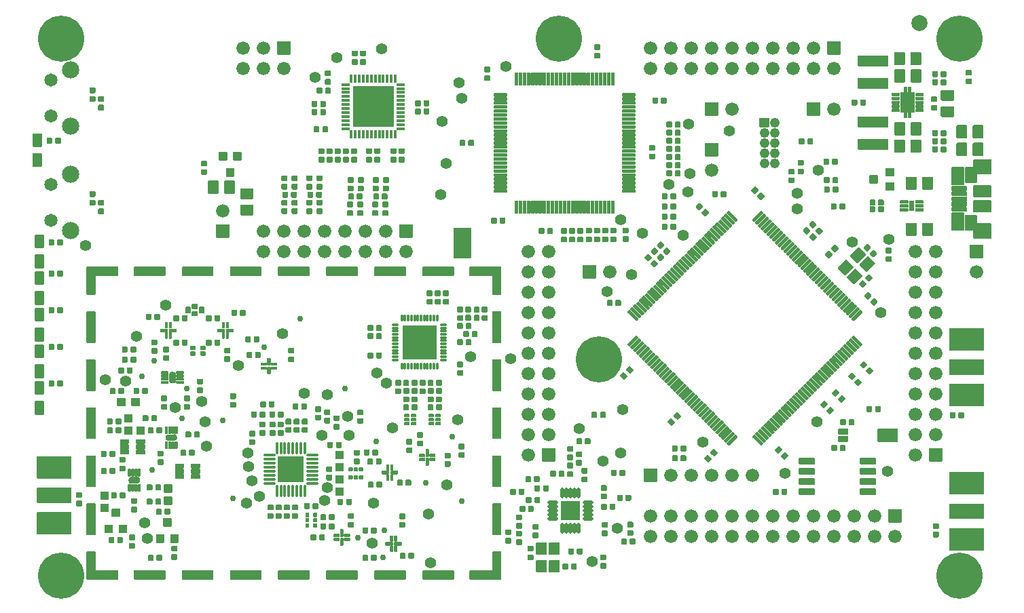
<source format=gts>
G04 #@! TF.GenerationSoftware,KiCad,Pcbnew,5.1.9*
G04 #@! TF.CreationDate,2021-03-19T18:57:38-06:00*
G04 #@! TF.ProjectId,hackrf-one,6861636b-7266-42d6-9f6e-652e6b696361,r6*
G04 #@! TF.SameCoordinates,Original*
G04 #@! TF.FileFunction,Soldermask,Top*
G04 #@! TF.FilePolarity,Negative*
%FSLAX46Y46*%
G04 Gerber Fmt 4.6, Leading zero omitted, Abs format (unit mm)*
G04 Created by KiCad (PCBNEW 5.1.9) date 2021-03-19 18:57:38*
%MOMM*%
%LPD*%
G01*
G04 APERTURE LIST*
%ADD10C,1.676400*%
%ADD11O,0.462240X1.342240*%
%ADD12O,1.342240X0.462240*%
%ADD13R,2.451880X2.451880*%
%ADD14C,0.762000*%
%ADD15C,2.000000*%
%ADD16C,1.652400*%
%ADD17C,1.552400*%
%ADD18C,5.752400*%
%ADD19C,0.752400*%
%ADD20C,1.422400*%
%ADD21C,1.219200*%
%ADD22C,2.152400*%
%ADD23O,0.352400X1.352400*%
%ADD24O,0.352400X1.252400*%
%ADD25O,1.352400X0.352400*%
%ADD26O,1.252400X0.352400*%
%ADD27C,0.737400*%
%ADD28O,0.422240X1.492240*%
%ADD29R,3.326880X3.326880*%
%ADD30O,1.492240X0.422240*%
%ADD31O,0.346600X0.971600*%
%ADD32O,0.971600X0.346600*%
%ADD33R,4.321800X4.321800*%
%ADD34O,0.422240X1.042240*%
%ADD35O,1.042240X0.422240*%
%ADD36R,5.096800X5.096800*%
G04 APERTURE END LIST*
G04 #@! TO.C,J2*
G36*
G01*
X67123800Y-171450000D02*
X67123800Y-170450000D01*
G75*
G02*
X67200000Y-170373800I76200J0D01*
G01*
X71050000Y-170373800D01*
G75*
G02*
X71126200Y-170450000I0J-76200D01*
G01*
X71126200Y-171450000D01*
G75*
G02*
X71050000Y-171526200I-76200J0D01*
G01*
X67200000Y-171526200D01*
G75*
G02*
X67123800Y-171450000I0J76200D01*
G01*
G37*
G36*
G01*
X73023800Y-171450000D02*
X73023800Y-170450000D01*
G75*
G02*
X73100000Y-170373800I76200J0D01*
G01*
X76900000Y-170373800D01*
G75*
G02*
X76976200Y-170450000I0J-76200D01*
G01*
X76976200Y-171450000D01*
G75*
G02*
X76900000Y-171526200I-76200J0D01*
G01*
X73100000Y-171526200D01*
G75*
G02*
X73023800Y-171450000I0J76200D01*
G01*
G37*
G36*
G01*
X79023800Y-171450000D02*
X79023800Y-170450000D01*
G75*
G02*
X79100000Y-170373800I76200J0D01*
G01*
X82900000Y-170373800D01*
G75*
G02*
X82976200Y-170450000I0J-76200D01*
G01*
X82976200Y-171450000D01*
G75*
G02*
X82900000Y-171526200I-76200J0D01*
G01*
X79100000Y-171526200D01*
G75*
G02*
X79023800Y-171450000I0J76200D01*
G01*
G37*
G36*
G01*
X85023800Y-171450000D02*
X85023800Y-170450000D01*
G75*
G02*
X85100000Y-170373800I76200J0D01*
G01*
X88900000Y-170373800D01*
G75*
G02*
X88976200Y-170450000I0J-76200D01*
G01*
X88976200Y-171450000D01*
G75*
G02*
X88900000Y-171526200I-76200J0D01*
G01*
X85100000Y-171526200D01*
G75*
G02*
X85023800Y-171450000I0J76200D01*
G01*
G37*
G36*
G01*
X91023800Y-171450000D02*
X91023800Y-170450000D01*
G75*
G02*
X91100000Y-170373800I76200J0D01*
G01*
X94900000Y-170373800D01*
G75*
G02*
X94976200Y-170450000I0J-76200D01*
G01*
X94976200Y-171450000D01*
G75*
G02*
X94900000Y-171526200I-76200J0D01*
G01*
X91100000Y-171526200D01*
G75*
G02*
X91023800Y-171450000I0J76200D01*
G01*
G37*
G36*
G01*
X97023800Y-171450000D02*
X97023800Y-170450000D01*
G75*
G02*
X97100000Y-170373800I76200J0D01*
G01*
X100900000Y-170373800D01*
G75*
G02*
X100976200Y-170450000I0J-76200D01*
G01*
X100976200Y-171450000D01*
G75*
G02*
X100900000Y-171526200I-76200J0D01*
G01*
X97100000Y-171526200D01*
G75*
G02*
X97023800Y-171450000I0J76200D01*
G01*
G37*
G36*
G01*
X103023800Y-171450000D02*
X103023800Y-170450000D01*
G75*
G02*
X103100000Y-170373800I76200J0D01*
G01*
X106900000Y-170373800D01*
G75*
G02*
X106976200Y-170450000I0J-76200D01*
G01*
X106976200Y-171450000D01*
G75*
G02*
X106900000Y-171526200I-76200J0D01*
G01*
X103100000Y-171526200D01*
G75*
G02*
X103023800Y-171450000I0J76200D01*
G01*
G37*
G36*
G01*
X109023800Y-171450000D02*
X109023800Y-170450000D01*
G75*
G02*
X109100000Y-170373800I76200J0D01*
G01*
X112900000Y-170373800D01*
G75*
G02*
X112976200Y-170450000I0J-76200D01*
G01*
X112976200Y-171450000D01*
G75*
G02*
X112900000Y-171526200I-76200J0D01*
G01*
X109100000Y-171526200D01*
G75*
G02*
X109023800Y-171450000I0J76200D01*
G01*
G37*
G36*
G01*
X114873800Y-171450000D02*
X114873800Y-170450000D01*
G75*
G02*
X114950000Y-170373800I76200J0D01*
G01*
X118800000Y-170373800D01*
G75*
G02*
X118876200Y-170450000I0J-76200D01*
G01*
X118876200Y-171450000D01*
G75*
G02*
X118800000Y-171526200I-76200J0D01*
G01*
X114950000Y-171526200D01*
G75*
G02*
X114873800Y-171450000I0J76200D01*
G01*
G37*
G36*
G01*
X118800000Y-171526200D02*
X117800000Y-171526200D01*
G75*
G02*
X117723800Y-171450000I0J76200D01*
G01*
X117723800Y-168100000D01*
G75*
G02*
X117800000Y-168023800I76200J0D01*
G01*
X118800000Y-168023800D01*
G75*
G02*
X118876200Y-168100000I0J-76200D01*
G01*
X118876200Y-171450000D01*
G75*
G02*
X118800000Y-171526200I-76200J0D01*
G01*
G37*
G36*
G01*
X118800000Y-165976200D02*
X117800000Y-165976200D01*
G75*
G02*
X117723800Y-165900000I0J76200D01*
G01*
X117723800Y-162100000D01*
G75*
G02*
X117800000Y-162023800I76200J0D01*
G01*
X118800000Y-162023800D01*
G75*
G02*
X118876200Y-162100000I0J-76200D01*
G01*
X118876200Y-165900000D01*
G75*
G02*
X118800000Y-165976200I-76200J0D01*
G01*
G37*
G36*
G01*
X118800000Y-159976200D02*
X117800000Y-159976200D01*
G75*
G02*
X117723800Y-159900000I0J76200D01*
G01*
X117723800Y-156100000D01*
G75*
G02*
X117800000Y-156023800I76200J0D01*
G01*
X118800000Y-156023800D01*
G75*
G02*
X118876200Y-156100000I0J-76200D01*
G01*
X118876200Y-159900000D01*
G75*
G02*
X118800000Y-159976200I-76200J0D01*
G01*
G37*
G36*
G01*
X118800000Y-153976200D02*
X117800000Y-153976200D01*
G75*
G02*
X117723800Y-153900000I0J76200D01*
G01*
X117723800Y-150100000D01*
G75*
G02*
X117800000Y-150023800I76200J0D01*
G01*
X118800000Y-150023800D01*
G75*
G02*
X118876200Y-150100000I0J-76200D01*
G01*
X118876200Y-153900000D01*
G75*
G02*
X118800000Y-153976200I-76200J0D01*
G01*
G37*
G36*
G01*
X118800000Y-147976200D02*
X117800000Y-147976200D01*
G75*
G02*
X117723800Y-147900000I0J76200D01*
G01*
X117723800Y-144100000D01*
G75*
G02*
X117800000Y-144023800I76200J0D01*
G01*
X118800000Y-144023800D01*
G75*
G02*
X118876200Y-144100000I0J-76200D01*
G01*
X118876200Y-147900000D01*
G75*
G02*
X118800000Y-147976200I-76200J0D01*
G01*
G37*
G36*
G01*
X118800000Y-141976200D02*
X117800000Y-141976200D01*
G75*
G02*
X117723800Y-141900000I0J76200D01*
G01*
X117723800Y-138100000D01*
G75*
G02*
X117800000Y-138023800I76200J0D01*
G01*
X118800000Y-138023800D01*
G75*
G02*
X118876200Y-138100000I0J-76200D01*
G01*
X118876200Y-141900000D01*
G75*
G02*
X118800000Y-141976200I-76200J0D01*
G01*
G37*
G36*
G01*
X118800000Y-135976200D02*
X117800000Y-135976200D01*
G75*
G02*
X117723800Y-135900000I0J76200D01*
G01*
X117723800Y-132550000D01*
G75*
G02*
X117800000Y-132473800I76200J0D01*
G01*
X118800000Y-132473800D01*
G75*
G02*
X118876200Y-132550000I0J-76200D01*
G01*
X118876200Y-135900000D01*
G75*
G02*
X118800000Y-135976200I-76200J0D01*
G01*
G37*
G36*
G01*
X114873800Y-133550000D02*
X114873800Y-132550000D01*
G75*
G02*
X114950000Y-132473800I76200J0D01*
G01*
X118800000Y-132473800D01*
G75*
G02*
X118876200Y-132550000I0J-76200D01*
G01*
X118876200Y-133550000D01*
G75*
G02*
X118800000Y-133626200I-76200J0D01*
G01*
X114950000Y-133626200D01*
G75*
G02*
X114873800Y-133550000I0J76200D01*
G01*
G37*
G36*
G01*
X109023800Y-133550000D02*
X109023800Y-132550000D01*
G75*
G02*
X109100000Y-132473800I76200J0D01*
G01*
X112900000Y-132473800D01*
G75*
G02*
X112976200Y-132550000I0J-76200D01*
G01*
X112976200Y-133550000D01*
G75*
G02*
X112900000Y-133626200I-76200J0D01*
G01*
X109100000Y-133626200D01*
G75*
G02*
X109023800Y-133550000I0J76200D01*
G01*
G37*
G36*
G01*
X103023800Y-133550000D02*
X103023800Y-132550000D01*
G75*
G02*
X103100000Y-132473800I76200J0D01*
G01*
X106900000Y-132473800D01*
G75*
G02*
X106976200Y-132550000I0J-76200D01*
G01*
X106976200Y-133550000D01*
G75*
G02*
X106900000Y-133626200I-76200J0D01*
G01*
X103100000Y-133626200D01*
G75*
G02*
X103023800Y-133550000I0J76200D01*
G01*
G37*
G36*
G01*
X97023800Y-133550000D02*
X97023800Y-132550000D01*
G75*
G02*
X97100000Y-132473800I76200J0D01*
G01*
X100900000Y-132473800D01*
G75*
G02*
X100976200Y-132550000I0J-76200D01*
G01*
X100976200Y-133550000D01*
G75*
G02*
X100900000Y-133626200I-76200J0D01*
G01*
X97100000Y-133626200D01*
G75*
G02*
X97023800Y-133550000I0J76200D01*
G01*
G37*
G36*
G01*
X91023800Y-133550000D02*
X91023800Y-132550000D01*
G75*
G02*
X91100000Y-132473800I76200J0D01*
G01*
X94900000Y-132473800D01*
G75*
G02*
X94976200Y-132550000I0J-76200D01*
G01*
X94976200Y-133550000D01*
G75*
G02*
X94900000Y-133626200I-76200J0D01*
G01*
X91100000Y-133626200D01*
G75*
G02*
X91023800Y-133550000I0J76200D01*
G01*
G37*
G36*
G01*
X85023800Y-133550000D02*
X85023800Y-132550000D01*
G75*
G02*
X85100000Y-132473800I76200J0D01*
G01*
X88900000Y-132473800D01*
G75*
G02*
X88976200Y-132550000I0J-76200D01*
G01*
X88976200Y-133550000D01*
G75*
G02*
X88900000Y-133626200I-76200J0D01*
G01*
X85100000Y-133626200D01*
G75*
G02*
X85023800Y-133550000I0J76200D01*
G01*
G37*
G36*
G01*
X79023800Y-133550000D02*
X79023800Y-132550000D01*
G75*
G02*
X79100000Y-132473800I76200J0D01*
G01*
X82900000Y-132473800D01*
G75*
G02*
X82976200Y-132550000I0J-76200D01*
G01*
X82976200Y-133550000D01*
G75*
G02*
X82900000Y-133626200I-76200J0D01*
G01*
X79100000Y-133626200D01*
G75*
G02*
X79023800Y-133550000I0J76200D01*
G01*
G37*
G36*
G01*
X73023800Y-133550000D02*
X73023800Y-132550000D01*
G75*
G02*
X73100000Y-132473800I76200J0D01*
G01*
X76900000Y-132473800D01*
G75*
G02*
X76976200Y-132550000I0J-76200D01*
G01*
X76976200Y-133550000D01*
G75*
G02*
X76900000Y-133626200I-76200J0D01*
G01*
X73100000Y-133626200D01*
G75*
G02*
X73023800Y-133550000I0J76200D01*
G01*
G37*
G36*
G01*
X67123800Y-133550000D02*
X67123800Y-132550000D01*
G75*
G02*
X67200000Y-132473800I76200J0D01*
G01*
X71050000Y-132473800D01*
G75*
G02*
X71126200Y-132550000I0J-76200D01*
G01*
X71126200Y-133550000D01*
G75*
G02*
X71050000Y-133626200I-76200J0D01*
G01*
X67200000Y-133626200D01*
G75*
G02*
X67123800Y-133550000I0J76200D01*
G01*
G37*
G36*
G01*
X68200000Y-135976200D02*
X67200000Y-135976200D01*
G75*
G02*
X67123800Y-135900000I0J76200D01*
G01*
X67123800Y-132550000D01*
G75*
G02*
X67200000Y-132473800I76200J0D01*
G01*
X68200000Y-132473800D01*
G75*
G02*
X68276200Y-132550000I0J-76200D01*
G01*
X68276200Y-135900000D01*
G75*
G02*
X68200000Y-135976200I-76200J0D01*
G01*
G37*
G36*
G01*
X68200000Y-141976200D02*
X67200000Y-141976200D01*
G75*
G02*
X67123800Y-141900000I0J76200D01*
G01*
X67123800Y-138100000D01*
G75*
G02*
X67200000Y-138023800I76200J0D01*
G01*
X68200000Y-138023800D01*
G75*
G02*
X68276200Y-138100000I0J-76200D01*
G01*
X68276200Y-141900000D01*
G75*
G02*
X68200000Y-141976200I-76200J0D01*
G01*
G37*
G36*
G01*
X68200000Y-147976200D02*
X67200000Y-147976200D01*
G75*
G02*
X67123800Y-147900000I0J76200D01*
G01*
X67123800Y-144100000D01*
G75*
G02*
X67200000Y-144023800I76200J0D01*
G01*
X68200000Y-144023800D01*
G75*
G02*
X68276200Y-144100000I0J-76200D01*
G01*
X68276200Y-147900000D01*
G75*
G02*
X68200000Y-147976200I-76200J0D01*
G01*
G37*
G36*
G01*
X68200000Y-153976200D02*
X67200000Y-153976200D01*
G75*
G02*
X67123800Y-153900000I0J76200D01*
G01*
X67123800Y-150100000D01*
G75*
G02*
X67200000Y-150023800I76200J0D01*
G01*
X68200000Y-150023800D01*
G75*
G02*
X68276200Y-150100000I0J-76200D01*
G01*
X68276200Y-153900000D01*
G75*
G02*
X68200000Y-153976200I-76200J0D01*
G01*
G37*
G36*
G01*
X68200000Y-159976200D02*
X67200000Y-159976200D01*
G75*
G02*
X67123800Y-159900000I0J76200D01*
G01*
X67123800Y-156100000D01*
G75*
G02*
X67200000Y-156023800I76200J0D01*
G01*
X68200000Y-156023800D01*
G75*
G02*
X68276200Y-156100000I0J-76200D01*
G01*
X68276200Y-159900000D01*
G75*
G02*
X68200000Y-159976200I-76200J0D01*
G01*
G37*
G36*
G01*
X68200000Y-165976200D02*
X67200000Y-165976200D01*
G75*
G02*
X67123800Y-165900000I0J76200D01*
G01*
X67123800Y-162100000D01*
G75*
G02*
X67200000Y-162023800I76200J0D01*
G01*
X68200000Y-162023800D01*
G75*
G02*
X68276200Y-162100000I0J-76200D01*
G01*
X68276200Y-165900000D01*
G75*
G02*
X68200000Y-165976200I-76200J0D01*
G01*
G37*
G36*
G01*
X68200000Y-171526200D02*
X67200000Y-171526200D01*
G75*
G02*
X67123800Y-171450000I0J76200D01*
G01*
X67123800Y-168100000D01*
G75*
G02*
X67200000Y-168023800I76200J0D01*
G01*
X68200000Y-168023800D01*
G75*
G02*
X68276200Y-168100000I0J-76200D01*
G01*
X68276200Y-171450000D01*
G75*
G02*
X68200000Y-171526200I-76200J0D01*
G01*
G37*
G04 #@! TD*
G04 #@! TO.C,U11*
G36*
G01*
X108586300Y-156639220D02*
X108586300Y-156409220D01*
G75*
G02*
X108662500Y-156333020I76200J0D01*
G01*
X109307500Y-156333020D01*
G75*
G02*
X109383700Y-156409220I0J-76200D01*
G01*
X109383700Y-156639220D01*
G75*
G02*
X109307500Y-156715420I-76200J0D01*
G01*
X108662500Y-156715420D01*
G75*
G02*
X108586300Y-156639220I0J76200D01*
G01*
G37*
G36*
G01*
X109402300Y-156129800D02*
X109402300Y-155316800D01*
G75*
G02*
X109478500Y-155240600I76200J0D01*
G01*
X109778500Y-155240600D01*
G75*
G02*
X109854700Y-155316800I0J-76200D01*
G01*
X109854700Y-156129800D01*
G75*
G02*
X109778500Y-156206000I-76200J0D01*
G01*
X109478500Y-156206000D01*
G75*
G02*
X109402300Y-156129800I0J76200D01*
G01*
G37*
G36*
G01*
X109873300Y-156141380D02*
X109873300Y-155911380D01*
G75*
G02*
X109949500Y-155835180I76200J0D01*
G01*
X110594500Y-155835180D01*
G75*
G02*
X110670700Y-155911380I0J-76200D01*
G01*
X110670700Y-156141380D01*
G75*
G02*
X110594500Y-156217580I-76200J0D01*
G01*
X109949500Y-156217580D01*
G75*
G02*
X109873300Y-156141380I0J76200D01*
G01*
G37*
G36*
G01*
X109873300Y-156639220D02*
X109873300Y-156409220D01*
G75*
G02*
X109949500Y-156333020I76200J0D01*
G01*
X110594500Y-156333020D01*
G75*
G02*
X110670700Y-156409220I0J-76200D01*
G01*
X110670700Y-156639220D01*
G75*
G02*
X110594500Y-156715420I-76200J0D01*
G01*
X109949500Y-156715420D01*
G75*
G02*
X109873300Y-156639220I0J76200D01*
G01*
G37*
G36*
G01*
X109402300Y-157233800D02*
X109402300Y-156420800D01*
G75*
G02*
X109478500Y-156344600I76200J0D01*
G01*
X109778500Y-156344600D01*
G75*
G02*
X109854700Y-156420800I0J-76200D01*
G01*
X109854700Y-157233800D01*
G75*
G02*
X109778500Y-157310000I-76200J0D01*
G01*
X109478500Y-157310000D01*
G75*
G02*
X109402300Y-157233800I0J76200D01*
G01*
G37*
G36*
G01*
X108586300Y-156141380D02*
X108586300Y-155911380D01*
G75*
G02*
X108662500Y-155835180I76200J0D01*
G01*
X109307500Y-155835180D01*
G75*
G02*
X109383700Y-155911380I0J-76200D01*
G01*
X109383700Y-156141380D01*
G75*
G02*
X109307500Y-156217580I-76200J0D01*
G01*
X108662500Y-156217580D01*
G75*
G02*
X108586300Y-156141380I0J76200D01*
G01*
G37*
G04 #@! TD*
G04 #@! TO.C,U10*
G36*
G01*
X105327320Y-159206200D02*
X105097320Y-159206200D01*
G75*
G02*
X105021120Y-159130000I0J76200D01*
G01*
X105021120Y-158485000D01*
G75*
G02*
X105097320Y-158408800I76200J0D01*
G01*
X105327320Y-158408800D01*
G75*
G02*
X105403520Y-158485000I0J-76200D01*
G01*
X105403520Y-159130000D01*
G75*
G02*
X105327320Y-159206200I-76200J0D01*
G01*
G37*
G36*
G01*
X104817900Y-158390200D02*
X104004900Y-158390200D01*
G75*
G02*
X103928700Y-158314000I0J76200D01*
G01*
X103928700Y-158014000D01*
G75*
G02*
X104004900Y-157937800I76200J0D01*
G01*
X104817900Y-157937800D01*
G75*
G02*
X104894100Y-158014000I0J-76200D01*
G01*
X104894100Y-158314000D01*
G75*
G02*
X104817900Y-158390200I-76200J0D01*
G01*
G37*
G36*
G01*
X104829480Y-157919200D02*
X104599480Y-157919200D01*
G75*
G02*
X104523280Y-157843000I0J76200D01*
G01*
X104523280Y-157198000D01*
G75*
G02*
X104599480Y-157121800I76200J0D01*
G01*
X104829480Y-157121800D01*
G75*
G02*
X104905680Y-157198000I0J-76200D01*
G01*
X104905680Y-157843000D01*
G75*
G02*
X104829480Y-157919200I-76200J0D01*
G01*
G37*
G36*
G01*
X105327320Y-157919200D02*
X105097320Y-157919200D01*
G75*
G02*
X105021120Y-157843000I0J76200D01*
G01*
X105021120Y-157198000D01*
G75*
G02*
X105097320Y-157121800I76200J0D01*
G01*
X105327320Y-157121800D01*
G75*
G02*
X105403520Y-157198000I0J-76200D01*
G01*
X105403520Y-157843000D01*
G75*
G02*
X105327320Y-157919200I-76200J0D01*
G01*
G37*
G36*
G01*
X105921900Y-158390200D02*
X105108900Y-158390200D01*
G75*
G02*
X105032700Y-158314000I0J76200D01*
G01*
X105032700Y-158014000D01*
G75*
G02*
X105108900Y-157937800I76200J0D01*
G01*
X105921900Y-157937800D01*
G75*
G02*
X105998100Y-158014000I0J-76200D01*
G01*
X105998100Y-158314000D01*
G75*
G02*
X105921900Y-158390200I-76200J0D01*
G01*
G37*
G36*
G01*
X104829480Y-159206200D02*
X104599480Y-159206200D01*
G75*
G02*
X104523280Y-159130000I0J76200D01*
G01*
X104523280Y-158485000D01*
G75*
G02*
X104599480Y-158408800I76200J0D01*
G01*
X104829480Y-158408800D01*
G75*
G02*
X104905680Y-158485000I0J-76200D01*
G01*
X104905680Y-159130000D01*
G75*
G02*
X104829480Y-159206200I-76200J0D01*
G01*
G37*
G04 #@! TD*
G04 #@! TO.C,U7*
G36*
G01*
X97928200Y-166636520D02*
X97928200Y-166406520D01*
G75*
G02*
X98004400Y-166330320I76200J0D01*
G01*
X98649400Y-166330320D01*
G75*
G02*
X98725600Y-166406520I0J-76200D01*
G01*
X98725600Y-166636520D01*
G75*
G02*
X98649400Y-166712720I-76200J0D01*
G01*
X98004400Y-166712720D01*
G75*
G02*
X97928200Y-166636520I0J76200D01*
G01*
G37*
G36*
G01*
X98744200Y-166127100D02*
X98744200Y-165314100D01*
G75*
G02*
X98820400Y-165237900I76200J0D01*
G01*
X99120400Y-165237900D01*
G75*
G02*
X99196600Y-165314100I0J-76200D01*
G01*
X99196600Y-166127100D01*
G75*
G02*
X99120400Y-166203300I-76200J0D01*
G01*
X98820400Y-166203300D01*
G75*
G02*
X98744200Y-166127100I0J76200D01*
G01*
G37*
G36*
G01*
X99215200Y-166138680D02*
X99215200Y-165908680D01*
G75*
G02*
X99291400Y-165832480I76200J0D01*
G01*
X99936400Y-165832480D01*
G75*
G02*
X100012600Y-165908680I0J-76200D01*
G01*
X100012600Y-166138680D01*
G75*
G02*
X99936400Y-166214880I-76200J0D01*
G01*
X99291400Y-166214880D01*
G75*
G02*
X99215200Y-166138680I0J76200D01*
G01*
G37*
G36*
G01*
X99215200Y-166636520D02*
X99215200Y-166406520D01*
G75*
G02*
X99291400Y-166330320I76200J0D01*
G01*
X99936400Y-166330320D01*
G75*
G02*
X100012600Y-166406520I0J-76200D01*
G01*
X100012600Y-166636520D01*
G75*
G02*
X99936400Y-166712720I-76200J0D01*
G01*
X99291400Y-166712720D01*
G75*
G02*
X99215200Y-166636520I0J76200D01*
G01*
G37*
G36*
G01*
X98744200Y-167231100D02*
X98744200Y-166418100D01*
G75*
G02*
X98820400Y-166341900I76200J0D01*
G01*
X99120400Y-166341900D01*
G75*
G02*
X99196600Y-166418100I0J-76200D01*
G01*
X99196600Y-167231100D01*
G75*
G02*
X99120400Y-167307300I-76200J0D01*
G01*
X98820400Y-167307300D01*
G75*
G02*
X98744200Y-167231100I0J76200D01*
G01*
G37*
G36*
G01*
X97928200Y-166138680D02*
X97928200Y-165908680D01*
G75*
G02*
X98004400Y-165832480I76200J0D01*
G01*
X98649400Y-165832480D01*
G75*
G02*
X98725600Y-165908680I0J-76200D01*
G01*
X98725600Y-166138680D01*
G75*
G02*
X98649400Y-166214880I-76200J0D01*
G01*
X98004400Y-166214880D01*
G75*
G02*
X97928200Y-166138680I0J76200D01*
G01*
G37*
G04 #@! TD*
G04 #@! TO.C,U6*
G36*
G01*
X84095880Y-139372000D02*
X84325880Y-139372000D01*
G75*
G02*
X84402080Y-139448200I0J-76200D01*
G01*
X84402080Y-140093200D01*
G75*
G02*
X84325880Y-140169400I-76200J0D01*
G01*
X84095880Y-140169400D01*
G75*
G02*
X84019680Y-140093200I0J76200D01*
G01*
X84019680Y-139448200D01*
G75*
G02*
X84095880Y-139372000I76200J0D01*
G01*
G37*
G36*
G01*
X84605300Y-140188000D02*
X85418300Y-140188000D01*
G75*
G02*
X85494500Y-140264200I0J-76200D01*
G01*
X85494500Y-140564200D01*
G75*
G02*
X85418300Y-140640400I-76200J0D01*
G01*
X84605300Y-140640400D01*
G75*
G02*
X84529100Y-140564200I0J76200D01*
G01*
X84529100Y-140264200D01*
G75*
G02*
X84605300Y-140188000I76200J0D01*
G01*
G37*
G36*
G01*
X84593720Y-140659000D02*
X84823720Y-140659000D01*
G75*
G02*
X84899920Y-140735200I0J-76200D01*
G01*
X84899920Y-141380200D01*
G75*
G02*
X84823720Y-141456400I-76200J0D01*
G01*
X84593720Y-141456400D01*
G75*
G02*
X84517520Y-141380200I0J76200D01*
G01*
X84517520Y-140735200D01*
G75*
G02*
X84593720Y-140659000I76200J0D01*
G01*
G37*
G36*
G01*
X84095880Y-140659000D02*
X84325880Y-140659000D01*
G75*
G02*
X84402080Y-140735200I0J-76200D01*
G01*
X84402080Y-141380200D01*
G75*
G02*
X84325880Y-141456400I-76200J0D01*
G01*
X84095880Y-141456400D01*
G75*
G02*
X84019680Y-141380200I0J76200D01*
G01*
X84019680Y-140735200D01*
G75*
G02*
X84095880Y-140659000I76200J0D01*
G01*
G37*
G36*
G01*
X83501300Y-140188000D02*
X84314300Y-140188000D01*
G75*
G02*
X84390500Y-140264200I0J-76200D01*
G01*
X84390500Y-140564200D01*
G75*
G02*
X84314300Y-140640400I-76200J0D01*
G01*
X83501300Y-140640400D01*
G75*
G02*
X83425100Y-140564200I0J76200D01*
G01*
X83425100Y-140264200D01*
G75*
G02*
X83501300Y-140188000I76200J0D01*
G01*
G37*
G36*
G01*
X84593720Y-139372000D02*
X84823720Y-139372000D01*
G75*
G02*
X84899920Y-139448200I0J-76200D01*
G01*
X84899920Y-140093200D01*
G75*
G02*
X84823720Y-140169400I-76200J0D01*
G01*
X84593720Y-140169400D01*
G75*
G02*
X84517520Y-140093200I0J76200D01*
G01*
X84517520Y-139448200D01*
G75*
G02*
X84593720Y-139372000I76200J0D01*
G01*
G37*
G04 #@! TD*
G04 #@! TO.C,U5*
G36*
G01*
X77711720Y-141456400D02*
X77481720Y-141456400D01*
G75*
G02*
X77405520Y-141380200I0J76200D01*
G01*
X77405520Y-140735200D01*
G75*
G02*
X77481720Y-140659000I76200J0D01*
G01*
X77711720Y-140659000D01*
G75*
G02*
X77787920Y-140735200I0J-76200D01*
G01*
X77787920Y-141380200D01*
G75*
G02*
X77711720Y-141456400I-76200J0D01*
G01*
G37*
G36*
G01*
X77202300Y-140640400D02*
X76389300Y-140640400D01*
G75*
G02*
X76313100Y-140564200I0J76200D01*
G01*
X76313100Y-140264200D01*
G75*
G02*
X76389300Y-140188000I76200J0D01*
G01*
X77202300Y-140188000D01*
G75*
G02*
X77278500Y-140264200I0J-76200D01*
G01*
X77278500Y-140564200D01*
G75*
G02*
X77202300Y-140640400I-76200J0D01*
G01*
G37*
G36*
G01*
X77213880Y-140169400D02*
X76983880Y-140169400D01*
G75*
G02*
X76907680Y-140093200I0J76200D01*
G01*
X76907680Y-139448200D01*
G75*
G02*
X76983880Y-139372000I76200J0D01*
G01*
X77213880Y-139372000D01*
G75*
G02*
X77290080Y-139448200I0J-76200D01*
G01*
X77290080Y-140093200D01*
G75*
G02*
X77213880Y-140169400I-76200J0D01*
G01*
G37*
G36*
G01*
X77711720Y-140169400D02*
X77481720Y-140169400D01*
G75*
G02*
X77405520Y-140093200I0J76200D01*
G01*
X77405520Y-139448200D01*
G75*
G02*
X77481720Y-139372000I76200J0D01*
G01*
X77711720Y-139372000D01*
G75*
G02*
X77787920Y-139448200I0J-76200D01*
G01*
X77787920Y-140093200D01*
G75*
G02*
X77711720Y-140169400I-76200J0D01*
G01*
G37*
G36*
G01*
X78306300Y-140640400D02*
X77493300Y-140640400D01*
G75*
G02*
X77417100Y-140564200I0J76200D01*
G01*
X77417100Y-140264200D01*
G75*
G02*
X77493300Y-140188000I76200J0D01*
G01*
X78306300Y-140188000D01*
G75*
G02*
X78382500Y-140264200I0J-76200D01*
G01*
X78382500Y-140564200D01*
G75*
G02*
X78306300Y-140640400I-76200J0D01*
G01*
G37*
G36*
G01*
X77213880Y-141456400D02*
X76983880Y-141456400D01*
G75*
G02*
X76907680Y-141380200I0J76200D01*
G01*
X76907680Y-140735200D01*
G75*
G02*
X76983880Y-140659000I76200J0D01*
G01*
X77213880Y-140659000D01*
G75*
G02*
X77290080Y-140735200I0J-76200D01*
G01*
X77290080Y-141380200D01*
G75*
G02*
X77213880Y-141456400I-76200J0D01*
G01*
G37*
G04 #@! TD*
G04 #@! TO.C,U2*
G36*
G01*
X88843600Y-145242520D02*
X88843600Y-145012520D01*
G75*
G02*
X88919800Y-144936320I76200J0D01*
G01*
X89564800Y-144936320D01*
G75*
G02*
X89641000Y-145012520I0J-76200D01*
G01*
X89641000Y-145242520D01*
G75*
G02*
X89564800Y-145318720I-76200J0D01*
G01*
X88919800Y-145318720D01*
G75*
G02*
X88843600Y-145242520I0J76200D01*
G01*
G37*
G36*
G01*
X89659600Y-144733100D02*
X89659600Y-143920100D01*
G75*
G02*
X89735800Y-143843900I76200J0D01*
G01*
X90035800Y-143843900D01*
G75*
G02*
X90112000Y-143920100I0J-76200D01*
G01*
X90112000Y-144733100D01*
G75*
G02*
X90035800Y-144809300I-76200J0D01*
G01*
X89735800Y-144809300D01*
G75*
G02*
X89659600Y-144733100I0J76200D01*
G01*
G37*
G36*
G01*
X90130600Y-144744680D02*
X90130600Y-144514680D01*
G75*
G02*
X90206800Y-144438480I76200J0D01*
G01*
X90851800Y-144438480D01*
G75*
G02*
X90928000Y-144514680I0J-76200D01*
G01*
X90928000Y-144744680D01*
G75*
G02*
X90851800Y-144820880I-76200J0D01*
G01*
X90206800Y-144820880D01*
G75*
G02*
X90130600Y-144744680I0J76200D01*
G01*
G37*
G36*
G01*
X90130600Y-145242520D02*
X90130600Y-145012520D01*
G75*
G02*
X90206800Y-144936320I76200J0D01*
G01*
X90851800Y-144936320D01*
G75*
G02*
X90928000Y-145012520I0J-76200D01*
G01*
X90928000Y-145242520D01*
G75*
G02*
X90851800Y-145318720I-76200J0D01*
G01*
X90206800Y-145318720D01*
G75*
G02*
X90130600Y-145242520I0J76200D01*
G01*
G37*
G36*
G01*
X89659600Y-145837100D02*
X89659600Y-145024100D01*
G75*
G02*
X89735800Y-144947900I76200J0D01*
G01*
X90035800Y-144947900D01*
G75*
G02*
X90112000Y-145024100I0J-76200D01*
G01*
X90112000Y-145837100D01*
G75*
G02*
X90035800Y-145913300I-76200J0D01*
G01*
X89735800Y-145913300D01*
G75*
G02*
X89659600Y-145837100I0J76200D01*
G01*
G37*
G36*
G01*
X88843600Y-144744680D02*
X88843600Y-144514680D01*
G75*
G02*
X88919800Y-144438480I76200J0D01*
G01*
X89564800Y-144438480D01*
G75*
G02*
X89641000Y-144514680I0J-76200D01*
G01*
X89641000Y-144744680D01*
G75*
G02*
X89564800Y-144820880I-76200J0D01*
G01*
X88919800Y-144820880D01*
G75*
G02*
X88843600Y-144744680I0J76200D01*
G01*
G37*
G04 #@! TD*
G04 #@! TO.C,U1*
G36*
G01*
X105069080Y-166010000D02*
X105299080Y-166010000D01*
G75*
G02*
X105375280Y-166086200I0J-76200D01*
G01*
X105375280Y-166731200D01*
G75*
G02*
X105299080Y-166807400I-76200J0D01*
G01*
X105069080Y-166807400D01*
G75*
G02*
X104992880Y-166731200I0J76200D01*
G01*
X104992880Y-166086200D01*
G75*
G02*
X105069080Y-166010000I76200J0D01*
G01*
G37*
G36*
G01*
X105578500Y-166826000D02*
X106391500Y-166826000D01*
G75*
G02*
X106467700Y-166902200I0J-76200D01*
G01*
X106467700Y-167202200D01*
G75*
G02*
X106391500Y-167278400I-76200J0D01*
G01*
X105578500Y-167278400D01*
G75*
G02*
X105502300Y-167202200I0J76200D01*
G01*
X105502300Y-166902200D01*
G75*
G02*
X105578500Y-166826000I76200J0D01*
G01*
G37*
G36*
G01*
X105566920Y-167297000D02*
X105796920Y-167297000D01*
G75*
G02*
X105873120Y-167373200I0J-76200D01*
G01*
X105873120Y-168018200D01*
G75*
G02*
X105796920Y-168094400I-76200J0D01*
G01*
X105566920Y-168094400D01*
G75*
G02*
X105490720Y-168018200I0J76200D01*
G01*
X105490720Y-167373200D01*
G75*
G02*
X105566920Y-167297000I76200J0D01*
G01*
G37*
G36*
G01*
X105069080Y-167297000D02*
X105299080Y-167297000D01*
G75*
G02*
X105375280Y-167373200I0J-76200D01*
G01*
X105375280Y-168018200D01*
G75*
G02*
X105299080Y-168094400I-76200J0D01*
G01*
X105069080Y-168094400D01*
G75*
G02*
X104992880Y-168018200I0J76200D01*
G01*
X104992880Y-167373200D01*
G75*
G02*
X105069080Y-167297000I76200J0D01*
G01*
G37*
G36*
G01*
X104474500Y-166826000D02*
X105287500Y-166826000D01*
G75*
G02*
X105363700Y-166902200I0J-76200D01*
G01*
X105363700Y-167202200D01*
G75*
G02*
X105287500Y-167278400I-76200J0D01*
G01*
X104474500Y-167278400D01*
G75*
G02*
X104398300Y-167202200I0J76200D01*
G01*
X104398300Y-166902200D01*
G75*
G02*
X104474500Y-166826000I76200J0D01*
G01*
G37*
G36*
G01*
X105566920Y-166010000D02*
X105796920Y-166010000D01*
G75*
G02*
X105873120Y-166086200I0J-76200D01*
G01*
X105873120Y-166731200D01*
G75*
G02*
X105796920Y-166807400I-76200J0D01*
G01*
X105566920Y-166807400D01*
G75*
G02*
X105490720Y-166731200I0J76200D01*
G01*
X105490720Y-166086200D01*
G75*
G02*
X105566920Y-166010000I76200J0D01*
G01*
G37*
G04 #@! TD*
G04 #@! TO.C,NT3*
G36*
G01*
X84892000Y-128848200D02*
X83368000Y-128848200D01*
G75*
G02*
X83291800Y-128772000I0J76200D01*
G01*
X83291800Y-127248000D01*
G75*
G02*
X83368000Y-127171800I76200J0D01*
G01*
X84892000Y-127171800D01*
G75*
G02*
X84968200Y-127248000I0J-76200D01*
G01*
X84968200Y-128772000D01*
G75*
G02*
X84892000Y-128848200I-76200J0D01*
G01*
G37*
D10*
X84130000Y-125470000D03*
G04 #@! TD*
G04 #@! TO.C,NT2*
G36*
G01*
X156951800Y-113532000D02*
X156951800Y-112008000D01*
G75*
G02*
X157028000Y-111931800I76200J0D01*
G01*
X158552000Y-111931800D01*
G75*
G02*
X158628200Y-112008000I0J-76200D01*
G01*
X158628200Y-113532000D01*
G75*
G02*
X158552000Y-113608200I-76200J0D01*
G01*
X157028000Y-113608200D01*
G75*
G02*
X156951800Y-113532000I0J76200D01*
G01*
G37*
X160330000Y-112770000D03*
G04 #@! TD*
G04 #@! TO.C,NT1*
G36*
G01*
X144251800Y-113532000D02*
X144251800Y-112008000D01*
G75*
G02*
X144328000Y-111931800I76200J0D01*
G01*
X145852000Y-111931800D01*
G75*
G02*
X145928200Y-112008000I0J-76200D01*
G01*
X145928200Y-113532000D01*
G75*
G02*
X145852000Y-113608200I-76200J0D01*
G01*
X144328000Y-113608200D01*
G75*
G02*
X144251800Y-113532000I0J76200D01*
G01*
G37*
X147630000Y-112770000D03*
G04 #@! TD*
G04 #@! TO.C,Q5*
G36*
G01*
X164825800Y-121025000D02*
X165740200Y-121025000D01*
G75*
G02*
X165816400Y-121101200I0J-76200D01*
G01*
X165816400Y-122015600D01*
G75*
G02*
X165740200Y-122091800I-76200J0D01*
G01*
X164825800Y-122091800D01*
G75*
G02*
X164749600Y-122015600I0J76200D01*
G01*
X164749600Y-121101200D01*
G75*
G02*
X164825800Y-121025000I76200J0D01*
G01*
G37*
G36*
G01*
X166857800Y-121914000D02*
X167772200Y-121914000D01*
G75*
G02*
X167848400Y-121990200I0J-76200D01*
G01*
X167848400Y-122904600D01*
G75*
G02*
X167772200Y-122980800I-76200J0D01*
G01*
X166857800Y-122980800D01*
G75*
G02*
X166781600Y-122904600I0J76200D01*
G01*
X166781600Y-121990200D01*
G75*
G02*
X166857800Y-121914000I76200J0D01*
G01*
G37*
G36*
G01*
X166857800Y-120136000D02*
X167772200Y-120136000D01*
G75*
G02*
X167848400Y-120212200I0J-76200D01*
G01*
X167848400Y-121126600D01*
G75*
G02*
X167772200Y-121202800I-76200J0D01*
G01*
X166857800Y-121202800D01*
G75*
G02*
X166781600Y-121126600I0J76200D01*
G01*
X166781600Y-120212200D01*
G75*
G02*
X166857800Y-120136000I76200J0D01*
G01*
G37*
G04 #@! TD*
G04 #@! TO.C,Q4*
G36*
G01*
X71333400Y-162726800D02*
X71333400Y-163641200D01*
G75*
G02*
X71257200Y-163717400I-76200J0D01*
G01*
X70342800Y-163717400D01*
G75*
G02*
X70266600Y-163641200I0J76200D01*
G01*
X70266600Y-162726800D01*
G75*
G02*
X70342800Y-162650600I76200J0D01*
G01*
X71257200Y-162650600D01*
G75*
G02*
X71333400Y-162726800I0J-76200D01*
G01*
G37*
G36*
G01*
X70444400Y-164758800D02*
X70444400Y-165673200D01*
G75*
G02*
X70368200Y-165749400I-76200J0D01*
G01*
X69453800Y-165749400D01*
G75*
G02*
X69377600Y-165673200I0J76200D01*
G01*
X69377600Y-164758800D01*
G75*
G02*
X69453800Y-164682600I76200J0D01*
G01*
X70368200Y-164682600D01*
G75*
G02*
X70444400Y-164758800I0J-76200D01*
G01*
G37*
G36*
G01*
X72222400Y-164758800D02*
X72222400Y-165673200D01*
G75*
G02*
X72146200Y-165749400I-76200J0D01*
G01*
X71231800Y-165749400D01*
G75*
G02*
X71155600Y-165673200I0J76200D01*
G01*
X71155600Y-164758800D01*
G75*
G02*
X71231800Y-164682600I76200J0D01*
G01*
X72146200Y-164682600D01*
G75*
G02*
X72222400Y-164758800I0J-76200D01*
G01*
G37*
G04 #@! TD*
G04 #@! TO.C,Q3*
G36*
G01*
X84511000Y-121152000D02*
X84511000Y-120237600D01*
G75*
G02*
X84587200Y-120161400I76200J0D01*
G01*
X85501600Y-120161400D01*
G75*
G02*
X85577800Y-120237600I0J-76200D01*
G01*
X85577800Y-121152000D01*
G75*
G02*
X85501600Y-121228200I-76200J0D01*
G01*
X84587200Y-121228200D01*
G75*
G02*
X84511000Y-121152000I0J76200D01*
G01*
G37*
G36*
G01*
X85400000Y-119120000D02*
X85400000Y-118205600D01*
G75*
G02*
X85476200Y-118129400I76200J0D01*
G01*
X86390600Y-118129400D01*
G75*
G02*
X86466800Y-118205600I0J-76200D01*
G01*
X86466800Y-119120000D01*
G75*
G02*
X86390600Y-119196200I-76200J0D01*
G01*
X85476200Y-119196200D01*
G75*
G02*
X85400000Y-119120000I0J76200D01*
G01*
G37*
G36*
G01*
X83622000Y-119120000D02*
X83622000Y-118205600D01*
G75*
G02*
X83698200Y-118129400I76200J0D01*
G01*
X84612600Y-118129400D01*
G75*
G02*
X84688800Y-118205600I0J-76200D01*
G01*
X84688800Y-119120000D01*
G75*
G02*
X84612600Y-119196200I-76200J0D01*
G01*
X83698200Y-119196200D01*
G75*
G02*
X83622000Y-119120000I0J76200D01*
G01*
G37*
G04 #@! TD*
G04 #@! TO.C,Q2*
G36*
G01*
X77750100Y-163917600D02*
X77750100Y-164832000D01*
G75*
G02*
X77673900Y-164908200I-76200J0D01*
G01*
X76759500Y-164908200D01*
G75*
G02*
X76683300Y-164832000I0J76200D01*
G01*
X76683300Y-163917600D01*
G75*
G02*
X76759500Y-163841400I76200J0D01*
G01*
X77673900Y-163841400D01*
G75*
G02*
X77750100Y-163917600I0J-76200D01*
G01*
G37*
G36*
G01*
X76861100Y-165949600D02*
X76861100Y-166864000D01*
G75*
G02*
X76784900Y-166940200I-76200J0D01*
G01*
X75870500Y-166940200D01*
G75*
G02*
X75794300Y-166864000I0J76200D01*
G01*
X75794300Y-165949600D01*
G75*
G02*
X75870500Y-165873400I76200J0D01*
G01*
X76784900Y-165873400D01*
G75*
G02*
X76861100Y-165949600I0J-76200D01*
G01*
G37*
G36*
G01*
X78639100Y-165949600D02*
X78639100Y-166864000D01*
G75*
G02*
X78562900Y-166940200I-76200J0D01*
G01*
X77648500Y-166940200D01*
G75*
G02*
X77572300Y-166864000I0J76200D01*
G01*
X77572300Y-165949600D01*
G75*
G02*
X77648500Y-165873400I76200J0D01*
G01*
X78562900Y-165873400D01*
G75*
G02*
X78639100Y-165949600I0J-76200D01*
G01*
G37*
G04 #@! TD*
G04 #@! TO.C,Q1*
G36*
G01*
X71842600Y-151853200D02*
X71842600Y-150938800D01*
G75*
G02*
X71918800Y-150862600I76200J0D01*
G01*
X72833200Y-150862600D01*
G75*
G02*
X72909400Y-150938800I0J-76200D01*
G01*
X72909400Y-151853200D01*
G75*
G02*
X72833200Y-151929400I-76200J0D01*
G01*
X71918800Y-151929400D01*
G75*
G02*
X71842600Y-151853200I0J76200D01*
G01*
G37*
G36*
G01*
X72731600Y-149821200D02*
X72731600Y-148906800D01*
G75*
G02*
X72807800Y-148830600I76200J0D01*
G01*
X73722200Y-148830600D01*
G75*
G02*
X73798400Y-148906800I0J-76200D01*
G01*
X73798400Y-149821200D01*
G75*
G02*
X73722200Y-149897400I-76200J0D01*
G01*
X72807800Y-149897400D01*
G75*
G02*
X72731600Y-149821200I0J76200D01*
G01*
G37*
G36*
G01*
X70953600Y-149821200D02*
X70953600Y-148906800D01*
G75*
G02*
X71029800Y-148830600I76200J0D01*
G01*
X71944200Y-148830600D01*
G75*
G02*
X72020400Y-148906800I0J-76200D01*
G01*
X72020400Y-149821200D01*
G75*
G02*
X71944200Y-149897400I-76200J0D01*
G01*
X71029800Y-149897400D01*
G75*
G02*
X70953600Y-149821200I0J76200D01*
G01*
G37*
G04 #@! TD*
D11*
G04 #@! TO.C,U19*
X126469200Y-165126000D03*
X126969200Y-165126000D03*
X127469200Y-165126000D03*
X127969200Y-165126000D03*
X128469200Y-165126000D03*
D12*
X129669200Y-163926000D03*
X129669200Y-163426000D03*
X129669200Y-162926000D03*
X129669200Y-162426000D03*
X129669200Y-161926000D03*
D11*
X128469200Y-160726000D03*
X127969200Y-160726000D03*
X127469200Y-160726000D03*
X126969200Y-160726000D03*
X126469200Y-160726000D03*
D12*
X125269200Y-161926000D03*
X125269200Y-162426000D03*
X125269200Y-162926000D03*
X125269200Y-163426000D03*
X125269200Y-163926000D03*
D13*
X127469200Y-162926000D03*
G04 #@! TD*
D14*
G04 #@! TO.C,TESTPOINT-30MIL-MASKONLY*
X89314020Y-142499080D03*
G04 #@! TD*
G04 #@! TO.C,TESTPOINT-30MIL-MASKONLY*
X84104600Y-151657400D03*
G04 #@! TD*
G04 #@! TO.C,TESTPOINT-30MIL-MASKONLY*
X75575160Y-144213580D03*
G04 #@! TD*
G04 #@! TO.C,TESTPOINT-30MIL-MASKONLY*
X74053700Y-146151600D03*
G04 #@! TD*
G04 #@! TO.C,TESTPOINT-30MIL-MASKONLY*
X93782000Y-138932000D03*
G04 #@! TD*
G04 #@! TO.C,TESTPOINT-30MIL-MASKONLY*
X85400000Y-161360200D03*
G04 #@! TD*
G04 #@! TO.C,TESTPOINT-30MIL-MASKONLY*
X75338940Y-157848300D03*
G04 #@! TD*
G04 #@! TO.C,TESTPOINT-30MIL-MASKONLY*
X79032100Y-151361140D03*
G04 #@! TD*
G04 #@! TO.C,TESTPOINT-30MIL-MASKONLY*
X113919000Y-161749740D03*
G04 #@! TD*
G04 #@! TO.C,TESTPOINT-30MIL-MASKONLY*
X104112060Y-168798240D03*
G04 #@! TD*
G04 #@! TO.C,TESTPOINT-30MIL-MASKONLY*
X104251760Y-165374320D03*
G04 #@! TD*
G04 #@! TO.C,TESTPOINT-30MIL-MASKONLY*
X101015800Y-166263320D03*
G04 #@! TD*
G04 #@! TO.C,TESTPOINT-30MIL-MASKONLY*
X79667100Y-147711160D03*
G04 #@! TD*
G04 #@! TO.C,TESTPOINT-30MIL-MASKONLY*
X109476540Y-159425640D03*
G04 #@! TD*
G04 #@! TO.C,TESTPOINT-30MIL-MASKONLY*
X99362260Y-147688300D03*
G04 #@! TD*
G04 #@! TO.C,TESTPOINT-30MIL-MASKONLY*
X103230680Y-154279600D03*
G04 #@! TD*
G04 #@! TO.C,TESTPOINT-30MIL-MASKONLY*
X112715040Y-153710640D03*
G04 #@! TD*
D15*
G04 #@! TO.C,MARK1MM*
X171000000Y-102000000D03*
G04 #@! TD*
G04 #@! TO.C,D7*
G36*
G01*
X60499999Y-118298400D02*
X61500001Y-118298400D01*
G75*
G02*
X61601600Y-118399999I0J-101599D01*
G01*
X61601600Y-119900001D01*
G75*
G02*
X61500001Y-120001600I-101599J0D01*
G01*
X60499999Y-120001600D01*
G75*
G02*
X60398400Y-119900001I0J101599D01*
G01*
X60398400Y-118399999D01*
G75*
G02*
X60499999Y-118298400I101599J0D01*
G01*
G37*
G36*
G01*
X60499999Y-115798400D02*
X61500001Y-115798400D01*
G75*
G02*
X61601600Y-115899999I0J-101599D01*
G01*
X61601600Y-117400001D01*
G75*
G02*
X61500001Y-117501600I-101599J0D01*
G01*
X60499999Y-117501600D01*
G75*
G02*
X60398400Y-117400001I0J101599D01*
G01*
X60398400Y-115899999D01*
G75*
G02*
X60499999Y-115798400I101599J0D01*
G01*
G37*
G04 #@! TD*
G04 #@! TO.C,D8*
G36*
G01*
X60769999Y-130948400D02*
X61770001Y-130948400D01*
G75*
G02*
X61871600Y-131049999I0J-101599D01*
G01*
X61871600Y-132550001D01*
G75*
G02*
X61770001Y-132651600I-101599J0D01*
G01*
X60769999Y-132651600D01*
G75*
G02*
X60668400Y-132550001I0J101599D01*
G01*
X60668400Y-131049999D01*
G75*
G02*
X60769999Y-130948400I101599J0D01*
G01*
G37*
G36*
G01*
X60769999Y-128448400D02*
X61770001Y-128448400D01*
G75*
G02*
X61871600Y-128549999I0J-101599D01*
G01*
X61871600Y-130050001D01*
G75*
G02*
X61770001Y-130151600I-101599J0D01*
G01*
X60769999Y-130151600D01*
G75*
G02*
X60668400Y-130050001I0J101599D01*
G01*
X60668400Y-128549999D01*
G75*
G02*
X60769999Y-128448400I101599J0D01*
G01*
G37*
G04 #@! TD*
G04 #@! TO.C,D2*
G36*
G01*
X60769999Y-135520400D02*
X61770001Y-135520400D01*
G75*
G02*
X61871600Y-135621999I0J-101599D01*
G01*
X61871600Y-137122001D01*
G75*
G02*
X61770001Y-137223600I-101599J0D01*
G01*
X60769999Y-137223600D01*
G75*
G02*
X60668400Y-137122001I0J101599D01*
G01*
X60668400Y-135621999D01*
G75*
G02*
X60769999Y-135520400I101599J0D01*
G01*
G37*
G36*
G01*
X60769999Y-133020400D02*
X61770001Y-133020400D01*
G75*
G02*
X61871600Y-133121999I0J-101599D01*
G01*
X61871600Y-134622001D01*
G75*
G02*
X61770001Y-134723600I-101599J0D01*
G01*
X60769999Y-134723600D01*
G75*
G02*
X60668400Y-134622001I0J101599D01*
G01*
X60668400Y-133121999D01*
G75*
G02*
X60769999Y-133020400I101599J0D01*
G01*
G37*
G04 #@! TD*
G04 #@! TO.C,D4*
G36*
G01*
X60769999Y-140092400D02*
X61770001Y-140092400D01*
G75*
G02*
X61871600Y-140193999I0J-101599D01*
G01*
X61871600Y-141694001D01*
G75*
G02*
X61770001Y-141795600I-101599J0D01*
G01*
X60769999Y-141795600D01*
G75*
G02*
X60668400Y-141694001I0J101599D01*
G01*
X60668400Y-140193999D01*
G75*
G02*
X60769999Y-140092400I101599J0D01*
G01*
G37*
G36*
G01*
X60769999Y-137592400D02*
X61770001Y-137592400D01*
G75*
G02*
X61871600Y-137693999I0J-101599D01*
G01*
X61871600Y-139194001D01*
G75*
G02*
X61770001Y-139295600I-101599J0D01*
G01*
X60769999Y-139295600D01*
G75*
G02*
X60668400Y-139194001I0J101599D01*
G01*
X60668400Y-137693999D01*
G75*
G02*
X60769999Y-137592400I101599J0D01*
G01*
G37*
G04 #@! TD*
G04 #@! TO.C,D5*
G36*
G01*
X60769999Y-144664400D02*
X61770001Y-144664400D01*
G75*
G02*
X61871600Y-144765999I0J-101599D01*
G01*
X61871600Y-146266001D01*
G75*
G02*
X61770001Y-146367600I-101599J0D01*
G01*
X60769999Y-146367600D01*
G75*
G02*
X60668400Y-146266001I0J101599D01*
G01*
X60668400Y-144765999D01*
G75*
G02*
X60769999Y-144664400I101599J0D01*
G01*
G37*
G36*
G01*
X60769999Y-142164400D02*
X61770001Y-142164400D01*
G75*
G02*
X61871600Y-142265999I0J-101599D01*
G01*
X61871600Y-143766001D01*
G75*
G02*
X61770001Y-143867600I-101599J0D01*
G01*
X60769999Y-143867600D01*
G75*
G02*
X60668400Y-143766001I0J101599D01*
G01*
X60668400Y-142265999D01*
G75*
G02*
X60769999Y-142164400I101599J0D01*
G01*
G37*
G04 #@! TD*
G04 #@! TO.C,D6*
G36*
G01*
X60769999Y-149236400D02*
X61770001Y-149236400D01*
G75*
G02*
X61871600Y-149337999I0J-101599D01*
G01*
X61871600Y-150838001D01*
G75*
G02*
X61770001Y-150939600I-101599J0D01*
G01*
X60769999Y-150939600D01*
G75*
G02*
X60668400Y-150838001I0J101599D01*
G01*
X60668400Y-149337999D01*
G75*
G02*
X60769999Y-149236400I101599J0D01*
G01*
G37*
G36*
G01*
X60769999Y-146736400D02*
X61770001Y-146736400D01*
G75*
G02*
X61871600Y-146837999I0J-101599D01*
G01*
X61871600Y-148338001D01*
G75*
G02*
X61770001Y-148439600I-101599J0D01*
G01*
X60769999Y-148439600D01*
G75*
G02*
X60668400Y-148338001I0J101599D01*
G01*
X60668400Y-146837999D01*
G75*
G02*
X60769999Y-146736400I101599J0D01*
G01*
G37*
G04 #@! TD*
G04 #@! TO.C,C1*
G36*
G01*
X90817000Y-163224600D02*
X91375800Y-163224600D01*
G75*
G02*
X91477400Y-163326200I0J-101600D01*
G01*
X91477400Y-163834200D01*
G75*
G02*
X91375800Y-163935800I-101600J0D01*
G01*
X90817000Y-163935800D01*
G75*
G02*
X90715400Y-163834200I0J101600D01*
G01*
X90715400Y-163326200D01*
G75*
G02*
X90817000Y-163224600I101600J0D01*
G01*
G37*
G36*
G01*
X90817000Y-162157800D02*
X91375800Y-162157800D01*
G75*
G02*
X91477400Y-162259400I0J-101600D01*
G01*
X91477400Y-162767400D01*
G75*
G02*
X91375800Y-162869000I-101600J0D01*
G01*
X90817000Y-162869000D01*
G75*
G02*
X90715400Y-162767400I0J101600D01*
G01*
X90715400Y-162259400D01*
G75*
G02*
X90817000Y-162157800I101600J0D01*
G01*
G37*
G04 #@! TD*
G04 #@! TO.C,C2*
G36*
G01*
X89801000Y-163224600D02*
X90359800Y-163224600D01*
G75*
G02*
X90461400Y-163326200I0J-101600D01*
G01*
X90461400Y-163834200D01*
G75*
G02*
X90359800Y-163935800I-101600J0D01*
G01*
X89801000Y-163935800D01*
G75*
G02*
X89699400Y-163834200I0J101600D01*
G01*
X89699400Y-163326200D01*
G75*
G02*
X89801000Y-163224600I101600J0D01*
G01*
G37*
G36*
G01*
X89801000Y-162157800D02*
X90359800Y-162157800D01*
G75*
G02*
X90461400Y-162259400I0J-101600D01*
G01*
X90461400Y-162767400D01*
G75*
G02*
X90359800Y-162869000I-101600J0D01*
G01*
X89801000Y-162869000D01*
G75*
G02*
X89699400Y-162767400I0J101600D01*
G01*
X89699400Y-162259400D01*
G75*
G02*
X89801000Y-162157800I101600J0D01*
G01*
G37*
G04 #@! TD*
G04 #@! TO.C,C3*
G36*
G01*
X92849000Y-163224600D02*
X93407800Y-163224600D01*
G75*
G02*
X93509400Y-163326200I0J-101600D01*
G01*
X93509400Y-163834200D01*
G75*
G02*
X93407800Y-163935800I-101600J0D01*
G01*
X92849000Y-163935800D01*
G75*
G02*
X92747400Y-163834200I0J101600D01*
G01*
X92747400Y-163326200D01*
G75*
G02*
X92849000Y-163224600I101600J0D01*
G01*
G37*
G36*
G01*
X92849000Y-162157800D02*
X93407800Y-162157800D01*
G75*
G02*
X93509400Y-162259400I0J-101600D01*
G01*
X93509400Y-162767400D01*
G75*
G02*
X93407800Y-162869000I-101600J0D01*
G01*
X92849000Y-162869000D01*
G75*
G02*
X92747400Y-162767400I0J101600D01*
G01*
X92747400Y-162259400D01*
G75*
G02*
X92849000Y-162157800I101600J0D01*
G01*
G37*
G04 #@! TD*
G04 #@! TO.C,C4*
G36*
G01*
X91833000Y-163224600D02*
X92391800Y-163224600D01*
G75*
G02*
X92493400Y-163326200I0J-101600D01*
G01*
X92493400Y-163834200D01*
G75*
G02*
X92391800Y-163935800I-101600J0D01*
G01*
X91833000Y-163935800D01*
G75*
G02*
X91731400Y-163834200I0J101600D01*
G01*
X91731400Y-163326200D01*
G75*
G02*
X91833000Y-163224600I101600J0D01*
G01*
G37*
G36*
G01*
X91833000Y-162157800D02*
X92391800Y-162157800D01*
G75*
G02*
X92493400Y-162259400I0J-101600D01*
G01*
X92493400Y-162767400D01*
G75*
G02*
X92391800Y-162869000I-101600J0D01*
G01*
X91833000Y-162869000D01*
G75*
G02*
X91731400Y-162767400I0J101600D01*
G01*
X91731400Y-162259400D01*
G75*
G02*
X91833000Y-162157800I101600J0D01*
G01*
G37*
G04 #@! TD*
G04 #@! TO.C,C5*
G36*
G01*
X92620400Y-152150200D02*
X92061600Y-152150200D01*
G75*
G02*
X91960000Y-152048600I0J101600D01*
G01*
X91960000Y-151540600D01*
G75*
G02*
X92061600Y-151439000I101600J0D01*
G01*
X92620400Y-151439000D01*
G75*
G02*
X92722000Y-151540600I0J-101600D01*
G01*
X92722000Y-152048600D01*
G75*
G02*
X92620400Y-152150200I-101600J0D01*
G01*
G37*
G36*
G01*
X92620400Y-153217000D02*
X92061600Y-153217000D01*
G75*
G02*
X91960000Y-153115400I0J101600D01*
G01*
X91960000Y-152607400D01*
G75*
G02*
X92061600Y-152505800I101600J0D01*
G01*
X92620400Y-152505800D01*
G75*
G02*
X92722000Y-152607400I0J-101600D01*
G01*
X92722000Y-153115400D01*
G75*
G02*
X92620400Y-153217000I-101600J0D01*
G01*
G37*
G04 #@! TD*
G04 #@! TO.C,C6*
G36*
G01*
X93636400Y-152150200D02*
X93077600Y-152150200D01*
G75*
G02*
X92976000Y-152048600I0J101600D01*
G01*
X92976000Y-151540600D01*
G75*
G02*
X93077600Y-151439000I101600J0D01*
G01*
X93636400Y-151439000D01*
G75*
G02*
X93738000Y-151540600I0J-101600D01*
G01*
X93738000Y-152048600D01*
G75*
G02*
X93636400Y-152150200I-101600J0D01*
G01*
G37*
G36*
G01*
X93636400Y-153217000D02*
X93077600Y-153217000D01*
G75*
G02*
X92976000Y-153115400I0J101600D01*
G01*
X92976000Y-152607400D01*
G75*
G02*
X93077600Y-152505800I101600J0D01*
G01*
X93636400Y-152505800D01*
G75*
G02*
X93738000Y-152607400I0J-101600D01*
G01*
X93738000Y-153115400D01*
G75*
G02*
X93636400Y-153217000I-101600J0D01*
G01*
G37*
G04 #@! TD*
G04 #@! TO.C,C7*
G36*
G01*
X106906200Y-168296800D02*
X106906200Y-168855600D01*
G75*
G02*
X106804600Y-168957200I-101600J0D01*
G01*
X106296600Y-168957200D01*
G75*
G02*
X106195000Y-168855600I0J101600D01*
G01*
X106195000Y-168296800D01*
G75*
G02*
X106296600Y-168195200I101600J0D01*
G01*
X106804600Y-168195200D01*
G75*
G02*
X106906200Y-168296800I0J-101600D01*
G01*
G37*
G36*
G01*
X107973000Y-168296800D02*
X107973000Y-168855600D01*
G75*
G02*
X107871400Y-168957200I-101600J0D01*
G01*
X107363400Y-168957200D01*
G75*
G02*
X107261800Y-168855600I0J101600D01*
G01*
X107261800Y-168296800D01*
G75*
G02*
X107363400Y-168195200I101600J0D01*
G01*
X107871400Y-168195200D01*
G75*
G02*
X107973000Y-168296800I0J-101600D01*
G01*
G37*
G04 #@! TD*
G04 #@! TO.C,C8*
G36*
G01*
X113639600Y-155625800D02*
X114198400Y-155625800D01*
G75*
G02*
X114300000Y-155727400I0J-101600D01*
G01*
X114300000Y-156235400D01*
G75*
G02*
X114198400Y-156337000I-101600J0D01*
G01*
X113639600Y-156337000D01*
G75*
G02*
X113538000Y-156235400I0J101600D01*
G01*
X113538000Y-155727400D01*
G75*
G02*
X113639600Y-155625800I101600J0D01*
G01*
G37*
G36*
G01*
X113639600Y-154559000D02*
X114198400Y-154559000D01*
G75*
G02*
X114300000Y-154660600I0J-101600D01*
G01*
X114300000Y-155168600D01*
G75*
G02*
X114198400Y-155270200I-101600J0D01*
G01*
X113639600Y-155270200D01*
G75*
G02*
X113538000Y-155168600I0J101600D01*
G01*
X113538000Y-154660600D01*
G75*
G02*
X113639600Y-154559000I101600J0D01*
G01*
G37*
G04 #@! TD*
G04 #@! TO.C,C9*
G36*
G01*
X85679400Y-148990400D02*
X85120600Y-148990400D01*
G75*
G02*
X85019000Y-148888800I0J101600D01*
G01*
X85019000Y-148380800D01*
G75*
G02*
X85120600Y-148279200I101600J0D01*
G01*
X85679400Y-148279200D01*
G75*
G02*
X85781000Y-148380800I0J-101600D01*
G01*
X85781000Y-148888800D01*
G75*
G02*
X85679400Y-148990400I-101600J0D01*
G01*
G37*
G36*
G01*
X85679400Y-150057200D02*
X85120600Y-150057200D01*
G75*
G02*
X85019000Y-149955600I0J101600D01*
G01*
X85019000Y-149447600D01*
G75*
G02*
X85120600Y-149346000I101600J0D01*
G01*
X85679400Y-149346000D01*
G75*
G02*
X85781000Y-149447600I0J-101600D01*
G01*
X85781000Y-149955600D01*
G75*
G02*
X85679400Y-150057200I-101600J0D01*
G01*
G37*
G04 #@! TD*
G04 #@! TO.C,C10*
G36*
G01*
X88158600Y-143761000D02*
X88158600Y-143202200D01*
G75*
G02*
X88260200Y-143100600I101600J0D01*
G01*
X88768200Y-143100600D01*
G75*
G02*
X88869800Y-143202200I0J-101600D01*
G01*
X88869800Y-143761000D01*
G75*
G02*
X88768200Y-143862600I-101600J0D01*
G01*
X88260200Y-143862600D01*
G75*
G02*
X88158600Y-143761000I0J101600D01*
G01*
G37*
G36*
G01*
X87091800Y-143761000D02*
X87091800Y-143202200D01*
G75*
G02*
X87193400Y-143100600I101600J0D01*
G01*
X87701400Y-143100600D01*
G75*
G02*
X87803000Y-143202200I0J-101600D01*
G01*
X87803000Y-143761000D01*
G75*
G02*
X87701400Y-143862600I-101600J0D01*
G01*
X87193400Y-143862600D01*
G75*
G02*
X87091800Y-143761000I0J101600D01*
G01*
G37*
G04 #@! TD*
G04 #@! TO.C,C11*
G36*
G01*
X84993200Y-143284400D02*
X84434400Y-143284400D01*
G75*
G02*
X84332800Y-143182800I0J101600D01*
G01*
X84332800Y-142674800D01*
G75*
G02*
X84434400Y-142573200I101600J0D01*
G01*
X84993200Y-142573200D01*
G75*
G02*
X85094800Y-142674800I0J-101600D01*
G01*
X85094800Y-143182800D01*
G75*
G02*
X84993200Y-143284400I-101600J0D01*
G01*
G37*
G36*
G01*
X84993200Y-144351200D02*
X84434400Y-144351200D01*
G75*
G02*
X84332800Y-144249600I0J101600D01*
G01*
X84332800Y-143741600D01*
G75*
G02*
X84434400Y-143640000I101600J0D01*
G01*
X84993200Y-143640000D01*
G75*
G02*
X85094800Y-143741600I0J-101600D01*
G01*
X85094800Y-144249600D01*
G75*
G02*
X84993200Y-144351200I-101600J0D01*
G01*
G37*
G04 #@! TD*
G04 #@! TO.C,C12*
G36*
G01*
X87515000Y-154004400D02*
X88073800Y-154004400D01*
G75*
G02*
X88175400Y-154106000I0J-101600D01*
G01*
X88175400Y-154614000D01*
G75*
G02*
X88073800Y-154715600I-101600J0D01*
G01*
X87515000Y-154715600D01*
G75*
G02*
X87413400Y-154614000I0J101600D01*
G01*
X87413400Y-154106000D01*
G75*
G02*
X87515000Y-154004400I101600J0D01*
G01*
G37*
G36*
G01*
X87515000Y-152937600D02*
X88073800Y-152937600D01*
G75*
G02*
X88175400Y-153039200I0J-101600D01*
G01*
X88175400Y-153547200D01*
G75*
G02*
X88073800Y-153648800I-101600J0D01*
G01*
X87515000Y-153648800D01*
G75*
G02*
X87413400Y-153547200I0J101600D01*
G01*
X87413400Y-153039200D01*
G75*
G02*
X87515000Y-152937600I101600J0D01*
G01*
G37*
G04 #@! TD*
G04 #@! TO.C,C13*
G36*
G01*
X88378600Y-150626200D02*
X88378600Y-151185000D01*
G75*
G02*
X88277000Y-151286600I-101600J0D01*
G01*
X87769000Y-151286600D01*
G75*
G02*
X87667400Y-151185000I0J101600D01*
G01*
X87667400Y-150626200D01*
G75*
G02*
X87769000Y-150524600I101600J0D01*
G01*
X88277000Y-150524600D01*
G75*
G02*
X88378600Y-150626200I0J-101600D01*
G01*
G37*
G36*
G01*
X89445400Y-150626200D02*
X89445400Y-151185000D01*
G75*
G02*
X89343800Y-151286600I-101600J0D01*
G01*
X88835800Y-151286600D01*
G75*
G02*
X88734200Y-151185000I0J101600D01*
G01*
X88734200Y-150626200D01*
G75*
G02*
X88835800Y-150524600I101600J0D01*
G01*
X89343800Y-150524600D01*
G75*
G02*
X89445400Y-150626200I0J-101600D01*
G01*
G37*
G04 #@! TD*
G04 #@! TO.C,C14*
G36*
G01*
X90613800Y-152505800D02*
X90055000Y-152505800D01*
G75*
G02*
X89953400Y-152404200I0J101600D01*
G01*
X89953400Y-151896200D01*
G75*
G02*
X90055000Y-151794600I101600J0D01*
G01*
X90613800Y-151794600D01*
G75*
G02*
X90715400Y-151896200I0J-101600D01*
G01*
X90715400Y-152404200D01*
G75*
G02*
X90613800Y-152505800I-101600J0D01*
G01*
G37*
G36*
G01*
X90613800Y-153572600D02*
X90055000Y-153572600D01*
G75*
G02*
X89953400Y-153471000I0J101600D01*
G01*
X89953400Y-152963000D01*
G75*
G02*
X90055000Y-152861400I101600J0D01*
G01*
X90613800Y-152861400D01*
G75*
G02*
X90715400Y-152963000I0J-101600D01*
G01*
X90715400Y-153471000D01*
G75*
G02*
X90613800Y-153572600I-101600J0D01*
G01*
G37*
G04 #@! TD*
G04 #@! TO.C,C15*
G36*
G01*
X91020200Y-151185000D02*
X91020200Y-150626200D01*
G75*
G02*
X91121800Y-150524600I101600J0D01*
G01*
X91629800Y-150524600D01*
G75*
G02*
X91731400Y-150626200I0J-101600D01*
G01*
X91731400Y-151185000D01*
G75*
G02*
X91629800Y-151286600I-101600J0D01*
G01*
X91121800Y-151286600D01*
G75*
G02*
X91020200Y-151185000I0J101600D01*
G01*
G37*
G36*
G01*
X89953400Y-151185000D02*
X89953400Y-150626200D01*
G75*
G02*
X90055000Y-150524600I101600J0D01*
G01*
X90563000Y-150524600D01*
G75*
G02*
X90664600Y-150626200I0J-101600D01*
G01*
X90664600Y-151185000D01*
G75*
G02*
X90563000Y-151286600I-101600J0D01*
G01*
X90055000Y-151286600D01*
G75*
G02*
X89953400Y-151185000I0J101600D01*
G01*
G37*
G04 #@! TD*
G04 #@! TO.C,C16*
G36*
G01*
X106779200Y-163978800D02*
X106220400Y-163978800D01*
G75*
G02*
X106118800Y-163877200I0J101600D01*
G01*
X106118800Y-163369200D01*
G75*
G02*
X106220400Y-163267600I101600J0D01*
G01*
X106779200Y-163267600D01*
G75*
G02*
X106880800Y-163369200I0J-101600D01*
G01*
X106880800Y-163877200D01*
G75*
G02*
X106779200Y-163978800I-101600J0D01*
G01*
G37*
G36*
G01*
X106779200Y-165045600D02*
X106220400Y-165045600D01*
G75*
G02*
X106118800Y-164944000I0J101600D01*
G01*
X106118800Y-164436000D01*
G75*
G02*
X106220400Y-164334400I101600J0D01*
G01*
X106779200Y-164334400D01*
G75*
G02*
X106880800Y-164436000I0J-101600D01*
G01*
X106880800Y-164944000D01*
G75*
G02*
X106779200Y-165045600I-101600J0D01*
G01*
G37*
G04 #@! TD*
G04 #@! TO.C,C17*
G36*
G01*
X83113600Y-142217600D02*
X83113600Y-141658800D01*
G75*
G02*
X83215200Y-141557200I101600J0D01*
G01*
X83723200Y-141557200D01*
G75*
G02*
X83824800Y-141658800I0J-101600D01*
G01*
X83824800Y-142217600D01*
G75*
G02*
X83723200Y-142319200I-101600J0D01*
G01*
X83215200Y-142319200D01*
G75*
G02*
X83113600Y-142217600I0J101600D01*
G01*
G37*
G36*
G01*
X82046800Y-142217600D02*
X82046800Y-141658800D01*
G75*
G02*
X82148400Y-141557200I101600J0D01*
G01*
X82656400Y-141557200D01*
G75*
G02*
X82758000Y-141658800I0J-101600D01*
G01*
X82758000Y-142217600D01*
G75*
G02*
X82656400Y-142319200I-101600J0D01*
G01*
X82148400Y-142319200D01*
G75*
G02*
X82046800Y-142217600I0J101600D01*
G01*
G37*
G04 #@! TD*
G04 #@! TO.C,C18*
G36*
G01*
X79049600Y-142217600D02*
X79049600Y-141658800D01*
G75*
G02*
X79151200Y-141557200I101600J0D01*
G01*
X79659200Y-141557200D01*
G75*
G02*
X79760800Y-141658800I0J-101600D01*
G01*
X79760800Y-142217600D01*
G75*
G02*
X79659200Y-142319200I-101600J0D01*
G01*
X79151200Y-142319200D01*
G75*
G02*
X79049600Y-142217600I0J101600D01*
G01*
G37*
G36*
G01*
X77982800Y-142217600D02*
X77982800Y-141658800D01*
G75*
G02*
X78084400Y-141557200I101600J0D01*
G01*
X78592400Y-141557200D01*
G75*
G02*
X78694000Y-141658800I0J-101600D01*
G01*
X78694000Y-142217600D01*
G75*
G02*
X78592400Y-142319200I-101600J0D01*
G01*
X78084400Y-142319200D01*
G75*
G02*
X77982800Y-142217600I0J101600D01*
G01*
G37*
G04 #@! TD*
G04 #@! TO.C,C19*
G36*
G01*
X77373200Y-143157400D02*
X76814400Y-143157400D01*
G75*
G02*
X76712800Y-143055800I0J101600D01*
G01*
X76712800Y-142547800D01*
G75*
G02*
X76814400Y-142446200I101600J0D01*
G01*
X77373200Y-142446200D01*
G75*
G02*
X77474800Y-142547800I0J-101600D01*
G01*
X77474800Y-143055800D01*
G75*
G02*
X77373200Y-143157400I-101600J0D01*
G01*
G37*
G36*
G01*
X77373200Y-144224200D02*
X76814400Y-144224200D01*
G75*
G02*
X76712800Y-144122600I0J101600D01*
G01*
X76712800Y-143614600D01*
G75*
G02*
X76814400Y-143513000I101600J0D01*
G01*
X77373200Y-143513000D01*
G75*
G02*
X77474800Y-143614600I0J-101600D01*
G01*
X77474800Y-144122600D01*
G75*
G02*
X77373200Y-144224200I-101600J0D01*
G01*
G37*
G04 #@! TD*
G04 #@! TO.C,C20*
G36*
G01*
X87985600Y-141808200D02*
X87985600Y-141249400D01*
G75*
G02*
X88087200Y-141147800I101600J0D01*
G01*
X88595200Y-141147800D01*
G75*
G02*
X88696800Y-141249400I0J-101600D01*
G01*
X88696800Y-141808200D01*
G75*
G02*
X88595200Y-141909800I-101600J0D01*
G01*
X88087200Y-141909800D01*
G75*
G02*
X87985600Y-141808200I0J101600D01*
G01*
G37*
G36*
G01*
X86918800Y-141808200D02*
X86918800Y-141249400D01*
G75*
G02*
X87020400Y-141147800I101600J0D01*
G01*
X87528400Y-141147800D01*
G75*
G02*
X87630000Y-141249400I0J-101600D01*
G01*
X87630000Y-141808200D01*
G75*
G02*
X87528400Y-141909800I-101600J0D01*
G01*
X87020400Y-141909800D01*
G75*
G02*
X86918800Y-141808200I0J101600D01*
G01*
G37*
G04 #@! TD*
G04 #@! TO.C,C21*
G36*
G01*
X102260400Y-165100000D02*
X102260400Y-165658800D01*
G75*
G02*
X102158800Y-165760400I-101600J0D01*
G01*
X101650800Y-165760400D01*
G75*
G02*
X101549200Y-165658800I0J101600D01*
G01*
X101549200Y-165100000D01*
G75*
G02*
X101650800Y-164998400I101600J0D01*
G01*
X102158800Y-164998400D01*
G75*
G02*
X102260400Y-165100000I0J-101600D01*
G01*
G37*
G36*
G01*
X103327200Y-165100000D02*
X103327200Y-165658800D01*
G75*
G02*
X103225600Y-165760400I-101600J0D01*
G01*
X102717600Y-165760400D01*
G75*
G02*
X102616000Y-165658800I0J101600D01*
G01*
X102616000Y-165100000D01*
G75*
G02*
X102717600Y-164998400I101600J0D01*
G01*
X103225600Y-164998400D01*
G75*
G02*
X103327200Y-165100000I0J-101600D01*
G01*
G37*
G04 #@! TD*
G04 #@! TO.C,C22*
G36*
G01*
X96151000Y-166552000D02*
X96151000Y-165993200D01*
G75*
G02*
X96252600Y-165891600I101600J0D01*
G01*
X96760600Y-165891600D01*
G75*
G02*
X96862200Y-165993200I0J-101600D01*
G01*
X96862200Y-166552000D01*
G75*
G02*
X96760600Y-166653600I-101600J0D01*
G01*
X96252600Y-166653600D01*
G75*
G02*
X96151000Y-166552000I0J101600D01*
G01*
G37*
G36*
G01*
X95084200Y-166552000D02*
X95084200Y-165993200D01*
G75*
G02*
X95185800Y-165891600I101600J0D01*
G01*
X95693800Y-165891600D01*
G75*
G02*
X95795400Y-165993200I0J-101600D01*
G01*
X95795400Y-166552000D01*
G75*
G02*
X95693800Y-166653600I-101600J0D01*
G01*
X95185800Y-166653600D01*
G75*
G02*
X95084200Y-166552000I0J101600D01*
G01*
G37*
G04 #@! TD*
G04 #@! TO.C,C23*
G36*
G01*
X101549200Y-151003000D02*
X100990400Y-151003000D01*
G75*
G02*
X100888800Y-150901400I0J101600D01*
G01*
X100888800Y-150393400D01*
G75*
G02*
X100990400Y-150291800I101600J0D01*
G01*
X101549200Y-150291800D01*
G75*
G02*
X101650800Y-150393400I0J-101600D01*
G01*
X101650800Y-150901400D01*
G75*
G02*
X101549200Y-151003000I-101600J0D01*
G01*
G37*
G36*
G01*
X101549200Y-152069800D02*
X100990400Y-152069800D01*
G75*
G02*
X100888800Y-151968200I0J101600D01*
G01*
X100888800Y-151460200D01*
G75*
G02*
X100990400Y-151358600I101600J0D01*
G01*
X101549200Y-151358600D01*
G75*
G02*
X101650800Y-151460200I0J-101600D01*
G01*
X101650800Y-151968200D01*
G75*
G02*
X101549200Y-152069800I-101600J0D01*
G01*
G37*
G04 #@! TD*
G04 #@! TO.C,C24*
G36*
G01*
X92400400Y-143659400D02*
X92959200Y-143659400D01*
G75*
G02*
X93060800Y-143761000I0J-101600D01*
G01*
X93060800Y-144269000D01*
G75*
G02*
X92959200Y-144370600I-101600J0D01*
G01*
X92400400Y-144370600D01*
G75*
G02*
X92298800Y-144269000I0J101600D01*
G01*
X92298800Y-143761000D01*
G75*
G02*
X92400400Y-143659400I101600J0D01*
G01*
G37*
G36*
G01*
X92400400Y-142592600D02*
X92959200Y-142592600D01*
G75*
G02*
X93060800Y-142694200I0J-101600D01*
G01*
X93060800Y-143202200D01*
G75*
G02*
X92959200Y-143303800I-101600J0D01*
G01*
X92400400Y-143303800D01*
G75*
G02*
X92298800Y-143202200I0J101600D01*
G01*
X92298800Y-142694200D01*
G75*
G02*
X92400400Y-142592600I101600J0D01*
G01*
G37*
G04 #@! TD*
G04 #@! TO.C,C25*
G36*
G01*
X97370200Y-164012000D02*
X97370200Y-163453200D01*
G75*
G02*
X97471800Y-163351600I101600J0D01*
G01*
X97979800Y-163351600D01*
G75*
G02*
X98081400Y-163453200I0J-101600D01*
G01*
X98081400Y-164012000D01*
G75*
G02*
X97979800Y-164113600I-101600J0D01*
G01*
X97471800Y-164113600D01*
G75*
G02*
X97370200Y-164012000I0J101600D01*
G01*
G37*
G36*
G01*
X96303400Y-164012000D02*
X96303400Y-163453200D01*
G75*
G02*
X96405000Y-163351600I101600J0D01*
G01*
X96913000Y-163351600D01*
G75*
G02*
X97014600Y-163453200I0J-101600D01*
G01*
X97014600Y-164012000D01*
G75*
G02*
X96913000Y-164113600I-101600J0D01*
G01*
X96405000Y-164113600D01*
G75*
G02*
X96303400Y-164012000I0J101600D01*
G01*
G37*
G04 #@! TD*
G04 #@! TO.C,C26*
G36*
G01*
X78694000Y-138610800D02*
X78694000Y-139169600D01*
G75*
G02*
X78592400Y-139271200I-101600J0D01*
G01*
X78084400Y-139271200D01*
G75*
G02*
X77982800Y-139169600I0J101600D01*
G01*
X77982800Y-138610800D01*
G75*
G02*
X78084400Y-138509200I101600J0D01*
G01*
X78592400Y-138509200D01*
G75*
G02*
X78694000Y-138610800I0J-101600D01*
G01*
G37*
G36*
G01*
X79760800Y-138610800D02*
X79760800Y-139169600D01*
G75*
G02*
X79659200Y-139271200I-101600J0D01*
G01*
X79151200Y-139271200D01*
G75*
G02*
X79049600Y-139169600I0J101600D01*
G01*
X79049600Y-138610800D01*
G75*
G02*
X79151200Y-138509200I101600J0D01*
G01*
X79659200Y-138509200D01*
G75*
G02*
X79760800Y-138610800I0J-101600D01*
G01*
G37*
G04 #@! TD*
G04 #@! TO.C,C27*
G36*
G01*
X83113600Y-139169600D02*
X83113600Y-138610800D01*
G75*
G02*
X83215200Y-138509200I101600J0D01*
G01*
X83723200Y-138509200D01*
G75*
G02*
X83824800Y-138610800I0J-101600D01*
G01*
X83824800Y-139169600D01*
G75*
G02*
X83723200Y-139271200I-101600J0D01*
G01*
X83215200Y-139271200D01*
G75*
G02*
X83113600Y-139169600I0J101600D01*
G01*
G37*
G36*
G01*
X82046800Y-139169600D02*
X82046800Y-138610800D01*
G75*
G02*
X82148400Y-138509200I101600J0D01*
G01*
X82656400Y-138509200D01*
G75*
G02*
X82758000Y-138610800I0J-101600D01*
G01*
X82758000Y-139169600D01*
G75*
G02*
X82656400Y-139271200I-101600J0D01*
G01*
X82148400Y-139271200D01*
G75*
G02*
X82046800Y-139169600I0J101600D01*
G01*
G37*
G04 #@! TD*
G04 #@! TO.C,C28*
G36*
G01*
X97370200Y-165155000D02*
X97370200Y-164596200D01*
G75*
G02*
X97471800Y-164494600I101600J0D01*
G01*
X97979800Y-164494600D01*
G75*
G02*
X98081400Y-164596200I0J-101600D01*
G01*
X98081400Y-165155000D01*
G75*
G02*
X97979800Y-165256600I-101600J0D01*
G01*
X97471800Y-165256600D01*
G75*
G02*
X97370200Y-165155000I0J101600D01*
G01*
G37*
G36*
G01*
X96303400Y-165155000D02*
X96303400Y-164596200D01*
G75*
G02*
X96405000Y-164494600I101600J0D01*
G01*
X96913000Y-164494600D01*
G75*
G02*
X97014600Y-164596200I0J-101600D01*
G01*
X97014600Y-165155000D01*
G75*
G02*
X96913000Y-165256600I-101600J0D01*
G01*
X96405000Y-165256600D01*
G75*
G02*
X96303400Y-165155000I0J101600D01*
G01*
G37*
G04 #@! TD*
G04 #@! TO.C,C29*
G36*
G01*
X75239600Y-138433000D02*
X75239600Y-138991800D01*
G75*
G02*
X75138000Y-139093400I-101600J0D01*
G01*
X74630000Y-139093400D01*
G75*
G02*
X74528400Y-138991800I0J101600D01*
G01*
X74528400Y-138433000D01*
G75*
G02*
X74630000Y-138331400I101600J0D01*
G01*
X75138000Y-138331400D01*
G75*
G02*
X75239600Y-138433000I0J-101600D01*
G01*
G37*
G36*
G01*
X76306400Y-138433000D02*
X76306400Y-138991800D01*
G75*
G02*
X76204800Y-139093400I-101600J0D01*
G01*
X75696800Y-139093400D01*
G75*
G02*
X75595200Y-138991800I0J101600D01*
G01*
X75595200Y-138433000D01*
G75*
G02*
X75696800Y-138331400I101600J0D01*
G01*
X76204800Y-138331400D01*
G75*
G02*
X76306400Y-138433000I0J-101600D01*
G01*
G37*
G04 #@! TD*
G04 #@! TO.C,C30*
G36*
G01*
X86277800Y-138479400D02*
X86277800Y-137920600D01*
G75*
G02*
X86379400Y-137819000I101600J0D01*
G01*
X86887400Y-137819000D01*
G75*
G02*
X86989000Y-137920600I0J-101600D01*
G01*
X86989000Y-138479400D01*
G75*
G02*
X86887400Y-138581000I-101600J0D01*
G01*
X86379400Y-138581000D01*
G75*
G02*
X86277800Y-138479400I0J101600D01*
G01*
G37*
G36*
G01*
X85211000Y-138479400D02*
X85211000Y-137920600D01*
G75*
G02*
X85312600Y-137819000I101600J0D01*
G01*
X85820600Y-137819000D01*
G75*
G02*
X85922200Y-137920600I0J-101600D01*
G01*
X85922200Y-138479400D01*
G75*
G02*
X85820600Y-138581000I-101600J0D01*
G01*
X85312600Y-138581000D01*
G75*
G02*
X85211000Y-138479400I0J101600D01*
G01*
G37*
G04 #@! TD*
G04 #@! TO.C,C31*
G36*
G01*
X75874600Y-142268400D02*
X75315800Y-142268400D01*
G75*
G02*
X75214200Y-142166800I0J101600D01*
G01*
X75214200Y-141658800D01*
G75*
G02*
X75315800Y-141557200I101600J0D01*
G01*
X75874600Y-141557200D01*
G75*
G02*
X75976200Y-141658800I0J-101600D01*
G01*
X75976200Y-142166800D01*
G75*
G02*
X75874600Y-142268400I-101600J0D01*
G01*
G37*
G36*
G01*
X75874600Y-143335200D02*
X75315800Y-143335200D01*
G75*
G02*
X75214200Y-143233600I0J101600D01*
G01*
X75214200Y-142725600D01*
G75*
G02*
X75315800Y-142624000I101600J0D01*
G01*
X75874600Y-142624000D01*
G75*
G02*
X75976200Y-142725600I0J-101600D01*
G01*
X75976200Y-143233600D01*
G75*
G02*
X75874600Y-143335200I-101600J0D01*
G01*
G37*
G04 #@! TD*
G04 #@! TO.C,C32*
G36*
G01*
X102260400Y-168529000D02*
X102260400Y-169087800D01*
G75*
G02*
X102158800Y-169189400I-101600J0D01*
G01*
X101650800Y-169189400D01*
G75*
G02*
X101549200Y-169087800I0J101600D01*
G01*
X101549200Y-168529000D01*
G75*
G02*
X101650800Y-168427400I101600J0D01*
G01*
X102158800Y-168427400D01*
G75*
G02*
X102260400Y-168529000I0J-101600D01*
G01*
G37*
G36*
G01*
X103327200Y-168529000D02*
X103327200Y-169087800D01*
G75*
G02*
X103225600Y-169189400I-101600J0D01*
G01*
X102717600Y-169189400D01*
G75*
G02*
X102616000Y-169087800I0J101600D01*
G01*
X102616000Y-168529000D01*
G75*
G02*
X102717600Y-168427400I101600J0D01*
G01*
X103225600Y-168427400D01*
G75*
G02*
X103327200Y-168529000I0J-101600D01*
G01*
G37*
G04 #@! TD*
G04 #@! TO.C,C33*
G36*
G01*
X100392800Y-163961200D02*
X99834000Y-163961200D01*
G75*
G02*
X99732400Y-163859600I0J101600D01*
G01*
X99732400Y-163351600D01*
G75*
G02*
X99834000Y-163250000I101600J0D01*
G01*
X100392800Y-163250000D01*
G75*
G02*
X100494400Y-163351600I0J-101600D01*
G01*
X100494400Y-163859600D01*
G75*
G02*
X100392800Y-163961200I-101600J0D01*
G01*
G37*
G36*
G01*
X100392800Y-165028000D02*
X99834000Y-165028000D01*
G75*
G02*
X99732400Y-164926400I0J101600D01*
G01*
X99732400Y-164418400D01*
G75*
G02*
X99834000Y-164316800I101600J0D01*
G01*
X100392800Y-164316800D01*
G75*
G02*
X100494400Y-164418400I0J-101600D01*
G01*
X100494400Y-164926400D01*
G75*
G02*
X100392800Y-165028000I-101600J0D01*
G01*
G37*
G04 #@! TD*
G04 #@! TO.C,C34*
G36*
G01*
X98589400Y-151743800D02*
X98030600Y-151743800D01*
G75*
G02*
X97929000Y-151642200I0J101600D01*
G01*
X97929000Y-151134200D01*
G75*
G02*
X98030600Y-151032600I101600J0D01*
G01*
X98589400Y-151032600D01*
G75*
G02*
X98691000Y-151134200I0J-101600D01*
G01*
X98691000Y-151642200D01*
G75*
G02*
X98589400Y-151743800I-101600J0D01*
G01*
G37*
G36*
G01*
X98589400Y-152810600D02*
X98030600Y-152810600D01*
G75*
G02*
X97929000Y-152709000I0J101600D01*
G01*
X97929000Y-152201000D01*
G75*
G02*
X98030600Y-152099400I101600J0D01*
G01*
X98589400Y-152099400D01*
G75*
G02*
X98691000Y-152201000I0J-101600D01*
G01*
X98691000Y-152709000D01*
G75*
G02*
X98589400Y-152810600I-101600J0D01*
G01*
G37*
G04 #@! TD*
G04 #@! TO.C,C35*
G36*
G01*
X97446400Y-150981800D02*
X96887600Y-150981800D01*
G75*
G02*
X96786000Y-150880200I0J101600D01*
G01*
X96786000Y-150372200D01*
G75*
G02*
X96887600Y-150270600I101600J0D01*
G01*
X97446400Y-150270600D01*
G75*
G02*
X97548000Y-150372200I0J-101600D01*
G01*
X97548000Y-150880200D01*
G75*
G02*
X97446400Y-150981800I-101600J0D01*
G01*
G37*
G36*
G01*
X97446400Y-152048600D02*
X96887600Y-152048600D01*
G75*
G02*
X96786000Y-151947000I0J101600D01*
G01*
X96786000Y-151439000D01*
G75*
G02*
X96887600Y-151337400I101600J0D01*
G01*
X97446400Y-151337400D01*
G75*
G02*
X97548000Y-151439000I0J-101600D01*
G01*
X97548000Y-151947000D01*
G75*
G02*
X97446400Y-152048600I-101600J0D01*
G01*
G37*
G04 #@! TD*
G04 #@! TO.C,C36*
G36*
G01*
X96303400Y-150600800D02*
X95744600Y-150600800D01*
G75*
G02*
X95643000Y-150499200I0J101600D01*
G01*
X95643000Y-149991200D01*
G75*
G02*
X95744600Y-149889600I101600J0D01*
G01*
X96303400Y-149889600D01*
G75*
G02*
X96405000Y-149991200I0J-101600D01*
G01*
X96405000Y-150499200D01*
G75*
G02*
X96303400Y-150600800I-101600J0D01*
G01*
G37*
G36*
G01*
X96303400Y-151667600D02*
X95744600Y-151667600D01*
G75*
G02*
X95643000Y-151566000I0J101600D01*
G01*
X95643000Y-151058000D01*
G75*
G02*
X95744600Y-150956400I101600J0D01*
G01*
X96303400Y-150956400D01*
G75*
G02*
X96405000Y-151058000I0J-101600D01*
G01*
X96405000Y-151566000D01*
G75*
G02*
X96303400Y-151667600I-101600J0D01*
G01*
G37*
G04 #@! TD*
G04 #@! TO.C,C37*
G36*
G01*
X93560200Y-149635600D02*
X93560200Y-150194400D01*
G75*
G02*
X93458600Y-150296000I-101600J0D01*
G01*
X92950600Y-150296000D01*
G75*
G02*
X92849000Y-150194400I0J101600D01*
G01*
X92849000Y-149635600D01*
G75*
G02*
X92950600Y-149534000I101600J0D01*
G01*
X93458600Y-149534000D01*
G75*
G02*
X93560200Y-149635600I0J-101600D01*
G01*
G37*
G36*
G01*
X94627000Y-149635600D02*
X94627000Y-150194400D01*
G75*
G02*
X94525400Y-150296000I-101600J0D01*
G01*
X94017400Y-150296000D01*
G75*
G02*
X93915800Y-150194400I0J101600D01*
G01*
X93915800Y-149635600D01*
G75*
G02*
X94017400Y-149534000I101600J0D01*
G01*
X94525400Y-149534000D01*
G75*
G02*
X94627000Y-149635600I0J-101600D01*
G01*
G37*
G04 #@! TD*
G04 #@! TO.C,C38*
G36*
G01*
X72623400Y-143106600D02*
X72623400Y-142547800D01*
G75*
G02*
X72725000Y-142446200I101600J0D01*
G01*
X73233000Y-142446200D01*
G75*
G02*
X73334600Y-142547800I0J-101600D01*
G01*
X73334600Y-143106600D01*
G75*
G02*
X73233000Y-143208200I-101600J0D01*
G01*
X72725000Y-143208200D01*
G75*
G02*
X72623400Y-143106600I0J101600D01*
G01*
G37*
G36*
G01*
X71556600Y-143106600D02*
X71556600Y-142547800D01*
G75*
G02*
X71658200Y-142446200I101600J0D01*
G01*
X72166200Y-142446200D01*
G75*
G02*
X72267800Y-142547800I0J-101600D01*
G01*
X72267800Y-143106600D01*
G75*
G02*
X72166200Y-143208200I-101600J0D01*
G01*
X71658200Y-143208200D01*
G75*
G02*
X71556600Y-143106600I0J101600D01*
G01*
G37*
G04 #@! TD*
G04 #@! TO.C,C39*
G36*
G01*
X81584800Y-147167600D02*
X81026000Y-147167600D01*
G75*
G02*
X80924400Y-147066000I0J101600D01*
G01*
X80924400Y-146558000D01*
G75*
G02*
X81026000Y-146456400I101600J0D01*
G01*
X81584800Y-146456400D01*
G75*
G02*
X81686400Y-146558000I0J-101600D01*
G01*
X81686400Y-147066000D01*
G75*
G02*
X81584800Y-147167600I-101600J0D01*
G01*
G37*
G36*
G01*
X81584800Y-148234400D02*
X81026000Y-148234400D01*
G75*
G02*
X80924400Y-148132800I0J101600D01*
G01*
X80924400Y-147624800D01*
G75*
G02*
X81026000Y-147523200I101600J0D01*
G01*
X81584800Y-147523200D01*
G75*
G02*
X81686400Y-147624800I0J-101600D01*
G01*
X81686400Y-148132800D01*
G75*
G02*
X81584800Y-148234400I-101600J0D01*
G01*
G37*
G04 #@! TD*
G04 #@! TO.C,C40*
G36*
G01*
X72623400Y-144351200D02*
X72623400Y-143792400D01*
G75*
G02*
X72725000Y-143690800I101600J0D01*
G01*
X73233000Y-143690800D01*
G75*
G02*
X73334600Y-143792400I0J-101600D01*
G01*
X73334600Y-144351200D01*
G75*
G02*
X73233000Y-144452800I-101600J0D01*
G01*
X72725000Y-144452800D01*
G75*
G02*
X72623400Y-144351200I0J101600D01*
G01*
G37*
G36*
G01*
X71556600Y-144351200D02*
X71556600Y-143792400D01*
G75*
G02*
X71658200Y-143690800I101600J0D01*
G01*
X72166200Y-143690800D01*
G75*
G02*
X72267800Y-143792400I0J-101600D01*
G01*
X72267800Y-144351200D01*
G75*
G02*
X72166200Y-144452800I-101600J0D01*
G01*
X71658200Y-144452800D01*
G75*
G02*
X71556600Y-144351200I0J101600D01*
G01*
G37*
G04 #@! TD*
G04 #@! TO.C,C41*
G36*
G01*
X99503800Y-162107000D02*
X99503800Y-161548200D01*
G75*
G02*
X99605400Y-161446600I101600J0D01*
G01*
X100113400Y-161446600D01*
G75*
G02*
X100215000Y-161548200I0J-101600D01*
G01*
X100215000Y-162107000D01*
G75*
G02*
X100113400Y-162208600I-101600J0D01*
G01*
X99605400Y-162208600D01*
G75*
G02*
X99503800Y-162107000I0J101600D01*
G01*
G37*
G36*
G01*
X98437000Y-162107000D02*
X98437000Y-161548200D01*
G75*
G02*
X98538600Y-161446600I101600J0D01*
G01*
X99046600Y-161446600D01*
G75*
G02*
X99148200Y-161548200I0J-101600D01*
G01*
X99148200Y-162107000D01*
G75*
G02*
X99046600Y-162208600I-101600J0D01*
G01*
X98538600Y-162208600D01*
G75*
G02*
X98437000Y-162107000I0J101600D01*
G01*
G37*
G04 #@! TD*
G04 #@! TO.C,C42*
G36*
G01*
X97878200Y-154436200D02*
X97878200Y-154995000D01*
G75*
G02*
X97776600Y-155096600I-101600J0D01*
G01*
X97268600Y-155096600D01*
G75*
G02*
X97167000Y-154995000I0J101600D01*
G01*
X97167000Y-154436200D01*
G75*
G02*
X97268600Y-154334600I101600J0D01*
G01*
X97776600Y-154334600D01*
G75*
G02*
X97878200Y-154436200I0J-101600D01*
G01*
G37*
G36*
G01*
X98945000Y-154436200D02*
X98945000Y-154995000D01*
G75*
G02*
X98843400Y-155096600I-101600J0D01*
G01*
X98335400Y-155096600D01*
G75*
G02*
X98233800Y-154995000I0J101600D01*
G01*
X98233800Y-154436200D01*
G75*
G02*
X98335400Y-154334600I101600J0D01*
G01*
X98843400Y-154334600D01*
G75*
G02*
X98945000Y-154436200I0J-101600D01*
G01*
G37*
G04 #@! TD*
G04 #@! TO.C,C43*
G36*
G01*
X71831200Y-145135600D02*
X71831200Y-145694400D01*
G75*
G02*
X71729600Y-145796000I-101600J0D01*
G01*
X71221600Y-145796000D01*
G75*
G02*
X71120000Y-145694400I0J101600D01*
G01*
X71120000Y-145135600D01*
G75*
G02*
X71221600Y-145034000I101600J0D01*
G01*
X71729600Y-145034000D01*
G75*
G02*
X71831200Y-145135600I0J-101600D01*
G01*
G37*
G36*
G01*
X72898000Y-145135600D02*
X72898000Y-145694400D01*
G75*
G02*
X72796400Y-145796000I-101600J0D01*
G01*
X72288400Y-145796000D01*
G75*
G02*
X72186800Y-145694400I0J101600D01*
G01*
X72186800Y-145135600D01*
G75*
G02*
X72288400Y-145034000I101600J0D01*
G01*
X72796400Y-145034000D01*
G75*
G02*
X72898000Y-145135600I0J-101600D01*
G01*
G37*
G04 #@! TD*
G04 #@! TO.C,C44*
G36*
G01*
X79959200Y-149250400D02*
X79400400Y-149250400D01*
G75*
G02*
X79298800Y-149148800I0J101600D01*
G01*
X79298800Y-148640800D01*
G75*
G02*
X79400400Y-148539200I101600J0D01*
G01*
X79959200Y-148539200D01*
G75*
G02*
X80060800Y-148640800I0J-101600D01*
G01*
X80060800Y-149148800D01*
G75*
G02*
X79959200Y-149250400I-101600J0D01*
G01*
G37*
G36*
G01*
X79959200Y-150317200D02*
X79400400Y-150317200D01*
G75*
G02*
X79298800Y-150215600I0J101600D01*
G01*
X79298800Y-149707600D01*
G75*
G02*
X79400400Y-149606000I101600J0D01*
G01*
X79959200Y-149606000D01*
G75*
G02*
X80060800Y-149707600I0J-101600D01*
G01*
X80060800Y-150215600D01*
G75*
G02*
X79959200Y-150317200I-101600J0D01*
G01*
G37*
G04 #@! TD*
G04 #@! TO.C,C45*
G36*
G01*
X102768400Y-155930600D02*
X102768400Y-155371800D01*
G75*
G02*
X102870000Y-155270200I101600J0D01*
G01*
X103378000Y-155270200D01*
G75*
G02*
X103479600Y-155371800I0J-101600D01*
G01*
X103479600Y-155930600D01*
G75*
G02*
X103378000Y-156032200I-101600J0D01*
G01*
X102870000Y-156032200D01*
G75*
G02*
X102768400Y-155930600I0J101600D01*
G01*
G37*
G36*
G01*
X101701600Y-155930600D02*
X101701600Y-155371800D01*
G75*
G02*
X101803200Y-155270200I101600J0D01*
G01*
X102311200Y-155270200D01*
G75*
G02*
X102412800Y-155371800I0J-101600D01*
G01*
X102412800Y-155930600D01*
G75*
G02*
X102311200Y-156032200I-101600J0D01*
G01*
X101803200Y-156032200D01*
G75*
G02*
X101701600Y-155930600I0J101600D01*
G01*
G37*
G04 #@! TD*
G04 #@! TO.C,C46*
G36*
G01*
X102870000Y-156514800D02*
X102870000Y-157073600D01*
G75*
G02*
X102768400Y-157175200I-101600J0D01*
G01*
X102260400Y-157175200D01*
G75*
G02*
X102158800Y-157073600I0J101600D01*
G01*
X102158800Y-156514800D01*
G75*
G02*
X102260400Y-156413200I101600J0D01*
G01*
X102768400Y-156413200D01*
G75*
G02*
X102870000Y-156514800I0J-101600D01*
G01*
G37*
G36*
G01*
X103936800Y-156514800D02*
X103936800Y-157073600D01*
G75*
G02*
X103835200Y-157175200I-101600J0D01*
G01*
X103327200Y-157175200D01*
G75*
G02*
X103225600Y-157073600I0J101600D01*
G01*
X103225600Y-156514800D01*
G75*
G02*
X103327200Y-156413200I101600J0D01*
G01*
X103835200Y-156413200D01*
G75*
G02*
X103936800Y-156514800I0J-101600D01*
G01*
G37*
G04 #@! TD*
G04 #@! TO.C,C47*
G36*
G01*
X112445800Y-156387800D02*
X111887000Y-156387800D01*
G75*
G02*
X111785400Y-156286200I0J101600D01*
G01*
X111785400Y-155778200D01*
G75*
G02*
X111887000Y-155676600I101600J0D01*
G01*
X112445800Y-155676600D01*
G75*
G02*
X112547400Y-155778200I0J-101600D01*
G01*
X112547400Y-156286200D01*
G75*
G02*
X112445800Y-156387800I-101600J0D01*
G01*
G37*
G36*
G01*
X112445800Y-157454600D02*
X111887000Y-157454600D01*
G75*
G02*
X111785400Y-157353000I0J101600D01*
G01*
X111785400Y-156845000D01*
G75*
G02*
X111887000Y-156743400I101600J0D01*
G01*
X112445800Y-156743400D01*
G75*
G02*
X112547400Y-156845000I0J-101600D01*
G01*
X112547400Y-157353000D01*
G75*
G02*
X112445800Y-157454600I-101600J0D01*
G01*
G37*
G04 #@! TD*
G04 #@! TO.C,C48*
G36*
G01*
X109016800Y-153822400D02*
X108458000Y-153822400D01*
G75*
G02*
X108356400Y-153720800I0J101600D01*
G01*
X108356400Y-153212800D01*
G75*
G02*
X108458000Y-153111200I101600J0D01*
G01*
X109016800Y-153111200D01*
G75*
G02*
X109118400Y-153212800I0J-101600D01*
G01*
X109118400Y-153720800D01*
G75*
G02*
X109016800Y-153822400I-101600J0D01*
G01*
G37*
G36*
G01*
X109016800Y-154889200D02*
X108458000Y-154889200D01*
G75*
G02*
X108356400Y-154787600I0J101600D01*
G01*
X108356400Y-154279600D01*
G75*
G02*
X108458000Y-154178000I101600J0D01*
G01*
X109016800Y-154178000D01*
G75*
G02*
X109118400Y-154279600I0J-101600D01*
G01*
X109118400Y-154787600D01*
G75*
G02*
X109016800Y-154889200I-101600J0D01*
G01*
G37*
G04 #@! TD*
G04 #@! TO.C,C49*
G36*
G01*
X100570600Y-156417400D02*
X101129400Y-156417400D01*
G75*
G02*
X101231000Y-156519000I0J-101600D01*
G01*
X101231000Y-157027000D01*
G75*
G02*
X101129400Y-157128600I-101600J0D01*
G01*
X100570600Y-157128600D01*
G75*
G02*
X100469000Y-157027000I0J101600D01*
G01*
X100469000Y-156519000D01*
G75*
G02*
X100570600Y-156417400I101600J0D01*
G01*
G37*
G36*
G01*
X100570600Y-155350600D02*
X101129400Y-155350600D01*
G75*
G02*
X101231000Y-155452200I0J-101600D01*
G01*
X101231000Y-155960200D01*
G75*
G02*
X101129400Y-156061800I-101600J0D01*
G01*
X100570600Y-156061800D01*
G75*
G02*
X100469000Y-155960200I0J101600D01*
G01*
X100469000Y-155452200D01*
G75*
G02*
X100570600Y-155350600I101600J0D01*
G01*
G37*
G04 #@! TD*
G04 #@! TO.C,C50*
G36*
G01*
X75855800Y-153199400D02*
X75855800Y-152640600D01*
G75*
G02*
X75957400Y-152539000I101600J0D01*
G01*
X76465400Y-152539000D01*
G75*
G02*
X76567000Y-152640600I0J-101600D01*
G01*
X76567000Y-153199400D01*
G75*
G02*
X76465400Y-153301000I-101600J0D01*
G01*
X75957400Y-153301000D01*
G75*
G02*
X75855800Y-153199400I0J101600D01*
G01*
G37*
G36*
G01*
X74789000Y-153199400D02*
X74789000Y-152640600D01*
G75*
G02*
X74890600Y-152539000I101600J0D01*
G01*
X75398600Y-152539000D01*
G75*
G02*
X75500200Y-152640600I0J-101600D01*
G01*
X75500200Y-153199400D01*
G75*
G02*
X75398600Y-153301000I-101600J0D01*
G01*
X74890600Y-153301000D01*
G75*
G02*
X74789000Y-153199400I0J101600D01*
G01*
G37*
G04 #@! TD*
G04 #@! TO.C,C51*
G36*
G01*
X106563600Y-159154600D02*
X106563600Y-159713400D01*
G75*
G02*
X106462000Y-159815000I-101600J0D01*
G01*
X105954000Y-159815000D01*
G75*
G02*
X105852400Y-159713400I0J101600D01*
G01*
X105852400Y-159154600D01*
G75*
G02*
X105954000Y-159053000I101600J0D01*
G01*
X106462000Y-159053000D01*
G75*
G02*
X106563600Y-159154600I0J-101600D01*
G01*
G37*
G36*
G01*
X107630400Y-159154600D02*
X107630400Y-159713400D01*
G75*
G02*
X107528800Y-159815000I-101600J0D01*
G01*
X107020800Y-159815000D01*
G75*
G02*
X106919200Y-159713400I0J101600D01*
G01*
X106919200Y-159154600D01*
G75*
G02*
X107020800Y-159053000I101600J0D01*
G01*
X107528800Y-159053000D01*
G75*
G02*
X107630400Y-159154600I0J-101600D01*
G01*
G37*
G04 #@! TD*
G04 #@! TO.C,C52*
G36*
G01*
X70420200Y-152640600D02*
X70420200Y-153199400D01*
G75*
G02*
X70318600Y-153301000I-101600J0D01*
G01*
X69810600Y-153301000D01*
G75*
G02*
X69709000Y-153199400I0J101600D01*
G01*
X69709000Y-152640600D01*
G75*
G02*
X69810600Y-152539000I101600J0D01*
G01*
X70318600Y-152539000D01*
G75*
G02*
X70420200Y-152640600I0J-101600D01*
G01*
G37*
G36*
G01*
X71487000Y-152640600D02*
X71487000Y-153199400D01*
G75*
G02*
X71385400Y-153301000I-101600J0D01*
G01*
X70877400Y-153301000D01*
G75*
G02*
X70775800Y-153199400I0J101600D01*
G01*
X70775800Y-152640600D01*
G75*
G02*
X70877400Y-152539000I101600J0D01*
G01*
X71385400Y-152539000D01*
G75*
G02*
X71487000Y-152640600I0J-101600D01*
G01*
G37*
G04 #@! TD*
G04 #@! TO.C,C53*
G36*
G01*
X70769600Y-147720400D02*
X70769600Y-148279200D01*
G75*
G02*
X70668000Y-148380800I-101600J0D01*
G01*
X70160000Y-148380800D01*
G75*
G02*
X70058400Y-148279200I0J101600D01*
G01*
X70058400Y-147720400D01*
G75*
G02*
X70160000Y-147618800I101600J0D01*
G01*
X70668000Y-147618800D01*
G75*
G02*
X70769600Y-147720400I0J-101600D01*
G01*
G37*
G36*
G01*
X71836400Y-147720400D02*
X71836400Y-148279200D01*
G75*
G02*
X71734800Y-148380800I-101600J0D01*
G01*
X71226800Y-148380800D01*
G75*
G02*
X71125200Y-148279200I0J101600D01*
G01*
X71125200Y-147720400D01*
G75*
G02*
X71226800Y-147618800I101600J0D01*
G01*
X71734800Y-147618800D01*
G75*
G02*
X71836400Y-147720400I0J-101600D01*
G01*
G37*
G04 #@! TD*
G04 #@! TO.C,C54*
G36*
G01*
X102946200Y-159385000D02*
X102946200Y-159943800D01*
G75*
G02*
X102844600Y-160045400I-101600J0D01*
G01*
X102336600Y-160045400D01*
G75*
G02*
X102235000Y-159943800I0J101600D01*
G01*
X102235000Y-159385000D01*
G75*
G02*
X102336600Y-159283400I101600J0D01*
G01*
X102844600Y-159283400D01*
G75*
G02*
X102946200Y-159385000I0J-101600D01*
G01*
G37*
G36*
G01*
X104013000Y-159385000D02*
X104013000Y-159943800D01*
G75*
G02*
X103911400Y-160045400I-101600J0D01*
G01*
X103403400Y-160045400D01*
G75*
G02*
X103301800Y-159943800I0J101600D01*
G01*
X103301800Y-159385000D01*
G75*
G02*
X103403400Y-159283400I101600J0D01*
G01*
X103911400Y-159283400D01*
G75*
G02*
X104013000Y-159385000I0J-101600D01*
G01*
G37*
G04 #@! TD*
G04 #@! TO.C,C55*
G36*
G01*
X80554800Y-153707400D02*
X80554800Y-153148600D01*
G75*
G02*
X80656400Y-153047000I101600J0D01*
G01*
X81164400Y-153047000D01*
G75*
G02*
X81266000Y-153148600I0J-101600D01*
G01*
X81266000Y-153707400D01*
G75*
G02*
X81164400Y-153809000I-101600J0D01*
G01*
X80656400Y-153809000D01*
G75*
G02*
X80554800Y-153707400I0J101600D01*
G01*
G37*
G36*
G01*
X79488000Y-153707400D02*
X79488000Y-153148600D01*
G75*
G02*
X79589600Y-153047000I101600J0D01*
G01*
X80097600Y-153047000D01*
G75*
G02*
X80199200Y-153148600I0J-101600D01*
G01*
X80199200Y-153707400D01*
G75*
G02*
X80097600Y-153809000I-101600J0D01*
G01*
X79589600Y-153809000D01*
G75*
G02*
X79488000Y-153707400I0J101600D01*
G01*
G37*
G04 #@! TD*
G04 #@! TO.C,C56*
G36*
G01*
X107670600Y-154686000D02*
X107111800Y-154686000D01*
G75*
G02*
X107010200Y-154584400I0J101600D01*
G01*
X107010200Y-154076400D01*
G75*
G02*
X107111800Y-153974800I101600J0D01*
G01*
X107670600Y-153974800D01*
G75*
G02*
X107772200Y-154076400I0J-101600D01*
G01*
X107772200Y-154584400D01*
G75*
G02*
X107670600Y-154686000I-101600J0D01*
G01*
G37*
G36*
G01*
X107670600Y-155752800D02*
X107111800Y-155752800D01*
G75*
G02*
X107010200Y-155651200I0J101600D01*
G01*
X107010200Y-155143200D01*
G75*
G02*
X107111800Y-155041600I101600J0D01*
G01*
X107670600Y-155041600D01*
G75*
G02*
X107772200Y-155143200I0J-101600D01*
G01*
X107772200Y-155651200D01*
G75*
G02*
X107670600Y-155752800I-101600J0D01*
G01*
G37*
G04 #@! TD*
G04 #@! TO.C,C57*
G36*
G01*
X77114400Y-149250400D02*
X76555600Y-149250400D01*
G75*
G02*
X76454000Y-149148800I0J101600D01*
G01*
X76454000Y-148640800D01*
G75*
G02*
X76555600Y-148539200I101600J0D01*
G01*
X77114400Y-148539200D01*
G75*
G02*
X77216000Y-148640800I0J-101600D01*
G01*
X77216000Y-149148800D01*
G75*
G02*
X77114400Y-149250400I-101600J0D01*
G01*
G37*
G36*
G01*
X77114400Y-150317200D02*
X76555600Y-150317200D01*
G75*
G02*
X76454000Y-150215600I0J101600D01*
G01*
X76454000Y-149707600D01*
G75*
G02*
X76555600Y-149606000I101600J0D01*
G01*
X77114400Y-149606000D01*
G75*
G02*
X77216000Y-149707600I0J-101600D01*
G01*
X77216000Y-150215600D01*
G75*
G02*
X77114400Y-150317200I-101600J0D01*
G01*
G37*
G04 #@! TD*
G04 #@! TO.C,C58*
G36*
G01*
X71893400Y-158000000D02*
X71334600Y-158000000D01*
G75*
G02*
X71233000Y-157898400I0J101600D01*
G01*
X71233000Y-157390400D01*
G75*
G02*
X71334600Y-157288800I101600J0D01*
G01*
X71893400Y-157288800D01*
G75*
G02*
X71995000Y-157390400I0J-101600D01*
G01*
X71995000Y-157898400D01*
G75*
G02*
X71893400Y-158000000I-101600J0D01*
G01*
G37*
G36*
G01*
X71893400Y-156933200D02*
X71334600Y-156933200D01*
G75*
G02*
X71233000Y-156831600I0J101600D01*
G01*
X71233000Y-156323600D01*
G75*
G02*
X71334600Y-156222000I101600J0D01*
G01*
X71893400Y-156222000D01*
G75*
G02*
X71995000Y-156323600I0J-101600D01*
G01*
X71995000Y-156831600D01*
G75*
G02*
X71893400Y-156933200I-101600J0D01*
G01*
G37*
G04 #@! TD*
G04 #@! TO.C,C59*
G36*
G01*
X79919800Y-155993400D02*
X79919800Y-155434600D01*
G75*
G02*
X80021400Y-155333000I101600J0D01*
G01*
X80529400Y-155333000D01*
G75*
G02*
X80631000Y-155434600I0J-101600D01*
G01*
X80631000Y-155993400D01*
G75*
G02*
X80529400Y-156095000I-101600J0D01*
G01*
X80021400Y-156095000D01*
G75*
G02*
X79919800Y-155993400I0J101600D01*
G01*
G37*
G36*
G01*
X78853000Y-155993400D02*
X78853000Y-155434600D01*
G75*
G02*
X78954600Y-155333000I101600J0D01*
G01*
X79462600Y-155333000D01*
G75*
G02*
X79564200Y-155434600I0J-101600D01*
G01*
X79564200Y-155993400D01*
G75*
G02*
X79462600Y-156095000I-101600J0D01*
G01*
X78954600Y-156095000D01*
G75*
G02*
X78853000Y-155993400I0J101600D01*
G01*
G37*
G04 #@! TD*
G04 #@! TO.C,C60*
G36*
G01*
X75220800Y-151675400D02*
X75220800Y-151116600D01*
G75*
G02*
X75322400Y-151015000I101600J0D01*
G01*
X75830400Y-151015000D01*
G75*
G02*
X75932000Y-151116600I0J-101600D01*
G01*
X75932000Y-151675400D01*
G75*
G02*
X75830400Y-151777000I-101600J0D01*
G01*
X75322400Y-151777000D01*
G75*
G02*
X75220800Y-151675400I0J101600D01*
G01*
G37*
G36*
G01*
X74154000Y-151675400D02*
X74154000Y-151116600D01*
G75*
G02*
X74255600Y-151015000I101600J0D01*
G01*
X74763600Y-151015000D01*
G75*
G02*
X74865200Y-151116600I0J-101600D01*
G01*
X74865200Y-151675400D01*
G75*
G02*
X74763600Y-151777000I-101600J0D01*
G01*
X74255600Y-151777000D01*
G75*
G02*
X74154000Y-151675400I0J101600D01*
G01*
G37*
G04 #@! TD*
G04 #@! TO.C,C61*
G36*
G01*
X76643200Y-156145800D02*
X76084400Y-156145800D01*
G75*
G02*
X75982800Y-156044200I0J101600D01*
G01*
X75982800Y-155536200D01*
G75*
G02*
X76084400Y-155434600I101600J0D01*
G01*
X76643200Y-155434600D01*
G75*
G02*
X76744800Y-155536200I0J-101600D01*
G01*
X76744800Y-156044200D01*
G75*
G02*
X76643200Y-156145800I-101600J0D01*
G01*
G37*
G36*
G01*
X76643200Y-157212600D02*
X76084400Y-157212600D01*
G75*
G02*
X75982800Y-157111000I0J101600D01*
G01*
X75982800Y-156603000D01*
G75*
G02*
X76084400Y-156501400I101600J0D01*
G01*
X76643200Y-156501400D01*
G75*
G02*
X76744800Y-156603000I0J-101600D01*
G01*
X76744800Y-157111000D01*
G75*
G02*
X76643200Y-157212600I-101600J0D01*
G01*
G37*
G04 #@! TD*
G04 #@! TO.C,C62*
G36*
G01*
X75728800Y-160311400D02*
X75728800Y-159752600D01*
G75*
G02*
X75830400Y-159651000I101600J0D01*
G01*
X76338400Y-159651000D01*
G75*
G02*
X76440000Y-159752600I0J-101600D01*
G01*
X76440000Y-160311400D01*
G75*
G02*
X76338400Y-160413000I-101600J0D01*
G01*
X75830400Y-160413000D01*
G75*
G02*
X75728800Y-160311400I0J101600D01*
G01*
G37*
G36*
G01*
X74662000Y-160311400D02*
X74662000Y-159752600D01*
G75*
G02*
X74763600Y-159651000I101600J0D01*
G01*
X75271600Y-159651000D01*
G75*
G02*
X75373200Y-159752600I0J-101600D01*
G01*
X75373200Y-160311400D01*
G75*
G02*
X75271600Y-160413000I-101600J0D01*
G01*
X74763600Y-160413000D01*
G75*
G02*
X74662000Y-160311400I0J101600D01*
G01*
G37*
G04 #@! TD*
G04 #@! TO.C,C63*
G36*
G01*
X72807800Y-162419600D02*
X73366600Y-162419600D01*
G75*
G02*
X73468200Y-162521200I0J-101600D01*
G01*
X73468200Y-163029200D01*
G75*
G02*
X73366600Y-163130800I-101600J0D01*
G01*
X72807800Y-163130800D01*
G75*
G02*
X72706200Y-163029200I0J101600D01*
G01*
X72706200Y-162521200D01*
G75*
G02*
X72807800Y-162419600I101600J0D01*
G01*
G37*
G36*
G01*
X72807800Y-161352800D02*
X73366600Y-161352800D01*
G75*
G02*
X73468200Y-161454400I0J-101600D01*
G01*
X73468200Y-161962400D01*
G75*
G02*
X73366600Y-162064000I-101600J0D01*
G01*
X72807800Y-162064000D01*
G75*
G02*
X72706200Y-161962400I0J101600D01*
G01*
X72706200Y-161454400D01*
G75*
G02*
X72807800Y-161352800I101600J0D01*
G01*
G37*
G04 #@! TD*
G04 #@! TO.C,C64*
G36*
G01*
X70922200Y-160720600D02*
X70922200Y-161279400D01*
G75*
G02*
X70820600Y-161381000I-101600J0D01*
G01*
X70312600Y-161381000D01*
G75*
G02*
X70211000Y-161279400I0J101600D01*
G01*
X70211000Y-160720600D01*
G75*
G02*
X70312600Y-160619000I101600J0D01*
G01*
X70820600Y-160619000D01*
G75*
G02*
X70922200Y-160720600I0J-101600D01*
G01*
G37*
G36*
G01*
X71989000Y-160720600D02*
X71989000Y-161279400D01*
G75*
G02*
X71887400Y-161381000I-101600J0D01*
G01*
X71379400Y-161381000D01*
G75*
G02*
X71277800Y-161279400I0J101600D01*
G01*
X71277800Y-160720600D01*
G75*
G02*
X71379400Y-160619000I101600J0D01*
G01*
X71887400Y-160619000D01*
G75*
G02*
X71989000Y-160720600I0J-101600D01*
G01*
G37*
G04 #@! TD*
G04 #@! TO.C,C65*
G36*
G01*
X70013800Y-158279400D02*
X70013800Y-157720600D01*
G75*
G02*
X70115400Y-157619000I101600J0D01*
G01*
X70623400Y-157619000D01*
G75*
G02*
X70725000Y-157720600I0J-101600D01*
G01*
X70725000Y-158279400D01*
G75*
G02*
X70623400Y-158381000I-101600J0D01*
G01*
X70115400Y-158381000D01*
G75*
G02*
X70013800Y-158279400I0J101600D01*
G01*
G37*
G36*
G01*
X68947000Y-158279400D02*
X68947000Y-157720600D01*
G75*
G02*
X69048600Y-157619000I101600J0D01*
G01*
X69556600Y-157619000D01*
G75*
G02*
X69658200Y-157720600I0J-101600D01*
G01*
X69658200Y-158279400D01*
G75*
G02*
X69556600Y-158381000I-101600J0D01*
G01*
X69048600Y-158381000D01*
G75*
G02*
X68947000Y-158279400I0J101600D01*
G01*
G37*
G04 #@! TD*
G04 #@! TO.C,C66*
G36*
G01*
X70013800Y-156120400D02*
X70013800Y-155561600D01*
G75*
G02*
X70115400Y-155460000I101600J0D01*
G01*
X70623400Y-155460000D01*
G75*
G02*
X70725000Y-155561600I0J-101600D01*
G01*
X70725000Y-156120400D01*
G75*
G02*
X70623400Y-156222000I-101600J0D01*
G01*
X70115400Y-156222000D01*
G75*
G02*
X70013800Y-156120400I0J101600D01*
G01*
G37*
G36*
G01*
X68947000Y-156120400D02*
X68947000Y-155561600D01*
G75*
G02*
X69048600Y-155460000I101600J0D01*
G01*
X69556600Y-155460000D01*
G75*
G02*
X69658200Y-155561600I0J-101600D01*
G01*
X69658200Y-156120400D01*
G75*
G02*
X69556600Y-156222000I-101600J0D01*
G01*
X69048600Y-156222000D01*
G75*
G02*
X68947000Y-156120400I0J101600D01*
G01*
G37*
G04 #@! TD*
G04 #@! TO.C,C67*
G36*
G01*
X120800800Y-164474200D02*
X121359600Y-164474200D01*
G75*
G02*
X121461200Y-164575800I0J-101600D01*
G01*
X121461200Y-165083800D01*
G75*
G02*
X121359600Y-165185400I-101600J0D01*
G01*
X120800800Y-165185400D01*
G75*
G02*
X120699200Y-165083800I0J101600D01*
G01*
X120699200Y-164575800D01*
G75*
G02*
X120800800Y-164474200I101600J0D01*
G01*
G37*
G36*
G01*
X120800800Y-163407400D02*
X121359600Y-163407400D01*
G75*
G02*
X121461200Y-163509000I0J-101600D01*
G01*
X121461200Y-164017000D01*
G75*
G02*
X121359600Y-164118600I-101600J0D01*
G01*
X120800800Y-164118600D01*
G75*
G02*
X120699200Y-164017000I0J101600D01*
G01*
X120699200Y-163509000D01*
G75*
G02*
X120800800Y-163407400I101600J0D01*
G01*
G37*
G04 #@! TD*
G04 #@! TO.C,C68*
G36*
G01*
X127741800Y-155543600D02*
X127183000Y-155543600D01*
G75*
G02*
X127081400Y-155442000I0J101600D01*
G01*
X127081400Y-154934000D01*
G75*
G02*
X127183000Y-154832400I101600J0D01*
G01*
X127741800Y-154832400D01*
G75*
G02*
X127843400Y-154934000I0J-101600D01*
G01*
X127843400Y-155442000D01*
G75*
G02*
X127741800Y-155543600I-101600J0D01*
G01*
G37*
G36*
G01*
X127741800Y-156610400D02*
X127183000Y-156610400D01*
G75*
G02*
X127081400Y-156508800I0J101600D01*
G01*
X127081400Y-156000800D01*
G75*
G02*
X127183000Y-155899200I101600J0D01*
G01*
X127741800Y-155899200D01*
G75*
G02*
X127843400Y-156000800I0J-101600D01*
G01*
X127843400Y-156508800D01*
G75*
G02*
X127741800Y-156610400I-101600J0D01*
G01*
G37*
G04 #@! TD*
G04 #@! TO.C,C69*
G36*
G01*
X129265800Y-154553000D02*
X129265800Y-153994200D01*
G75*
G02*
X129367400Y-153892600I101600J0D01*
G01*
X129875400Y-153892600D01*
G75*
G02*
X129977000Y-153994200I0J-101600D01*
G01*
X129977000Y-154553000D01*
G75*
G02*
X129875400Y-154654600I-101600J0D01*
G01*
X129367400Y-154654600D01*
G75*
G02*
X129265800Y-154553000I0J101600D01*
G01*
G37*
G36*
G01*
X128199000Y-154553000D02*
X128199000Y-153994200D01*
G75*
G02*
X128300600Y-153892600I101600J0D01*
G01*
X128808600Y-153892600D01*
G75*
G02*
X128910200Y-153994200I0J-101600D01*
G01*
X128910200Y-154553000D01*
G75*
G02*
X128808600Y-154654600I-101600J0D01*
G01*
X128300600Y-154654600D01*
G75*
G02*
X128199000Y-154553000I0J101600D01*
G01*
G37*
G04 #@! TD*
G04 #@! TO.C,C70*
G36*
G01*
X120800800Y-166506200D02*
X121359600Y-166506200D01*
G75*
G02*
X121461200Y-166607800I0J-101600D01*
G01*
X121461200Y-167115800D01*
G75*
G02*
X121359600Y-167217400I-101600J0D01*
G01*
X120800800Y-167217400D01*
G75*
G02*
X120699200Y-167115800I0J101600D01*
G01*
X120699200Y-166607800D01*
G75*
G02*
X120800800Y-166506200I101600J0D01*
G01*
G37*
G36*
G01*
X120800800Y-165439400D02*
X121359600Y-165439400D01*
G75*
G02*
X121461200Y-165541000I0J-101600D01*
G01*
X121461200Y-166049000D01*
G75*
G02*
X121359600Y-166150600I-101600J0D01*
G01*
X120800800Y-166150600D01*
G75*
G02*
X120699200Y-166049000I0J101600D01*
G01*
X120699200Y-165541000D01*
G75*
G02*
X120800800Y-165439400I101600J0D01*
G01*
G37*
G04 #@! TD*
G04 #@! TO.C,C71*
G36*
G01*
X100203000Y-118735600D02*
X100761800Y-118735600D01*
G75*
G02*
X100863400Y-118837200I0J-101600D01*
G01*
X100863400Y-119345200D01*
G75*
G02*
X100761800Y-119446800I-101600J0D01*
G01*
X100203000Y-119446800D01*
G75*
G02*
X100101400Y-119345200I0J101600D01*
G01*
X100101400Y-118837200D01*
G75*
G02*
X100203000Y-118735600I101600J0D01*
G01*
G37*
G36*
G01*
X100203000Y-117668800D02*
X100761800Y-117668800D01*
G75*
G02*
X100863400Y-117770400I0J-101600D01*
G01*
X100863400Y-118278400D01*
G75*
G02*
X100761800Y-118380000I-101600J0D01*
G01*
X100203000Y-118380000D01*
G75*
G02*
X100101400Y-118278400I0J101600D01*
G01*
X100101400Y-117770400D01*
G75*
G02*
X100203000Y-117668800I101600J0D01*
G01*
G37*
G04 #@! TD*
G04 #@! TO.C,C72*
G36*
G01*
X99187000Y-118735600D02*
X99745800Y-118735600D01*
G75*
G02*
X99847400Y-118837200I0J-101600D01*
G01*
X99847400Y-119345200D01*
G75*
G02*
X99745800Y-119446800I-101600J0D01*
G01*
X99187000Y-119446800D01*
G75*
G02*
X99085400Y-119345200I0J101600D01*
G01*
X99085400Y-118837200D01*
G75*
G02*
X99187000Y-118735600I101600J0D01*
G01*
G37*
G36*
G01*
X99187000Y-117668800D02*
X99745800Y-117668800D01*
G75*
G02*
X99847400Y-117770400I0J-101600D01*
G01*
X99847400Y-118278400D01*
G75*
G02*
X99745800Y-118380000I-101600J0D01*
G01*
X99187000Y-118380000D01*
G75*
G02*
X99085400Y-118278400I0J101600D01*
G01*
X99085400Y-117770400D01*
G75*
G02*
X99187000Y-117668800I101600J0D01*
G01*
G37*
G04 #@! TD*
G04 #@! TO.C,C73*
G36*
G01*
X103124000Y-118735600D02*
X103682800Y-118735600D01*
G75*
G02*
X103784400Y-118837200I0J-101600D01*
G01*
X103784400Y-119345200D01*
G75*
G02*
X103682800Y-119446800I-101600J0D01*
G01*
X103124000Y-119446800D01*
G75*
G02*
X103022400Y-119345200I0J101600D01*
G01*
X103022400Y-118837200D01*
G75*
G02*
X103124000Y-118735600I101600J0D01*
G01*
G37*
G36*
G01*
X103124000Y-117668800D02*
X103682800Y-117668800D01*
G75*
G02*
X103784400Y-117770400I0J-101600D01*
G01*
X103784400Y-118278400D01*
G75*
G02*
X103682800Y-118380000I-101600J0D01*
G01*
X103124000Y-118380000D01*
G75*
G02*
X103022400Y-118278400I0J101600D01*
G01*
X103022400Y-117770400D01*
G75*
G02*
X103124000Y-117668800I101600J0D01*
G01*
G37*
G04 #@! TD*
G04 #@! TO.C,C74*
G36*
G01*
X102108000Y-118735600D02*
X102666800Y-118735600D01*
G75*
G02*
X102768400Y-118837200I0J-101600D01*
G01*
X102768400Y-119345200D01*
G75*
G02*
X102666800Y-119446800I-101600J0D01*
G01*
X102108000Y-119446800D01*
G75*
G02*
X102006400Y-119345200I0J101600D01*
G01*
X102006400Y-118837200D01*
G75*
G02*
X102108000Y-118735600I101600J0D01*
G01*
G37*
G36*
G01*
X102108000Y-117668800D02*
X102666800Y-117668800D01*
G75*
G02*
X102768400Y-117770400I0J-101600D01*
G01*
X102768400Y-118278400D01*
G75*
G02*
X102666800Y-118380000I-101600J0D01*
G01*
X102108000Y-118380000D01*
G75*
G02*
X102006400Y-118278400I0J101600D01*
G01*
X102006400Y-117770400D01*
G75*
G02*
X102108000Y-117668800I101600J0D01*
G01*
G37*
G04 #@! TD*
G04 #@! TO.C,C75*
G36*
G01*
X105156000Y-118735600D02*
X105714800Y-118735600D01*
G75*
G02*
X105816400Y-118837200I0J-101600D01*
G01*
X105816400Y-119345200D01*
G75*
G02*
X105714800Y-119446800I-101600J0D01*
G01*
X105156000Y-119446800D01*
G75*
G02*
X105054400Y-119345200I0J101600D01*
G01*
X105054400Y-118837200D01*
G75*
G02*
X105156000Y-118735600I101600J0D01*
G01*
G37*
G36*
G01*
X105156000Y-117668800D02*
X105714800Y-117668800D01*
G75*
G02*
X105816400Y-117770400I0J-101600D01*
G01*
X105816400Y-118278400D01*
G75*
G02*
X105714800Y-118380000I-101600J0D01*
G01*
X105156000Y-118380000D01*
G75*
G02*
X105054400Y-118278400I0J101600D01*
G01*
X105054400Y-117770400D01*
G75*
G02*
X105156000Y-117668800I101600J0D01*
G01*
G37*
G04 #@! TD*
G04 #@! TO.C,C76*
G36*
G01*
X106172000Y-118735600D02*
X106730800Y-118735600D01*
G75*
G02*
X106832400Y-118837200I0J-101600D01*
G01*
X106832400Y-119345200D01*
G75*
G02*
X106730800Y-119446800I-101600J0D01*
G01*
X106172000Y-119446800D01*
G75*
G02*
X106070400Y-119345200I0J101600D01*
G01*
X106070400Y-118837200D01*
G75*
G02*
X106172000Y-118735600I101600J0D01*
G01*
G37*
G36*
G01*
X106172000Y-117668800D02*
X106730800Y-117668800D01*
G75*
G02*
X106832400Y-117770400I0J-101600D01*
G01*
X106832400Y-118278400D01*
G75*
G02*
X106730800Y-118380000I-101600J0D01*
G01*
X106172000Y-118380000D01*
G75*
G02*
X106070400Y-118278400I0J101600D01*
G01*
X106070400Y-117770400D01*
G75*
G02*
X106172000Y-117668800I101600J0D01*
G01*
G37*
G04 #@! TD*
G04 #@! TO.C,C77*
G36*
G01*
X101904800Y-106188000D02*
X101346000Y-106188000D01*
G75*
G02*
X101244400Y-106086400I0J101600D01*
G01*
X101244400Y-105578400D01*
G75*
G02*
X101346000Y-105476800I101600J0D01*
G01*
X101904800Y-105476800D01*
G75*
G02*
X102006400Y-105578400I0J-101600D01*
G01*
X102006400Y-106086400D01*
G75*
G02*
X101904800Y-106188000I-101600J0D01*
G01*
G37*
G36*
G01*
X101904800Y-107254800D02*
X101346000Y-107254800D01*
G75*
G02*
X101244400Y-107153200I0J101600D01*
G01*
X101244400Y-106645200D01*
G75*
G02*
X101346000Y-106543600I101600J0D01*
G01*
X101904800Y-106543600D01*
G75*
G02*
X102006400Y-106645200I0J-101600D01*
G01*
X102006400Y-107153200D01*
G75*
G02*
X101904800Y-107254800I-101600J0D01*
G01*
G37*
G04 #@! TD*
G04 #@! TO.C,C78*
G36*
G01*
X100888800Y-106188000D02*
X100330000Y-106188000D01*
G75*
G02*
X100228400Y-106086400I0J101600D01*
G01*
X100228400Y-105578400D01*
G75*
G02*
X100330000Y-105476800I101600J0D01*
G01*
X100888800Y-105476800D01*
G75*
G02*
X100990400Y-105578400I0J-101600D01*
G01*
X100990400Y-106086400D01*
G75*
G02*
X100888800Y-106188000I-101600J0D01*
G01*
G37*
G36*
G01*
X100888800Y-107254800D02*
X100330000Y-107254800D01*
G75*
G02*
X100228400Y-107153200I0J101600D01*
G01*
X100228400Y-106645200D01*
G75*
G02*
X100330000Y-106543600I101600J0D01*
G01*
X100888800Y-106543600D01*
G75*
G02*
X100990400Y-106645200I0J-101600D01*
G01*
X100990400Y-107153200D01*
G75*
G02*
X100888800Y-107254800I-101600J0D01*
G01*
G37*
G04 #@! TD*
G04 #@! TO.C,C79*
G36*
G01*
X96558100Y-110213900D02*
X96558100Y-110772700D01*
G75*
G02*
X96456500Y-110874300I-101600J0D01*
G01*
X95948500Y-110874300D01*
G75*
G02*
X95846900Y-110772700I0J101600D01*
G01*
X95846900Y-110213900D01*
G75*
G02*
X95948500Y-110112300I101600J0D01*
G01*
X96456500Y-110112300D01*
G75*
G02*
X96558100Y-110213900I0J-101600D01*
G01*
G37*
G36*
G01*
X97624900Y-110213900D02*
X97624900Y-110772700D01*
G75*
G02*
X97523300Y-110874300I-101600J0D01*
G01*
X97015300Y-110874300D01*
G75*
G02*
X96913700Y-110772700I0J101600D01*
G01*
X96913700Y-110213900D01*
G75*
G02*
X97015300Y-110112300I101600J0D01*
G01*
X97523300Y-110112300D01*
G75*
G02*
X97624900Y-110213900I0J-101600D01*
G01*
G37*
G04 #@! TD*
G04 #@! TO.C,C80*
G36*
G01*
X97523300Y-108664500D02*
X96964500Y-108664500D01*
G75*
G02*
X96862900Y-108562900I0J101600D01*
G01*
X96862900Y-108054900D01*
G75*
G02*
X96964500Y-107953300I101600J0D01*
G01*
X97523300Y-107953300D01*
G75*
G02*
X97624900Y-108054900I0J-101600D01*
G01*
X97624900Y-108562900D01*
G75*
G02*
X97523300Y-108664500I-101600J0D01*
G01*
G37*
G36*
G01*
X97523300Y-109731300D02*
X96964500Y-109731300D01*
G75*
G02*
X96862900Y-109629700I0J101600D01*
G01*
X96862900Y-109121700D01*
G75*
G02*
X96964500Y-109020100I101600J0D01*
G01*
X97523300Y-109020100D01*
G75*
G02*
X97624900Y-109121700I0J-101600D01*
G01*
X97624900Y-109629700D01*
G75*
G02*
X97523300Y-109731300I-101600J0D01*
G01*
G37*
G04 #@! TD*
G04 #@! TO.C,C81*
G36*
G01*
X95923100Y-112880900D02*
X95923100Y-113439700D01*
G75*
G02*
X95821500Y-113541300I-101600J0D01*
G01*
X95313500Y-113541300D01*
G75*
G02*
X95211900Y-113439700I0J101600D01*
G01*
X95211900Y-112880900D01*
G75*
G02*
X95313500Y-112779300I101600J0D01*
G01*
X95821500Y-112779300D01*
G75*
G02*
X95923100Y-112880900I0J-101600D01*
G01*
G37*
G36*
G01*
X96989900Y-112880900D02*
X96989900Y-113439700D01*
G75*
G02*
X96888300Y-113541300I-101600J0D01*
G01*
X96380300Y-113541300D01*
G75*
G02*
X96278700Y-113439700I0J101600D01*
G01*
X96278700Y-112880900D01*
G75*
G02*
X96380300Y-112779300I101600J0D01*
G01*
X96888300Y-112779300D01*
G75*
G02*
X96989900Y-112880900I0J-101600D01*
G01*
G37*
G04 #@! TD*
G04 #@! TO.C,C82*
G36*
G01*
X95923100Y-111864900D02*
X95923100Y-112423700D01*
G75*
G02*
X95821500Y-112525300I-101600J0D01*
G01*
X95313500Y-112525300D01*
G75*
G02*
X95211900Y-112423700I0J101600D01*
G01*
X95211900Y-111864900D01*
G75*
G02*
X95313500Y-111763300I101600J0D01*
G01*
X95821500Y-111763300D01*
G75*
G02*
X95923100Y-111864900I0J-101600D01*
G01*
G37*
G36*
G01*
X96989900Y-111864900D02*
X96989900Y-112423700D01*
G75*
G02*
X96888300Y-112525300I-101600J0D01*
G01*
X96380300Y-112525300D01*
G75*
G02*
X96278700Y-112423700I0J101600D01*
G01*
X96278700Y-111864900D01*
G75*
G02*
X96380300Y-111763300I101600J0D01*
G01*
X96888300Y-111763300D01*
G75*
G02*
X96989900Y-111864900I0J-101600D01*
G01*
G37*
G04 #@! TD*
G04 #@! TO.C,C83*
G36*
G01*
X96177100Y-115039900D02*
X96177100Y-115598700D01*
G75*
G02*
X96075500Y-115700300I-101600J0D01*
G01*
X95567500Y-115700300D01*
G75*
G02*
X95465900Y-115598700I0J101600D01*
G01*
X95465900Y-115039900D01*
G75*
G02*
X95567500Y-114938300I101600J0D01*
G01*
X96075500Y-114938300D01*
G75*
G02*
X96177100Y-115039900I0J-101600D01*
G01*
G37*
G36*
G01*
X97243900Y-115039900D02*
X97243900Y-115598700D01*
G75*
G02*
X97142300Y-115700300I-101600J0D01*
G01*
X96634300Y-115700300D01*
G75*
G02*
X96532700Y-115598700I0J101600D01*
G01*
X96532700Y-115039900D01*
G75*
G02*
X96634300Y-114938300I101600J0D01*
G01*
X97142300Y-114938300D01*
G75*
G02*
X97243900Y-115039900I0J-101600D01*
G01*
G37*
G04 #@! TD*
G04 #@! TO.C,C84*
G36*
G01*
X105702100Y-147662900D02*
X106260900Y-147662900D01*
G75*
G02*
X106362500Y-147764500I0J-101600D01*
G01*
X106362500Y-148272500D01*
G75*
G02*
X106260900Y-148374100I-101600J0D01*
G01*
X105702100Y-148374100D01*
G75*
G02*
X105600500Y-148272500I0J101600D01*
G01*
X105600500Y-147764500D01*
G75*
G02*
X105702100Y-147662900I101600J0D01*
G01*
G37*
G36*
G01*
X105702100Y-146596100D02*
X106260900Y-146596100D01*
G75*
G02*
X106362500Y-146697700I0J-101600D01*
G01*
X106362500Y-147205700D01*
G75*
G02*
X106260900Y-147307300I-101600J0D01*
G01*
X105702100Y-147307300D01*
G75*
G02*
X105600500Y-147205700I0J101600D01*
G01*
X105600500Y-146697700D01*
G75*
G02*
X105702100Y-146596100I101600J0D01*
G01*
G37*
G04 #@! TD*
G04 #@! TO.C,C85*
G36*
G01*
X108750100Y-147662900D02*
X109308900Y-147662900D01*
G75*
G02*
X109410500Y-147764500I0J-101600D01*
G01*
X109410500Y-148272500D01*
G75*
G02*
X109308900Y-148374100I-101600J0D01*
G01*
X108750100Y-148374100D01*
G75*
G02*
X108648500Y-148272500I0J101600D01*
G01*
X108648500Y-147764500D01*
G75*
G02*
X108750100Y-147662900I101600J0D01*
G01*
G37*
G36*
G01*
X108750100Y-146596100D02*
X109308900Y-146596100D01*
G75*
G02*
X109410500Y-146697700I0J-101600D01*
G01*
X109410500Y-147205700D01*
G75*
G02*
X109308900Y-147307300I-101600J0D01*
G01*
X108750100Y-147307300D01*
G75*
G02*
X108648500Y-147205700I0J101600D01*
G01*
X108648500Y-146697700D01*
G75*
G02*
X108750100Y-146596100I101600J0D01*
G01*
G37*
G04 #@! TD*
G04 #@! TO.C,C86*
G36*
G01*
X113449100Y-145376900D02*
X114007900Y-145376900D01*
G75*
G02*
X114109500Y-145478500I0J-101600D01*
G01*
X114109500Y-145986500D01*
G75*
G02*
X114007900Y-146088100I-101600J0D01*
G01*
X113449100Y-146088100D01*
G75*
G02*
X113347500Y-145986500I0J101600D01*
G01*
X113347500Y-145478500D01*
G75*
G02*
X113449100Y-145376900I101600J0D01*
G01*
G37*
G36*
G01*
X113449100Y-144310100D02*
X114007900Y-144310100D01*
G75*
G02*
X114109500Y-144411700I0J-101600D01*
G01*
X114109500Y-144919700D01*
G75*
G02*
X114007900Y-145021300I-101600J0D01*
G01*
X113449100Y-145021300D01*
G75*
G02*
X113347500Y-144919700I0J101600D01*
G01*
X113347500Y-144411700D01*
G75*
G02*
X113449100Y-144310100I101600J0D01*
G01*
G37*
G04 #@! TD*
G04 #@! TO.C,C87*
G36*
G01*
X114414300Y-142176500D02*
X114414300Y-141617700D01*
G75*
G02*
X114515900Y-141516100I101600J0D01*
G01*
X115023900Y-141516100D01*
G75*
G02*
X115125500Y-141617700I0J-101600D01*
G01*
X115125500Y-142176500D01*
G75*
G02*
X115023900Y-142278100I-101600J0D01*
G01*
X114515900Y-142278100D01*
G75*
G02*
X114414300Y-142176500I0J101600D01*
G01*
G37*
G36*
G01*
X113347500Y-142176500D02*
X113347500Y-141617700D01*
G75*
G02*
X113449100Y-141516100I101600J0D01*
G01*
X113957100Y-141516100D01*
G75*
G02*
X114058700Y-141617700I0J-101600D01*
G01*
X114058700Y-142176500D01*
G75*
G02*
X113957100Y-142278100I-101600J0D01*
G01*
X113449100Y-142278100D01*
G75*
G02*
X113347500Y-142176500I0J101600D01*
G01*
G37*
G04 #@! TD*
G04 #@! TO.C,C88*
G36*
G01*
X115176300Y-141160500D02*
X115176300Y-140601700D01*
G75*
G02*
X115277900Y-140500100I101600J0D01*
G01*
X115785900Y-140500100D01*
G75*
G02*
X115887500Y-140601700I0J-101600D01*
G01*
X115887500Y-141160500D01*
G75*
G02*
X115785900Y-141262100I-101600J0D01*
G01*
X115277900Y-141262100D01*
G75*
G02*
X115176300Y-141160500I0J101600D01*
G01*
G37*
G36*
G01*
X114109500Y-141160500D02*
X114109500Y-140601700D01*
G75*
G02*
X114211100Y-140500100I101600J0D01*
G01*
X114719100Y-140500100D01*
G75*
G02*
X114820700Y-140601700I0J-101600D01*
G01*
X114820700Y-141160500D01*
G75*
G02*
X114719100Y-141262100I-101600J0D01*
G01*
X114211100Y-141262100D01*
G75*
G02*
X114109500Y-141160500I0J101600D01*
G01*
G37*
G04 #@! TD*
G04 #@! TO.C,C89*
G36*
G01*
X114414300Y-140144500D02*
X114414300Y-139585700D01*
G75*
G02*
X114515900Y-139484100I101600J0D01*
G01*
X115023900Y-139484100D01*
G75*
G02*
X115125500Y-139585700I0J-101600D01*
G01*
X115125500Y-140144500D01*
G75*
G02*
X115023900Y-140246100I-101600J0D01*
G01*
X114515900Y-140246100D01*
G75*
G02*
X114414300Y-140144500I0J101600D01*
G01*
G37*
G36*
G01*
X113347500Y-140144500D02*
X113347500Y-139585700D01*
G75*
G02*
X113449100Y-139484100I101600J0D01*
G01*
X113957100Y-139484100D01*
G75*
G02*
X114058700Y-139585700I0J-101600D01*
G01*
X114058700Y-140144500D01*
G75*
G02*
X113957100Y-140246100I-101600J0D01*
G01*
X113449100Y-140246100D01*
G75*
G02*
X113347500Y-140144500I0J101600D01*
G01*
G37*
G04 #@! TD*
G04 #@! TO.C,C90*
G36*
G01*
X110197900Y-136131300D02*
X109639100Y-136131300D01*
G75*
G02*
X109537500Y-136029700I0J101600D01*
G01*
X109537500Y-135521700D01*
G75*
G02*
X109639100Y-135420100I101600J0D01*
G01*
X110197900Y-135420100D01*
G75*
G02*
X110299500Y-135521700I0J-101600D01*
G01*
X110299500Y-136029700D01*
G75*
G02*
X110197900Y-136131300I-101600J0D01*
G01*
G37*
G36*
G01*
X110197900Y-137198100D02*
X109639100Y-137198100D01*
G75*
G02*
X109537500Y-137096500I0J101600D01*
G01*
X109537500Y-136588500D01*
G75*
G02*
X109639100Y-136486900I101600J0D01*
G01*
X110197900Y-136486900D01*
G75*
G02*
X110299500Y-136588500I0J-101600D01*
G01*
X110299500Y-137096500D01*
G75*
G02*
X110197900Y-137198100I-101600J0D01*
G01*
G37*
G04 #@! TD*
G04 #@! TO.C,C91*
G36*
G01*
X111213900Y-136131300D02*
X110655100Y-136131300D01*
G75*
G02*
X110553500Y-136029700I0J101600D01*
G01*
X110553500Y-135521700D01*
G75*
G02*
X110655100Y-135420100I101600J0D01*
G01*
X111213900Y-135420100D01*
G75*
G02*
X111315500Y-135521700I0J-101600D01*
G01*
X111315500Y-136029700D01*
G75*
G02*
X111213900Y-136131300I-101600J0D01*
G01*
G37*
G36*
G01*
X111213900Y-137198100D02*
X110655100Y-137198100D01*
G75*
G02*
X110553500Y-137096500I0J101600D01*
G01*
X110553500Y-136588500D01*
G75*
G02*
X110655100Y-136486900I101600J0D01*
G01*
X111213900Y-136486900D01*
G75*
G02*
X111315500Y-136588500I0J-101600D01*
G01*
X111315500Y-137096500D01*
G75*
G02*
X111213900Y-137198100I-101600J0D01*
G01*
G37*
G04 #@! TD*
G04 #@! TO.C,C92*
G36*
G01*
X102882700Y-139839700D02*
X102882700Y-140398500D01*
G75*
G02*
X102781100Y-140500100I-101600J0D01*
G01*
X102273100Y-140500100D01*
G75*
G02*
X102171500Y-140398500I0J101600D01*
G01*
X102171500Y-139839700D01*
G75*
G02*
X102273100Y-139738100I101600J0D01*
G01*
X102781100Y-139738100D01*
G75*
G02*
X102882700Y-139839700I0J-101600D01*
G01*
G37*
G36*
G01*
X103949500Y-139839700D02*
X103949500Y-140398500D01*
G75*
G02*
X103847900Y-140500100I-101600J0D01*
G01*
X103339900Y-140500100D01*
G75*
G02*
X103238300Y-140398500I0J101600D01*
G01*
X103238300Y-139839700D01*
G75*
G02*
X103339900Y-139738100I101600J0D01*
G01*
X103847900Y-139738100D01*
G75*
G02*
X103949500Y-139839700I0J-101600D01*
G01*
G37*
G04 #@! TD*
G04 #@! TO.C,C93*
G36*
G01*
X102882700Y-140855700D02*
X102882700Y-141414500D01*
G75*
G02*
X102781100Y-141516100I-101600J0D01*
G01*
X102273100Y-141516100D01*
G75*
G02*
X102171500Y-141414500I0J101600D01*
G01*
X102171500Y-140855700D01*
G75*
G02*
X102273100Y-140754100I101600J0D01*
G01*
X102781100Y-140754100D01*
G75*
G02*
X102882700Y-140855700I0J-101600D01*
G01*
G37*
G36*
G01*
X103949500Y-140855700D02*
X103949500Y-141414500D01*
G75*
G02*
X103847900Y-141516100I-101600J0D01*
G01*
X103339900Y-141516100D01*
G75*
G02*
X103238300Y-141414500I0J101600D01*
G01*
X103238300Y-140855700D01*
G75*
G02*
X103339900Y-140754100I101600J0D01*
G01*
X103847900Y-140754100D01*
G75*
G02*
X103949500Y-140855700I0J-101600D01*
G01*
G37*
G04 #@! TD*
G04 #@! TO.C,C94*
G36*
G01*
X102882700Y-143268700D02*
X102882700Y-143827500D01*
G75*
G02*
X102781100Y-143929100I-101600J0D01*
G01*
X102273100Y-143929100D01*
G75*
G02*
X102171500Y-143827500I0J101600D01*
G01*
X102171500Y-143268700D01*
G75*
G02*
X102273100Y-143167100I101600J0D01*
G01*
X102781100Y-143167100D01*
G75*
G02*
X102882700Y-143268700I0J-101600D01*
G01*
G37*
G36*
G01*
X103949500Y-143268700D02*
X103949500Y-143827500D01*
G75*
G02*
X103847900Y-143929100I-101600J0D01*
G01*
X103339900Y-143929100D01*
G75*
G02*
X103238300Y-143827500I0J101600D01*
G01*
X103238300Y-143268700D01*
G75*
G02*
X103339900Y-143167100I101600J0D01*
G01*
X103847900Y-143167100D01*
G75*
G02*
X103949500Y-143268700I0J-101600D01*
G01*
G37*
G04 #@! TD*
G04 #@! TO.C,C95*
G36*
G01*
X92633800Y-123739400D02*
X92633800Y-123180600D01*
G75*
G02*
X92735400Y-123079000I101600J0D01*
G01*
X93243400Y-123079000D01*
G75*
G02*
X93345000Y-123180600I0J-101600D01*
G01*
X93345000Y-123739400D01*
G75*
G02*
X93243400Y-123841000I-101600J0D01*
G01*
X92735400Y-123841000D01*
G75*
G02*
X92633800Y-123739400I0J101600D01*
G01*
G37*
G36*
G01*
X91567000Y-123739400D02*
X91567000Y-123180600D01*
G75*
G02*
X91668600Y-123079000I101600J0D01*
G01*
X92176600Y-123079000D01*
G75*
G02*
X92278200Y-123180600I0J-101600D01*
G01*
X92278200Y-123739400D01*
G75*
G02*
X92176600Y-123841000I-101600J0D01*
G01*
X91668600Y-123841000D01*
G75*
G02*
X91567000Y-123739400I0J101600D01*
G01*
G37*
G04 #@! TD*
G04 #@! TO.C,C96*
G36*
G01*
X95758000Y-123739400D02*
X95758000Y-123180600D01*
G75*
G02*
X95859600Y-123079000I101600J0D01*
G01*
X96367600Y-123079000D01*
G75*
G02*
X96469200Y-123180600I0J-101600D01*
G01*
X96469200Y-123739400D01*
G75*
G02*
X96367600Y-123841000I-101600J0D01*
G01*
X95859600Y-123841000D01*
G75*
G02*
X95758000Y-123739400I0J101600D01*
G01*
G37*
G36*
G01*
X94691200Y-123739400D02*
X94691200Y-123180600D01*
G75*
G02*
X94792800Y-123079000I101600J0D01*
G01*
X95300800Y-123079000D01*
G75*
G02*
X95402400Y-123180600I0J-101600D01*
G01*
X95402400Y-123739400D01*
G75*
G02*
X95300800Y-123841000I-101600J0D01*
G01*
X94792800Y-123841000D01*
G75*
G02*
X94691200Y-123739400I0J101600D01*
G01*
G37*
G04 #@! TD*
G04 #@! TO.C,C97*
G36*
G01*
X96139000Y-118735600D02*
X96697800Y-118735600D01*
G75*
G02*
X96799400Y-118837200I0J-101600D01*
G01*
X96799400Y-119345200D01*
G75*
G02*
X96697800Y-119446800I-101600J0D01*
G01*
X96139000Y-119446800D01*
G75*
G02*
X96037400Y-119345200I0J101600D01*
G01*
X96037400Y-118837200D01*
G75*
G02*
X96139000Y-118735600I101600J0D01*
G01*
G37*
G36*
G01*
X96139000Y-117668800D02*
X96697800Y-117668800D01*
G75*
G02*
X96799400Y-117770400I0J-101600D01*
G01*
X96799400Y-118278400D01*
G75*
G02*
X96697800Y-118380000I-101600J0D01*
G01*
X96139000Y-118380000D01*
G75*
G02*
X96037400Y-118278400I0J101600D01*
G01*
X96037400Y-117770400D01*
G75*
G02*
X96139000Y-117668800I101600J0D01*
G01*
G37*
G04 #@! TD*
G04 #@! TO.C,C98*
G36*
G01*
X97155000Y-118735600D02*
X97713800Y-118735600D01*
G75*
G02*
X97815400Y-118837200I0J-101600D01*
G01*
X97815400Y-119345200D01*
G75*
G02*
X97713800Y-119446800I-101600J0D01*
G01*
X97155000Y-119446800D01*
G75*
G02*
X97053400Y-119345200I0J101600D01*
G01*
X97053400Y-118837200D01*
G75*
G02*
X97155000Y-118735600I101600J0D01*
G01*
G37*
G36*
G01*
X97155000Y-117668800D02*
X97713800Y-117668800D01*
G75*
G02*
X97815400Y-117770400I0J-101600D01*
G01*
X97815400Y-118278400D01*
G75*
G02*
X97713800Y-118380000I-101600J0D01*
G01*
X97155000Y-118380000D01*
G75*
G02*
X97053400Y-118278400I0J101600D01*
G01*
X97053400Y-117770400D01*
G75*
G02*
X97155000Y-117668800I101600J0D01*
G01*
G37*
G04 #@! TD*
G04 #@! TO.C,C99*
G36*
G01*
X106718100Y-148678900D02*
X107276900Y-148678900D01*
G75*
G02*
X107378500Y-148780500I0J-101600D01*
G01*
X107378500Y-149288500D01*
G75*
G02*
X107276900Y-149390100I-101600J0D01*
G01*
X106718100Y-149390100D01*
G75*
G02*
X106616500Y-149288500I0J101600D01*
G01*
X106616500Y-148780500D01*
G75*
G02*
X106718100Y-148678900I101600J0D01*
G01*
G37*
G36*
G01*
X106718100Y-147612100D02*
X107276900Y-147612100D01*
G75*
G02*
X107378500Y-147713700I0J-101600D01*
G01*
X107378500Y-148221700D01*
G75*
G02*
X107276900Y-148323300I-101600J0D01*
G01*
X106718100Y-148323300D01*
G75*
G02*
X106616500Y-148221700I0J101600D01*
G01*
X106616500Y-147713700D01*
G75*
G02*
X106718100Y-147612100I101600J0D01*
G01*
G37*
G04 #@! TD*
G04 #@! TO.C,C100*
G36*
G01*
X98171000Y-118735600D02*
X98729800Y-118735600D01*
G75*
G02*
X98831400Y-118837200I0J-101600D01*
G01*
X98831400Y-119345200D01*
G75*
G02*
X98729800Y-119446800I-101600J0D01*
G01*
X98171000Y-119446800D01*
G75*
G02*
X98069400Y-119345200I0J101600D01*
G01*
X98069400Y-118837200D01*
G75*
G02*
X98171000Y-118735600I101600J0D01*
G01*
G37*
G36*
G01*
X98171000Y-117668800D02*
X98729800Y-117668800D01*
G75*
G02*
X98831400Y-117770400I0J-101600D01*
G01*
X98831400Y-118278400D01*
G75*
G02*
X98729800Y-118380000I-101600J0D01*
G01*
X98171000Y-118380000D01*
G75*
G02*
X98069400Y-118278400I0J101600D01*
G01*
X98069400Y-117770400D01*
G75*
G02*
X98171000Y-117668800I101600J0D01*
G01*
G37*
G04 #@! TD*
G04 #@! TO.C,C101*
G36*
G01*
X100825300Y-123980700D02*
X100825300Y-123421900D01*
G75*
G02*
X100926900Y-123320300I101600J0D01*
G01*
X101434900Y-123320300D01*
G75*
G02*
X101536500Y-123421900I0J-101600D01*
G01*
X101536500Y-123980700D01*
G75*
G02*
X101434900Y-124082300I-101600J0D01*
G01*
X100926900Y-124082300D01*
G75*
G02*
X100825300Y-123980700I0J101600D01*
G01*
G37*
G36*
G01*
X99758500Y-123980700D02*
X99758500Y-123421900D01*
G75*
G02*
X99860100Y-123320300I101600J0D01*
G01*
X100368100Y-123320300D01*
G75*
G02*
X100469700Y-123421900I0J-101600D01*
G01*
X100469700Y-123980700D01*
G75*
G02*
X100368100Y-124082300I-101600J0D01*
G01*
X99860100Y-124082300D01*
G75*
G02*
X99758500Y-123980700I0J101600D01*
G01*
G37*
G04 #@! TD*
G04 #@! TO.C,C102*
G36*
G01*
X107734100Y-148678900D02*
X108292900Y-148678900D01*
G75*
G02*
X108394500Y-148780500I0J-101600D01*
G01*
X108394500Y-149288500D01*
G75*
G02*
X108292900Y-149390100I-101600J0D01*
G01*
X107734100Y-149390100D01*
G75*
G02*
X107632500Y-149288500I0J101600D01*
G01*
X107632500Y-148780500D01*
G75*
G02*
X107734100Y-148678900I101600J0D01*
G01*
G37*
G36*
G01*
X107734100Y-147612100D02*
X108292900Y-147612100D01*
G75*
G02*
X108394500Y-147713700I0J-101600D01*
G01*
X108394500Y-148221700D01*
G75*
G02*
X108292900Y-148323300I-101600J0D01*
G01*
X107734100Y-148323300D01*
G75*
G02*
X107632500Y-148221700I0J101600D01*
G01*
X107632500Y-147713700D01*
G75*
G02*
X107734100Y-147612100I101600J0D01*
G01*
G37*
G04 #@! TD*
G04 #@! TO.C,C103*
G36*
G01*
X103949500Y-123980700D02*
X103949500Y-123421900D01*
G75*
G02*
X104051100Y-123320300I101600J0D01*
G01*
X104559100Y-123320300D01*
G75*
G02*
X104660700Y-123421900I0J-101600D01*
G01*
X104660700Y-123980700D01*
G75*
G02*
X104559100Y-124082300I-101600J0D01*
G01*
X104051100Y-124082300D01*
G75*
G02*
X103949500Y-123980700I0J101600D01*
G01*
G37*
G36*
G01*
X102882700Y-123980700D02*
X102882700Y-123421900D01*
G75*
G02*
X102984300Y-123320300I101600J0D01*
G01*
X103492300Y-123320300D01*
G75*
G02*
X103593900Y-123421900I0J-101600D01*
G01*
X103593900Y-123980700D01*
G75*
G02*
X103492300Y-124082300I-101600J0D01*
G01*
X102984300Y-124082300D01*
G75*
G02*
X102882700Y-123980700I0J101600D01*
G01*
G37*
G04 #@! TD*
G04 #@! TO.C,C104*
G36*
G01*
X109766100Y-148678900D02*
X110324900Y-148678900D01*
G75*
G02*
X110426500Y-148780500I0J-101600D01*
G01*
X110426500Y-149288500D01*
G75*
G02*
X110324900Y-149390100I-101600J0D01*
G01*
X109766100Y-149390100D01*
G75*
G02*
X109664500Y-149288500I0J101600D01*
G01*
X109664500Y-148780500D01*
G75*
G02*
X109766100Y-148678900I101600J0D01*
G01*
G37*
G36*
G01*
X109766100Y-147612100D02*
X110324900Y-147612100D01*
G75*
G02*
X110426500Y-147713700I0J-101600D01*
G01*
X110426500Y-148221700D01*
G75*
G02*
X110324900Y-148323300I-101600J0D01*
G01*
X109766100Y-148323300D01*
G75*
G02*
X109664500Y-148221700I0J101600D01*
G01*
X109664500Y-147713700D01*
G75*
G02*
X109766100Y-147612100I101600J0D01*
G01*
G37*
G04 #@! TD*
G04 #@! TO.C,C105*
G36*
G01*
X87872690Y-124013310D02*
X86432510Y-124013310D01*
G75*
G02*
X86330910Y-123911710I0J101600D01*
G01*
X86330910Y-122761090D01*
G75*
G02*
X86432510Y-122659490I101600J0D01*
G01*
X87872690Y-122659490D01*
G75*
G02*
X87974290Y-122761090I0J-101600D01*
G01*
X87974290Y-123911710D01*
G75*
G02*
X87872690Y-124013310I-101600J0D01*
G01*
G37*
G36*
G01*
X87872690Y-126045310D02*
X86432510Y-126045310D01*
G75*
G02*
X86330910Y-125943710I0J101600D01*
G01*
X86330910Y-124793090D01*
G75*
G02*
X86432510Y-124691490I101600J0D01*
G01*
X87872690Y-124691490D01*
G75*
G02*
X87974290Y-124793090I0J-101600D01*
G01*
X87974290Y-125943710D01*
G75*
G02*
X87872690Y-126045310I-101600J0D01*
G01*
G37*
G04 #@! TD*
G04 #@! TO.C,C106*
G36*
G01*
X112229900Y-136131300D02*
X111671100Y-136131300D01*
G75*
G02*
X111569500Y-136029700I0J101600D01*
G01*
X111569500Y-135521700D01*
G75*
G02*
X111671100Y-135420100I101600J0D01*
G01*
X112229900Y-135420100D01*
G75*
G02*
X112331500Y-135521700I0J-101600D01*
G01*
X112331500Y-136029700D01*
G75*
G02*
X112229900Y-136131300I-101600J0D01*
G01*
G37*
G36*
G01*
X112229900Y-137198100D02*
X111671100Y-137198100D01*
G75*
G02*
X111569500Y-137096500I0J101600D01*
G01*
X111569500Y-136588500D01*
G75*
G02*
X111671100Y-136486900I101600J0D01*
G01*
X112229900Y-136486900D01*
G75*
G02*
X112331500Y-136588500I0J-101600D01*
G01*
X112331500Y-137096500D01*
G75*
G02*
X112229900Y-137198100I-101600J0D01*
G01*
G37*
G04 #@! TD*
G04 #@! TO.C,C107*
G36*
G01*
X104749600Y-121986800D02*
X104190800Y-121986800D01*
G75*
G02*
X104089200Y-121885200I0J101600D01*
G01*
X104089200Y-121377200D01*
G75*
G02*
X104190800Y-121275600I101600J0D01*
G01*
X104749600Y-121275600D01*
G75*
G02*
X104851200Y-121377200I0J-101600D01*
G01*
X104851200Y-121885200D01*
G75*
G02*
X104749600Y-121986800I-101600J0D01*
G01*
G37*
G36*
G01*
X104749600Y-123053600D02*
X104190800Y-123053600D01*
G75*
G02*
X104089200Y-122952000I0J101600D01*
G01*
X104089200Y-122444000D01*
G75*
G02*
X104190800Y-122342400I101600J0D01*
G01*
X104749600Y-122342400D01*
G75*
G02*
X104851200Y-122444000I0J-101600D01*
G01*
X104851200Y-122952000D01*
G75*
G02*
X104749600Y-123053600I-101600J0D01*
G01*
G37*
G04 #@! TD*
G04 #@! TO.C,C108*
G36*
G01*
X103479600Y-121986800D02*
X102920800Y-121986800D01*
G75*
G02*
X102819200Y-121885200I0J101600D01*
G01*
X102819200Y-121377200D01*
G75*
G02*
X102920800Y-121275600I101600J0D01*
G01*
X103479600Y-121275600D01*
G75*
G02*
X103581200Y-121377200I0J-101600D01*
G01*
X103581200Y-121885200D01*
G75*
G02*
X103479600Y-121986800I-101600J0D01*
G01*
G37*
G36*
G01*
X103479600Y-123053600D02*
X102920800Y-123053600D01*
G75*
G02*
X102819200Y-122952000I0J101600D01*
G01*
X102819200Y-122444000D01*
G75*
G02*
X102920800Y-122342400I101600J0D01*
G01*
X103479600Y-122342400D01*
G75*
G02*
X103581200Y-122444000I0J-101600D01*
G01*
X103581200Y-122952000D01*
G75*
G02*
X103479600Y-123053600I-101600J0D01*
G01*
G37*
G04 #@! TD*
G04 #@! TO.C,C109*
G36*
G01*
X101625400Y-121986800D02*
X101066600Y-121986800D01*
G75*
G02*
X100965000Y-121885200I0J101600D01*
G01*
X100965000Y-121377200D01*
G75*
G02*
X101066600Y-121275600I101600J0D01*
G01*
X101625400Y-121275600D01*
G75*
G02*
X101727000Y-121377200I0J-101600D01*
G01*
X101727000Y-121885200D01*
G75*
G02*
X101625400Y-121986800I-101600J0D01*
G01*
G37*
G36*
G01*
X101625400Y-123053600D02*
X101066600Y-123053600D01*
G75*
G02*
X100965000Y-122952000I0J101600D01*
G01*
X100965000Y-122444000D01*
G75*
G02*
X101066600Y-122342400I101600J0D01*
G01*
X101625400Y-122342400D01*
G75*
G02*
X101727000Y-122444000I0J-101600D01*
G01*
X101727000Y-122952000D01*
G75*
G02*
X101625400Y-123053600I-101600J0D01*
G01*
G37*
G04 #@! TD*
G04 #@! TO.C,C110*
G36*
G01*
X100355400Y-121986800D02*
X99796600Y-121986800D01*
G75*
G02*
X99695000Y-121885200I0J101600D01*
G01*
X99695000Y-121377200D01*
G75*
G02*
X99796600Y-121275600I101600J0D01*
G01*
X100355400Y-121275600D01*
G75*
G02*
X100457000Y-121377200I0J-101600D01*
G01*
X100457000Y-121885200D01*
G75*
G02*
X100355400Y-121986800I-101600J0D01*
G01*
G37*
G36*
G01*
X100355400Y-123053600D02*
X99796600Y-123053600D01*
G75*
G02*
X99695000Y-122952000I0J101600D01*
G01*
X99695000Y-122444000D01*
G75*
G02*
X99796600Y-122342400I101600J0D01*
G01*
X100355400Y-122342400D01*
G75*
G02*
X100457000Y-122444000I0J-101600D01*
G01*
X100457000Y-122952000D01*
G75*
G02*
X100355400Y-123053600I-101600J0D01*
G01*
G37*
G04 #@! TD*
G04 #@! TO.C,C111*
G36*
G01*
X110782100Y-148678900D02*
X111340900Y-148678900D01*
G75*
G02*
X111442500Y-148780500I0J-101600D01*
G01*
X111442500Y-149288500D01*
G75*
G02*
X111340900Y-149390100I-101600J0D01*
G01*
X110782100Y-149390100D01*
G75*
G02*
X110680500Y-149288500I0J101600D01*
G01*
X110680500Y-148780500D01*
G75*
G02*
X110782100Y-148678900I101600J0D01*
G01*
G37*
G36*
G01*
X110782100Y-147612100D02*
X111340900Y-147612100D01*
G75*
G02*
X111442500Y-147713700I0J-101600D01*
G01*
X111442500Y-148221700D01*
G75*
G02*
X111340900Y-148323300I-101600J0D01*
G01*
X110782100Y-148323300D01*
G75*
G02*
X110680500Y-148221700I0J101600D01*
G01*
X110680500Y-147713700D01*
G75*
G02*
X110782100Y-147612100I101600J0D01*
G01*
G37*
G04 #@! TD*
G04 #@! TO.C,C112*
G36*
G01*
X113449100Y-138518900D02*
X114007900Y-138518900D01*
G75*
G02*
X114109500Y-138620500I0J-101600D01*
G01*
X114109500Y-139128500D01*
G75*
G02*
X114007900Y-139230100I-101600J0D01*
G01*
X113449100Y-139230100D01*
G75*
G02*
X113347500Y-139128500I0J101600D01*
G01*
X113347500Y-138620500D01*
G75*
G02*
X113449100Y-138518900I101600J0D01*
G01*
G37*
G36*
G01*
X113449100Y-137452100D02*
X114007900Y-137452100D01*
G75*
G02*
X114109500Y-137553700I0J-101600D01*
G01*
X114109500Y-138061700D01*
G75*
G02*
X114007900Y-138163300I-101600J0D01*
G01*
X113449100Y-138163300D01*
G75*
G02*
X113347500Y-138061700I0J101600D01*
G01*
X113347500Y-137553700D01*
G75*
G02*
X113449100Y-137452100I101600J0D01*
G01*
G37*
G04 #@! TD*
G04 #@! TO.C,C113*
G36*
G01*
X122871800Y-165643800D02*
X123430600Y-165643800D01*
G75*
G02*
X123532200Y-165745400I0J-101600D01*
G01*
X123532200Y-166253400D01*
G75*
G02*
X123430600Y-166355000I-101600J0D01*
G01*
X122871800Y-166355000D01*
G75*
G02*
X122770200Y-166253400I0J101600D01*
G01*
X122770200Y-165745400D01*
G75*
G02*
X122871800Y-165643800I101600J0D01*
G01*
G37*
G36*
G01*
X122871800Y-164577000D02*
X123430600Y-164577000D01*
G75*
G02*
X123532200Y-164678600I0J-101600D01*
G01*
X123532200Y-165186600D01*
G75*
G02*
X123430600Y-165288200I-101600J0D01*
G01*
X122871800Y-165288200D01*
G75*
G02*
X122770200Y-165186600I0J101600D01*
G01*
X122770200Y-164678600D01*
G75*
G02*
X122871800Y-164577000I101600J0D01*
G01*
G37*
G04 #@! TD*
G04 #@! TO.C,C114*
G36*
G01*
X116497100Y-138518900D02*
X117055900Y-138518900D01*
G75*
G02*
X117157500Y-138620500I0J-101600D01*
G01*
X117157500Y-139128500D01*
G75*
G02*
X117055900Y-139230100I-101600J0D01*
G01*
X116497100Y-139230100D01*
G75*
G02*
X116395500Y-139128500I0J101600D01*
G01*
X116395500Y-138620500D01*
G75*
G02*
X116497100Y-138518900I101600J0D01*
G01*
G37*
G36*
G01*
X116497100Y-137452100D02*
X117055900Y-137452100D01*
G75*
G02*
X117157500Y-137553700I0J-101600D01*
G01*
X117157500Y-138061700D01*
G75*
G02*
X117055900Y-138163300I-101600J0D01*
G01*
X116497100Y-138163300D01*
G75*
G02*
X116395500Y-138061700I0J101600D01*
G01*
X116395500Y-137553700D01*
G75*
G02*
X116497100Y-137452100I101600J0D01*
G01*
G37*
G04 #@! TD*
G04 #@! TO.C,C115*
G36*
G01*
X122636400Y-161334800D02*
X122636400Y-161893600D01*
G75*
G02*
X122534800Y-161995200I-101600J0D01*
G01*
X122026800Y-161995200D01*
G75*
G02*
X121925200Y-161893600I0J101600D01*
G01*
X121925200Y-161334800D01*
G75*
G02*
X122026800Y-161233200I101600J0D01*
G01*
X122534800Y-161233200D01*
G75*
G02*
X122636400Y-161334800I0J-101600D01*
G01*
G37*
G36*
G01*
X123703200Y-161334800D02*
X123703200Y-161893600D01*
G75*
G02*
X123601600Y-161995200I-101600J0D01*
G01*
X123093600Y-161995200D01*
G75*
G02*
X122992000Y-161893600I0J101600D01*
G01*
X122992000Y-161334800D01*
G75*
G02*
X123093600Y-161233200I101600J0D01*
G01*
X123601600Y-161233200D01*
G75*
G02*
X123703200Y-161334800I0J-101600D01*
G01*
G37*
G04 #@! TD*
G04 #@! TO.C,C116*
G36*
G01*
X120680600Y-160268000D02*
X120680600Y-160826800D01*
G75*
G02*
X120579000Y-160928400I-101600J0D01*
G01*
X120071000Y-160928400D01*
G75*
G02*
X119969400Y-160826800I0J101600D01*
G01*
X119969400Y-160268000D01*
G75*
G02*
X120071000Y-160166400I101600J0D01*
G01*
X120579000Y-160166400D01*
G75*
G02*
X120680600Y-160268000I0J-101600D01*
G01*
G37*
G36*
G01*
X121747400Y-160268000D02*
X121747400Y-160826800D01*
G75*
G02*
X121645800Y-160928400I-101600J0D01*
G01*
X121137800Y-160928400D01*
G75*
G02*
X121036200Y-160826800I0J101600D01*
G01*
X121036200Y-160268000D01*
G75*
G02*
X121137800Y-160166400I101600J0D01*
G01*
X121645800Y-160166400D01*
G75*
G02*
X121747400Y-160268000I0J-101600D01*
G01*
G37*
G04 #@! TD*
G04 #@! TO.C,C118*
G36*
G01*
X160722200Y-154820600D02*
X160722200Y-155379400D01*
G75*
G02*
X160620600Y-155481000I-101600J0D01*
G01*
X160112600Y-155481000D01*
G75*
G02*
X160011000Y-155379400I0J101600D01*
G01*
X160011000Y-154820600D01*
G75*
G02*
X160112600Y-154719000I101600J0D01*
G01*
X160620600Y-154719000D01*
G75*
G02*
X160722200Y-154820600I0J-101600D01*
G01*
G37*
G36*
G01*
X161789000Y-154820600D02*
X161789000Y-155379400D01*
G75*
G02*
X161687400Y-155481000I-101600J0D01*
G01*
X161179400Y-155481000D01*
G75*
G02*
X161077800Y-155379400I0J101600D01*
G01*
X161077800Y-154820600D01*
G75*
G02*
X161179400Y-154719000I101600J0D01*
G01*
X161687400Y-154719000D01*
G75*
G02*
X161789000Y-154820600I0J-101600D01*
G01*
G37*
G04 #@! TD*
G04 #@! TO.C,C119*
G36*
G01*
X129526600Y-158303200D02*
X128967800Y-158303200D01*
G75*
G02*
X128866200Y-158201600I0J101600D01*
G01*
X128866200Y-157693600D01*
G75*
G02*
X128967800Y-157592000I101600J0D01*
G01*
X129526600Y-157592000D01*
G75*
G02*
X129628200Y-157693600I0J-101600D01*
G01*
X129628200Y-158201600D01*
G75*
G02*
X129526600Y-158303200I-101600J0D01*
G01*
G37*
G36*
G01*
X129526600Y-159370000D02*
X128967800Y-159370000D01*
G75*
G02*
X128866200Y-159268400I0J101600D01*
G01*
X128866200Y-158760400D01*
G75*
G02*
X128967800Y-158658800I101600J0D01*
G01*
X129526600Y-158658800D01*
G75*
G02*
X129628200Y-158760400I0J-101600D01*
G01*
X129628200Y-159268400D01*
G75*
G02*
X129526600Y-159370000I-101600J0D01*
G01*
G37*
G04 #@! TD*
G04 #@! TO.C,C120*
G36*
G01*
X131907400Y-160445800D02*
X131348600Y-160445800D01*
G75*
G02*
X131247000Y-160344200I0J101600D01*
G01*
X131247000Y-159836200D01*
G75*
G02*
X131348600Y-159734600I101600J0D01*
G01*
X131907400Y-159734600D01*
G75*
G02*
X132009000Y-159836200I0J-101600D01*
G01*
X132009000Y-160344200D01*
G75*
G02*
X131907400Y-160445800I-101600J0D01*
G01*
G37*
G36*
G01*
X131907400Y-161512600D02*
X131348600Y-161512600D01*
G75*
G02*
X131247000Y-161411000I0J101600D01*
G01*
X131247000Y-160903000D01*
G75*
G02*
X131348600Y-160801400I101600J0D01*
G01*
X131907400Y-160801400D01*
G75*
G02*
X132009000Y-160903000I0J-101600D01*
G01*
X132009000Y-161411000D01*
G75*
G02*
X131907400Y-161512600I-101600J0D01*
G01*
G37*
G04 #@! TD*
G04 #@! TO.C,C121*
G36*
G01*
X121849000Y-162427000D02*
X121849000Y-162985800D01*
G75*
G02*
X121747400Y-163087400I-101600J0D01*
G01*
X121239400Y-163087400D01*
G75*
G02*
X121137800Y-162985800I0J101600D01*
G01*
X121137800Y-162427000D01*
G75*
G02*
X121239400Y-162325400I101600J0D01*
G01*
X121747400Y-162325400D01*
G75*
G02*
X121849000Y-162427000I0J-101600D01*
G01*
G37*
G36*
G01*
X122915800Y-162427000D02*
X122915800Y-162985800D01*
G75*
G02*
X122814200Y-163087400I-101600J0D01*
G01*
X122306200Y-163087400D01*
G75*
G02*
X122204600Y-162985800I0J101600D01*
G01*
X122204600Y-162427000D01*
G75*
G02*
X122306200Y-162325400I101600J0D01*
G01*
X122814200Y-162325400D01*
G75*
G02*
X122915800Y-162427000I0J-101600D01*
G01*
G37*
G04 #@! TD*
G04 #@! TO.C,C122*
G36*
G01*
X125659000Y-158032800D02*
X125659000Y-158591600D01*
G75*
G02*
X125557400Y-158693200I-101600J0D01*
G01*
X125049400Y-158693200D01*
G75*
G02*
X124947800Y-158591600I0J101600D01*
G01*
X124947800Y-158032800D01*
G75*
G02*
X125049400Y-157931200I101600J0D01*
G01*
X125557400Y-157931200D01*
G75*
G02*
X125659000Y-158032800I0J-101600D01*
G01*
G37*
G36*
G01*
X126725800Y-158032800D02*
X126725800Y-158591600D01*
G75*
G02*
X126624200Y-158693200I-101600J0D01*
G01*
X126116200Y-158693200D01*
G75*
G02*
X126014600Y-158591600I0J101600D01*
G01*
X126014600Y-158032800D01*
G75*
G02*
X126116200Y-157931200I101600J0D01*
G01*
X126624200Y-157931200D01*
G75*
G02*
X126725800Y-158032800I0J-101600D01*
G01*
G37*
G04 #@! TD*
G04 #@! TO.C,C123*
G36*
G01*
X109169200Y-113338100D02*
X109169200Y-112779300D01*
G75*
G02*
X109270800Y-112677700I101600J0D01*
G01*
X109778800Y-112677700D01*
G75*
G02*
X109880400Y-112779300I0J-101600D01*
G01*
X109880400Y-113338100D01*
G75*
G02*
X109778800Y-113439700I-101600J0D01*
G01*
X109270800Y-113439700D01*
G75*
G02*
X109169200Y-113338100I0J101600D01*
G01*
G37*
G36*
G01*
X108102400Y-113338100D02*
X108102400Y-112779300D01*
G75*
G02*
X108204000Y-112677700I101600J0D01*
G01*
X108712000Y-112677700D01*
G75*
G02*
X108813600Y-112779300I0J-101600D01*
G01*
X108813600Y-113338100D01*
G75*
G02*
X108712000Y-113439700I-101600J0D01*
G01*
X108204000Y-113439700D01*
G75*
G02*
X108102400Y-113338100I0J101600D01*
G01*
G37*
G04 #@! TD*
G04 #@! TO.C,C124*
G36*
G01*
X109169200Y-112322100D02*
X109169200Y-111763300D01*
G75*
G02*
X109270800Y-111661700I101600J0D01*
G01*
X109778800Y-111661700D01*
G75*
G02*
X109880400Y-111763300I0J-101600D01*
G01*
X109880400Y-112322100D01*
G75*
G02*
X109778800Y-112423700I-101600J0D01*
G01*
X109270800Y-112423700D01*
G75*
G02*
X109169200Y-112322100I0J101600D01*
G01*
G37*
G36*
G01*
X108102400Y-112322100D02*
X108102400Y-111763300D01*
G75*
G02*
X108204000Y-111661700I101600J0D01*
G01*
X108712000Y-111661700D01*
G75*
G02*
X108813600Y-111763300I0J-101600D01*
G01*
X108813600Y-112322100D01*
G75*
G02*
X108712000Y-112423700I-101600J0D01*
G01*
X108204000Y-112423700D01*
G75*
G02*
X108102400Y-112322100I0J101600D01*
G01*
G37*
G04 #@! TD*
G04 #@! TO.C,C125*
G36*
G01*
X173289200Y-117513800D02*
X173289200Y-118072600D01*
G75*
G02*
X173187600Y-118174200I-101600J0D01*
G01*
X172679600Y-118174200D01*
G75*
G02*
X172578000Y-118072600I0J101600D01*
G01*
X172578000Y-117513800D01*
G75*
G02*
X172679600Y-117412200I101600J0D01*
G01*
X173187600Y-117412200D01*
G75*
G02*
X173289200Y-117513800I0J-101600D01*
G01*
G37*
G36*
G01*
X174356000Y-117513800D02*
X174356000Y-118072600D01*
G75*
G02*
X174254400Y-118174200I-101600J0D01*
G01*
X173746400Y-118174200D01*
G75*
G02*
X173644800Y-118072600I0J101600D01*
G01*
X173644800Y-117513800D01*
G75*
G02*
X173746400Y-117412200I101600J0D01*
G01*
X174254400Y-117412200D01*
G75*
G02*
X174356000Y-117513800I0J-101600D01*
G01*
G37*
G04 #@! TD*
G04 #@! TO.C,C126*
G36*
G01*
X169869090Y-118132290D02*
X169869090Y-116692110D01*
G75*
G02*
X169970690Y-116590510I101600J0D01*
G01*
X171121310Y-116590510D01*
G75*
G02*
X171222910Y-116692110I0J-101600D01*
G01*
X171222910Y-118132290D01*
G75*
G02*
X171121310Y-118233890I-101600J0D01*
G01*
X169970690Y-118233890D01*
G75*
G02*
X169869090Y-118132290I0J101600D01*
G01*
G37*
G36*
G01*
X167837090Y-118132290D02*
X167837090Y-116692110D01*
G75*
G02*
X167938690Y-116590510I101600J0D01*
G01*
X169089310Y-116590510D01*
G75*
G02*
X169190910Y-116692110I0J-101600D01*
G01*
X169190910Y-118132290D01*
G75*
G02*
X169089310Y-118233890I-101600J0D01*
G01*
X167938690Y-118233890D01*
G75*
G02*
X167837090Y-118132290I0J101600D01*
G01*
G37*
G04 #@! TD*
G04 #@! TO.C,C127*
G36*
G01*
X169869090Y-115973290D02*
X169869090Y-114533110D01*
G75*
G02*
X169970690Y-114431510I101600J0D01*
G01*
X171121310Y-114431510D01*
G75*
G02*
X171222910Y-114533110I0J-101600D01*
G01*
X171222910Y-115973290D01*
G75*
G02*
X171121310Y-116074890I-101600J0D01*
G01*
X169970690Y-116074890D01*
G75*
G02*
X169869090Y-115973290I0J101600D01*
G01*
G37*
G36*
G01*
X167837090Y-115973290D02*
X167837090Y-114533110D01*
G75*
G02*
X167938690Y-114431510I101600J0D01*
G01*
X169089310Y-114431510D01*
G75*
G02*
X169190910Y-114533110I0J-101600D01*
G01*
X169190910Y-115973290D01*
G75*
G02*
X169089310Y-116074890I-101600J0D01*
G01*
X167938690Y-116074890D01*
G75*
G02*
X167837090Y-115973290I0J101600D01*
G01*
G37*
G04 #@! TD*
G04 #@! TO.C,C128*
G36*
G01*
X150918122Y-122956059D02*
X150522990Y-123351191D01*
G75*
G02*
X150379306Y-123351191I-71842J71842D01*
G01*
X150020096Y-122991981D01*
G75*
G02*
X150020096Y-122848297I71842J71842D01*
G01*
X150415228Y-122453165D01*
G75*
G02*
X150558912Y-122453165I71842J-71842D01*
G01*
X150918122Y-122812375D01*
G75*
G02*
X150918122Y-122956059I-71842J-71842D01*
G01*
G37*
G36*
G01*
X151672464Y-123710401D02*
X151277332Y-124105533D01*
G75*
G02*
X151133648Y-124105533I-71842J71842D01*
G01*
X150774438Y-123746323D01*
G75*
G02*
X150774438Y-123602639I71842J71842D01*
G01*
X151169570Y-123207507D01*
G75*
G02*
X151313254Y-123207507I71842J-71842D01*
G01*
X151672464Y-123566717D01*
G75*
G02*
X151672464Y-123710401I-71842J-71842D01*
G01*
G37*
G04 #@! TD*
G04 #@! TO.C,C129*
G36*
G01*
X144003324Y-125021518D02*
X143608192Y-125416650D01*
G75*
G02*
X143464508Y-125416650I-71842J71842D01*
G01*
X143105298Y-125057440D01*
G75*
G02*
X143105298Y-124913756I71842J71842D01*
G01*
X143500430Y-124518624D01*
G75*
G02*
X143644114Y-124518624I71842J-71842D01*
G01*
X144003324Y-124877834D01*
G75*
G02*
X144003324Y-125021518I-71842J-71842D01*
G01*
G37*
G36*
G01*
X144757666Y-125775860D02*
X144362534Y-126170992D01*
G75*
G02*
X144218850Y-126170992I-71842J71842D01*
G01*
X143859640Y-125811782D01*
G75*
G02*
X143859640Y-125668098I71842J71842D01*
G01*
X144254772Y-125272966D01*
G75*
G02*
X144398456Y-125272966I71842J-71842D01*
G01*
X144757666Y-125632176D01*
G75*
G02*
X144757666Y-125775860I-71842J-71842D01*
G01*
G37*
G04 #@! TD*
G04 #@! TO.C,C130*
G36*
G01*
X137627343Y-131397500D02*
X137232211Y-131792632D01*
G75*
G02*
X137088527Y-131792632I-71842J71842D01*
G01*
X136729317Y-131433422D01*
G75*
G02*
X136729317Y-131289738I71842J71842D01*
G01*
X137124449Y-130894606D01*
G75*
G02*
X137268133Y-130894606I71842J-71842D01*
G01*
X137627343Y-131253816D01*
G75*
G02*
X137627343Y-131397500I-71842J-71842D01*
G01*
G37*
G36*
G01*
X138381685Y-132151842D02*
X137986553Y-132546974D01*
G75*
G02*
X137842869Y-132546974I-71842J71842D01*
G01*
X137483659Y-132187764D01*
G75*
G02*
X137483659Y-132044080I71842J71842D01*
G01*
X137878791Y-131648948D01*
G75*
G02*
X138022475Y-131648948I71842J-71842D01*
G01*
X138381685Y-132008158D01*
G75*
G02*
X138381685Y-132151842I-71842J-71842D01*
G01*
G37*
G04 #@! TD*
G04 #@! TO.C,C131*
G36*
G01*
X132720200Y-136722200D02*
X132720200Y-137281000D01*
G75*
G02*
X132618600Y-137382600I-101600J0D01*
G01*
X132110600Y-137382600D01*
G75*
G02*
X132009000Y-137281000I0J101600D01*
G01*
X132009000Y-136722200D01*
G75*
G02*
X132110600Y-136620600I101600J0D01*
G01*
X132618600Y-136620600D01*
G75*
G02*
X132720200Y-136722200I0J-101600D01*
G01*
G37*
G36*
G01*
X133787000Y-136722200D02*
X133787000Y-137281000D01*
G75*
G02*
X133685400Y-137382600I-101600J0D01*
G01*
X133177400Y-137382600D01*
G75*
G02*
X133075800Y-137281000I0J101600D01*
G01*
X133075800Y-136722200D01*
G75*
G02*
X133177400Y-136620600I101600J0D01*
G01*
X133685400Y-136620600D01*
G75*
G02*
X133787000Y-136722200I0J-101600D01*
G01*
G37*
G04 #@! TD*
G04 #@! TO.C,C132*
G36*
G01*
X134174910Y-145641958D02*
X134570042Y-146037090D01*
G75*
G02*
X134570042Y-146180774I-71842J-71842D01*
G01*
X134210832Y-146539984D01*
G75*
G02*
X134067148Y-146539984I-71842J71842D01*
G01*
X133672016Y-146144852D01*
G75*
G02*
X133672016Y-146001168I71842J71842D01*
G01*
X134031226Y-145641958D01*
G75*
G02*
X134174910Y-145641958I71842J-71842D01*
G01*
G37*
G36*
G01*
X134929252Y-144887616D02*
X135324384Y-145282748D01*
G75*
G02*
X135324384Y-145426432I-71842J-71842D01*
G01*
X134965174Y-145785642D01*
G75*
G02*
X134821490Y-145785642I-71842J71842D01*
G01*
X134426358Y-145390510D01*
G75*
G02*
X134426358Y-145246826I71842J71842D01*
G01*
X134785568Y-144887616D01*
G75*
G02*
X134929252Y-144887616I71842J-71842D01*
G01*
G37*
G04 #@! TD*
G04 #@! TO.C,C133*
G36*
G01*
X140105893Y-151405511D02*
X140501025Y-151800643D01*
G75*
G02*
X140501025Y-151944327I-71842J-71842D01*
G01*
X140141815Y-152303537D01*
G75*
G02*
X139998131Y-152303537I-71842J71842D01*
G01*
X139602999Y-151908405D01*
G75*
G02*
X139602999Y-151764721I71842J71842D01*
G01*
X139962209Y-151405511D01*
G75*
G02*
X140105893Y-151405511I71842J-71842D01*
G01*
G37*
G36*
G01*
X140860235Y-150651169D02*
X141255367Y-151046301D01*
G75*
G02*
X141255367Y-151189985I-71842J-71842D01*
G01*
X140896157Y-151549195D01*
G75*
G02*
X140752473Y-151549195I-71842J71842D01*
G01*
X140357341Y-151154063D01*
G75*
G02*
X140357341Y-151010379I71842J71842D01*
G01*
X140716551Y-150651169D01*
G75*
G02*
X140860235Y-150651169I71842J-71842D01*
G01*
G37*
G04 #@! TD*
G04 #@! TO.C,C134*
G36*
G01*
X144685823Y-155985442D02*
X145080955Y-156380574D01*
G75*
G02*
X145080955Y-156524258I-71842J-71842D01*
G01*
X144721745Y-156883468D01*
G75*
G02*
X144578061Y-156883468I-71842J71842D01*
G01*
X144182929Y-156488336D01*
G75*
G02*
X144182929Y-156344652I71842J71842D01*
G01*
X144542139Y-155985442D01*
G75*
G02*
X144685823Y-155985442I71842J-71842D01*
G01*
G37*
G36*
G01*
X145440165Y-155231100D02*
X145835297Y-155626232D01*
G75*
G02*
X145835297Y-155769916I-71842J-71842D01*
G01*
X145476087Y-156129126D01*
G75*
G02*
X145332403Y-156129126I-71842J71842D01*
G01*
X144937271Y-155733994D01*
G75*
G02*
X144937271Y-155590310I71842J71842D01*
G01*
X145296481Y-155231100D01*
G75*
G02*
X145440165Y-155231100I71842J-71842D01*
G01*
G37*
G04 #@! TD*
G04 #@! TO.C,C135*
G36*
G01*
X153737922Y-156021364D02*
X154133054Y-155626232D01*
G75*
G02*
X154276738Y-155626232I71842J-71842D01*
G01*
X154635948Y-155985442D01*
G75*
G02*
X154635948Y-156129126I-71842J-71842D01*
G01*
X154240816Y-156524258D01*
G75*
G02*
X154097132Y-156524258I-71842J71842D01*
G01*
X153737922Y-156165048D01*
G75*
G02*
X153737922Y-156021364I71842J71842D01*
G01*
G37*
G36*
G01*
X152983580Y-155267022D02*
X153378712Y-154871890D01*
G75*
G02*
X153522396Y-154871890I71842J-71842D01*
G01*
X153881606Y-155231100D01*
G75*
G02*
X153881606Y-155374784I-71842J-71842D01*
G01*
X153486474Y-155769916D01*
G75*
G02*
X153342790Y-155769916I-71842J71842D01*
G01*
X152983580Y-155410706D01*
G75*
G02*
X152983580Y-155267022I71842J71842D01*
G01*
G37*
G04 #@! TD*
G04 #@! TO.C,C136*
G36*
G01*
X159395483Y-150363802D02*
X159790615Y-149968670D01*
G75*
G02*
X159934299Y-149968670I71842J-71842D01*
G01*
X160293509Y-150327880D01*
G75*
G02*
X160293509Y-150471564I-71842J-71842D01*
G01*
X159898377Y-150866696D01*
G75*
G02*
X159754693Y-150866696I-71842J71842D01*
G01*
X159395483Y-150507486D01*
G75*
G02*
X159395483Y-150363802I71842J71842D01*
G01*
G37*
G36*
G01*
X158641141Y-149609460D02*
X159036273Y-149214328D01*
G75*
G02*
X159179957Y-149214328I71842J-71842D01*
G01*
X159539167Y-149573538D01*
G75*
G02*
X159539167Y-149717222I-71842J-71842D01*
G01*
X159144035Y-150112354D01*
G75*
G02*
X159000351Y-150112354I-71842J71842D01*
G01*
X158641141Y-149753144D01*
G75*
G02*
X158641141Y-149609460I71842J71842D01*
G01*
G37*
G04 #@! TD*
G04 #@! TO.C,C137*
G36*
G01*
X160832324Y-148926961D02*
X161227456Y-148531829D01*
G75*
G02*
X161371140Y-148531829I71842J-71842D01*
G01*
X161730350Y-148891039D01*
G75*
G02*
X161730350Y-149034723I-71842J-71842D01*
G01*
X161335218Y-149429855D01*
G75*
G02*
X161191534Y-149429855I-71842J71842D01*
G01*
X160832324Y-149070645D01*
G75*
G02*
X160832324Y-148926961I71842J71842D01*
G01*
G37*
G36*
G01*
X160077982Y-148172619D02*
X160473114Y-147777487D01*
G75*
G02*
X160616798Y-147777487I71842J-71842D01*
G01*
X160976008Y-148136697D01*
G75*
G02*
X160976008Y-148280381I-71842J-71842D01*
G01*
X160580876Y-148675513D01*
G75*
G02*
X160437192Y-148675513I-71842J71842D01*
G01*
X160077982Y-148316303D01*
G75*
G02*
X160077982Y-148172619I71842J71842D01*
G01*
G37*
G04 #@! TD*
G04 #@! TO.C,C138*
G36*
G01*
X162897783Y-146861502D02*
X163292915Y-146466370D01*
G75*
G02*
X163436599Y-146466370I71842J-71842D01*
G01*
X163795809Y-146825580D01*
G75*
G02*
X163795809Y-146969264I-71842J-71842D01*
G01*
X163400677Y-147364396D01*
G75*
G02*
X163256993Y-147364396I-71842J71842D01*
G01*
X162897783Y-147005186D01*
G75*
G02*
X162897783Y-146861502I71842J71842D01*
G01*
G37*
G36*
G01*
X162143441Y-146107160D02*
X162538573Y-145712028D01*
G75*
G02*
X162682257Y-145712028I71842J-71842D01*
G01*
X163041467Y-146071238D01*
G75*
G02*
X163041467Y-146214922I-71842J-71842D01*
G01*
X162646335Y-146610054D01*
G75*
G02*
X162502651Y-146610054I-71842J71842D01*
G01*
X162143441Y-146250844D01*
G75*
G02*
X162143441Y-146107160I71842J71842D01*
G01*
G37*
G04 #@! TD*
G04 #@! TO.C,C139*
G36*
G01*
X164334624Y-145424661D02*
X164729756Y-145029529D01*
G75*
G02*
X164873440Y-145029529I71842J-71842D01*
G01*
X165232650Y-145388739D01*
G75*
G02*
X165232650Y-145532423I-71842J-71842D01*
G01*
X164837518Y-145927555D01*
G75*
G02*
X164693834Y-145927555I-71842J71842D01*
G01*
X164334624Y-145568345D01*
G75*
G02*
X164334624Y-145424661I71842J71842D01*
G01*
G37*
G36*
G01*
X163580282Y-144670319D02*
X163975414Y-144275187D01*
G75*
G02*
X164119098Y-144275187I71842J-71842D01*
G01*
X164478308Y-144634397D01*
G75*
G02*
X164478308Y-144778081I-71842J-71842D01*
G01*
X164083176Y-145173213D01*
G75*
G02*
X163939492Y-145173213I-71842J71842D01*
G01*
X163580282Y-144814003D01*
G75*
G02*
X163580282Y-144670319I71842J71842D01*
G01*
G37*
G04 #@! TD*
G04 #@! TO.C,C140*
G36*
G01*
X164873440Y-136803615D02*
X165268572Y-136408483D01*
G75*
G02*
X165412256Y-136408483I71842J-71842D01*
G01*
X165771466Y-136767693D01*
G75*
G02*
X165771466Y-136911377I-71842J-71842D01*
G01*
X165376334Y-137306509D01*
G75*
G02*
X165232650Y-137306509I-71842J71842D01*
G01*
X164873440Y-136947299D01*
G75*
G02*
X164873440Y-136803615I71842J71842D01*
G01*
G37*
G36*
G01*
X164119098Y-136049273D02*
X164514230Y-135654141D01*
G75*
G02*
X164657914Y-135654141I71842J-71842D01*
G01*
X165017124Y-136013351D01*
G75*
G02*
X165017124Y-136157035I-71842J-71842D01*
G01*
X164621992Y-136552167D01*
G75*
G02*
X164478308Y-136552167I-71842J71842D01*
G01*
X164119098Y-136192957D01*
G75*
G02*
X164119098Y-136049273I71842J71842D01*
G01*
G37*
G04 #@! TD*
G04 #@! TO.C,C141*
G36*
G01*
X157635354Y-127661714D02*
X157240222Y-127266582D01*
G75*
G02*
X157240222Y-127122898I71842J71842D01*
G01*
X157599432Y-126763688D01*
G75*
G02*
X157743116Y-126763688I71842J-71842D01*
G01*
X158138248Y-127158820D01*
G75*
G02*
X158138248Y-127302504I-71842J-71842D01*
G01*
X157779038Y-127661714D01*
G75*
G02*
X157635354Y-127661714I-71842J71842D01*
G01*
G37*
G36*
G01*
X156881012Y-128416056D02*
X156485880Y-128020924D01*
G75*
G02*
X156485880Y-127877240I71842J71842D01*
G01*
X156845090Y-127518030D01*
G75*
G02*
X156988774Y-127518030I71842J-71842D01*
G01*
X157383906Y-127913162D01*
G75*
G02*
X157383906Y-128056846I-71842J-71842D01*
G01*
X157024696Y-128416056D01*
G75*
G02*
X156881012Y-128416056I-71842J71842D01*
G01*
G37*
G04 #@! TD*
G04 #@! TO.C,C142*
G36*
G01*
X160419233Y-130625198D02*
X160024101Y-130230066D01*
G75*
G02*
X160024101Y-130086382I71842J71842D01*
G01*
X160383311Y-129727172D01*
G75*
G02*
X160526995Y-129727172I71842J-71842D01*
G01*
X160922127Y-130122304D01*
G75*
G02*
X160922127Y-130265988I-71842J-71842D01*
G01*
X160562917Y-130625198D01*
G75*
G02*
X160419233Y-130625198I-71842J71842D01*
G01*
G37*
G36*
G01*
X159664891Y-131379540D02*
X159269759Y-130984408D01*
G75*
G02*
X159269759Y-130840724I71842J71842D01*
G01*
X159628969Y-130481514D01*
G75*
G02*
X159772653Y-130481514I71842J-71842D01*
G01*
X160167785Y-130876646D01*
G75*
G02*
X160167785Y-131020330I-71842J-71842D01*
G01*
X159808575Y-131379540D01*
G75*
G02*
X159664891Y-131379540I-71842J71842D01*
G01*
G37*
G04 #@! TD*
G04 #@! TO.C,C143*
G36*
G01*
X173762910Y-112417290D02*
X175203090Y-112417290D01*
G75*
G02*
X175304690Y-112518890I0J-101600D01*
G01*
X175304690Y-113669510D01*
G75*
G02*
X175203090Y-113771110I-101600J0D01*
G01*
X173762910Y-113771110D01*
G75*
G02*
X173661310Y-113669510I0J101600D01*
G01*
X173661310Y-112518890D01*
G75*
G02*
X173762910Y-112417290I101600J0D01*
G01*
G37*
G36*
G01*
X173762910Y-110385290D02*
X175203090Y-110385290D01*
G75*
G02*
X175304690Y-110486890I0J-101600D01*
G01*
X175304690Y-111637510D01*
G75*
G02*
X175203090Y-111739110I-101600J0D01*
G01*
X173762910Y-111739110D01*
G75*
G02*
X173661310Y-111637510I0J101600D01*
G01*
X173661310Y-110486890D01*
G75*
G02*
X173762910Y-110385290I101600J0D01*
G01*
G37*
G04 #@! TD*
G04 #@! TO.C,C144*
G36*
G01*
X153441400Y-160299400D02*
X153441400Y-160858200D01*
G75*
G02*
X153339800Y-160959800I-101600J0D01*
G01*
X152831800Y-160959800D01*
G75*
G02*
X152730200Y-160858200I0J101600D01*
G01*
X152730200Y-160299400D01*
G75*
G02*
X152831800Y-160197800I101600J0D01*
G01*
X153339800Y-160197800D01*
G75*
G02*
X153441400Y-160299400I0J-101600D01*
G01*
G37*
G36*
G01*
X154508200Y-160299400D02*
X154508200Y-160858200D01*
G75*
G02*
X154406600Y-160959800I-101600J0D01*
G01*
X153898600Y-160959800D01*
G75*
G02*
X153797000Y-160858200I0J101600D01*
G01*
X153797000Y-160299400D01*
G75*
G02*
X153898600Y-160197800I101600J0D01*
G01*
X154406600Y-160197800D01*
G75*
G02*
X154508200Y-160299400I0J-101600D01*
G01*
G37*
G04 #@! TD*
G04 #@! TO.C,C145*
G36*
G01*
X169190910Y-107929110D02*
X169190910Y-109369290D01*
G75*
G02*
X169089310Y-109470890I-101600J0D01*
G01*
X167938690Y-109470890D01*
G75*
G02*
X167837090Y-109369290I0J101600D01*
G01*
X167837090Y-107929110D01*
G75*
G02*
X167938690Y-107827510I101600J0D01*
G01*
X169089310Y-107827510D01*
G75*
G02*
X169190910Y-107929110I0J-101600D01*
G01*
G37*
G36*
G01*
X171222910Y-107929110D02*
X171222910Y-109369290D01*
G75*
G02*
X171121310Y-109470890I-101600J0D01*
G01*
X169970690Y-109470890D01*
G75*
G02*
X169869090Y-109369290I0J101600D01*
G01*
X169869090Y-107929110D01*
G75*
G02*
X169970690Y-107827510I101600J0D01*
G01*
X171121310Y-107827510D01*
G75*
G02*
X171222910Y-107929110I0J-101600D01*
G01*
G37*
G04 #@! TD*
G04 #@! TO.C,C146*
G36*
G01*
X169190910Y-105770110D02*
X169190910Y-107210290D01*
G75*
G02*
X169089310Y-107311890I-101600J0D01*
G01*
X167938690Y-107311890D01*
G75*
G02*
X167837090Y-107210290I0J101600D01*
G01*
X167837090Y-105770110D01*
G75*
G02*
X167938690Y-105668510I101600J0D01*
G01*
X169089310Y-105668510D01*
G75*
G02*
X169190910Y-105770110I0J-101600D01*
G01*
G37*
G36*
G01*
X171222910Y-105770110D02*
X171222910Y-107210290D01*
G75*
G02*
X171121310Y-107311890I-101600J0D01*
G01*
X169970690Y-107311890D01*
G75*
G02*
X169869090Y-107210290I0J101600D01*
G01*
X169869090Y-105770110D01*
G75*
G02*
X169970690Y-105668510I101600J0D01*
G01*
X171121310Y-105668510D01*
G75*
G02*
X171222910Y-105770110I0J-101600D01*
G01*
G37*
G04 #@! TD*
G04 #@! TO.C,C147*
G36*
G01*
X172552600Y-112256000D02*
X173111400Y-112256000D01*
G75*
G02*
X173213000Y-112357600I0J-101600D01*
G01*
X173213000Y-112865600D01*
G75*
G02*
X173111400Y-112967200I-101600J0D01*
G01*
X172552600Y-112967200D01*
G75*
G02*
X172451000Y-112865600I0J101600D01*
G01*
X172451000Y-112357600D01*
G75*
G02*
X172552600Y-112256000I101600J0D01*
G01*
G37*
G36*
G01*
X172552600Y-111189200D02*
X173111400Y-111189200D01*
G75*
G02*
X173213000Y-111290800I0J-101600D01*
G01*
X173213000Y-111798800D01*
G75*
G02*
X173111400Y-111900400I-101600J0D01*
G01*
X172552600Y-111900400D01*
G75*
G02*
X172451000Y-111798800I0J101600D01*
G01*
X172451000Y-111290800D01*
G75*
G02*
X172552600Y-111189200I101600J0D01*
G01*
G37*
G04 #@! TD*
G04 #@! TO.C,C148*
G36*
G01*
X137388600Y-118338600D02*
X137947400Y-118338600D01*
G75*
G02*
X138049000Y-118440200I0J-101600D01*
G01*
X138049000Y-118948200D01*
G75*
G02*
X137947400Y-119049800I-101600J0D01*
G01*
X137388600Y-119049800D01*
G75*
G02*
X137287000Y-118948200I0J101600D01*
G01*
X137287000Y-118440200D01*
G75*
G02*
X137388600Y-118338600I101600J0D01*
G01*
G37*
G36*
G01*
X137388600Y-117271800D02*
X137947400Y-117271800D01*
G75*
G02*
X138049000Y-117373400I0J-101600D01*
G01*
X138049000Y-117881400D01*
G75*
G02*
X137947400Y-117983000I-101600J0D01*
G01*
X137388600Y-117983000D01*
G75*
G02*
X137287000Y-117881400I0J101600D01*
G01*
X137287000Y-117373400D01*
G75*
G02*
X137388600Y-117271800I101600J0D01*
G01*
G37*
G04 #@! TD*
G04 #@! TO.C,C149*
G36*
G01*
X138765400Y-111982600D02*
X138765400Y-111423800D01*
G75*
G02*
X138867000Y-111322200I101600J0D01*
G01*
X139375000Y-111322200D01*
G75*
G02*
X139476600Y-111423800I0J-101600D01*
G01*
X139476600Y-111982600D01*
G75*
G02*
X139375000Y-112084200I-101600J0D01*
G01*
X138867000Y-112084200D01*
G75*
G02*
X138765400Y-111982600I0J101600D01*
G01*
G37*
G36*
G01*
X137698600Y-111982600D02*
X137698600Y-111423800D01*
G75*
G02*
X137800200Y-111322200I101600J0D01*
G01*
X138308200Y-111322200D01*
G75*
G02*
X138409800Y-111423800I0J-101600D01*
G01*
X138409800Y-111982600D01*
G75*
G02*
X138308200Y-112084200I-101600J0D01*
G01*
X137800200Y-112084200D01*
G75*
G02*
X137698600Y-111982600I0J101600D01*
G01*
G37*
G04 #@! TD*
G04 #@! TO.C,C150*
G36*
G01*
X131089400Y-105410000D02*
X130530600Y-105410000D01*
G75*
G02*
X130429000Y-105308400I0J101600D01*
G01*
X130429000Y-104800400D01*
G75*
G02*
X130530600Y-104698800I101600J0D01*
G01*
X131089400Y-104698800D01*
G75*
G02*
X131191000Y-104800400I0J-101600D01*
G01*
X131191000Y-105308400D01*
G75*
G02*
X131089400Y-105410000I-101600J0D01*
G01*
G37*
G36*
G01*
X131089400Y-106476800D02*
X130530600Y-106476800D01*
G75*
G02*
X130429000Y-106375200I0J101600D01*
G01*
X130429000Y-105867200D01*
G75*
G02*
X130530600Y-105765600I101600J0D01*
G01*
X131089400Y-105765600D01*
G75*
G02*
X131191000Y-105867200I0J-101600D01*
G01*
X131191000Y-106375200D01*
G75*
G02*
X131089400Y-106476800I-101600J0D01*
G01*
G37*
G04 #@! TD*
G04 #@! TO.C,C151*
G36*
G01*
X117373400Y-109270800D02*
X116814600Y-109270800D01*
G75*
G02*
X116713000Y-109169200I0J101600D01*
G01*
X116713000Y-108661200D01*
G75*
G02*
X116814600Y-108559600I101600J0D01*
G01*
X117373400Y-108559600D01*
G75*
G02*
X117475000Y-108661200I0J-101600D01*
G01*
X117475000Y-109169200D01*
G75*
G02*
X117373400Y-109270800I-101600J0D01*
G01*
G37*
G36*
G01*
X117373400Y-108204000D02*
X116814600Y-108204000D01*
G75*
G02*
X116713000Y-108102400I0J101600D01*
G01*
X116713000Y-107594400D01*
G75*
G02*
X116814600Y-107492800I101600J0D01*
G01*
X117373400Y-107492800D01*
G75*
G02*
X117475000Y-107594400I0J-101600D01*
G01*
X117475000Y-108102400D01*
G75*
G02*
X117373400Y-108204000I-101600J0D01*
G01*
G37*
G04 #@! TD*
G04 #@! TO.C,C152*
G36*
G01*
X123525400Y-128289400D02*
X123525400Y-127730600D01*
G75*
G02*
X123627000Y-127629000I101600J0D01*
G01*
X124135000Y-127629000D01*
G75*
G02*
X124236600Y-127730600I0J-101600D01*
G01*
X124236600Y-128289400D01*
G75*
G02*
X124135000Y-128391000I-101600J0D01*
G01*
X123627000Y-128391000D01*
G75*
G02*
X123525400Y-128289400I0J101600D01*
G01*
G37*
G36*
G01*
X124592200Y-128289400D02*
X124592200Y-127730600D01*
G75*
G02*
X124693800Y-127629000I101600J0D01*
G01*
X125201800Y-127629000D01*
G75*
G02*
X125303400Y-127730600I0J-101600D01*
G01*
X125303400Y-128289400D01*
G75*
G02*
X125201800Y-128391000I-101600J0D01*
G01*
X124693800Y-128391000D01*
G75*
G02*
X124592200Y-128289400I0J101600D01*
G01*
G37*
G04 #@! TD*
G04 #@! TO.C,C153*
G36*
G01*
X114376200Y-116738400D02*
X114376200Y-117297200D01*
G75*
G02*
X114274600Y-117398800I-101600J0D01*
G01*
X113766600Y-117398800D01*
G75*
G02*
X113665000Y-117297200I0J101600D01*
G01*
X113665000Y-116738400D01*
G75*
G02*
X113766600Y-116636800I101600J0D01*
G01*
X114274600Y-116636800D01*
G75*
G02*
X114376200Y-116738400I0J-101600D01*
G01*
G37*
G36*
G01*
X115443000Y-116738400D02*
X115443000Y-117297200D01*
G75*
G02*
X115341400Y-117398800I-101600J0D01*
G01*
X114833400Y-117398800D01*
G75*
G02*
X114731800Y-117297200I0J101600D01*
G01*
X114731800Y-116738400D01*
G75*
G02*
X114833400Y-116636800I101600J0D01*
G01*
X115341400Y-116636800D01*
G75*
G02*
X115443000Y-116738400I0J-101600D01*
G01*
G37*
G04 #@! TD*
G04 #@! TO.C,C154*
G36*
G01*
X118318400Y-126409800D02*
X118318400Y-126968600D01*
G75*
G02*
X118216800Y-127070200I-101600J0D01*
G01*
X117708800Y-127070200D01*
G75*
G02*
X117607200Y-126968600I0J101600D01*
G01*
X117607200Y-126409800D01*
G75*
G02*
X117708800Y-126308200I101600J0D01*
G01*
X118216800Y-126308200D01*
G75*
G02*
X118318400Y-126409800I0J-101600D01*
G01*
G37*
G36*
G01*
X119385200Y-126409800D02*
X119385200Y-126968600D01*
G75*
G02*
X119283600Y-127070200I-101600J0D01*
G01*
X118775600Y-127070200D01*
G75*
G02*
X118674000Y-126968600I0J101600D01*
G01*
X118674000Y-126409800D01*
G75*
G02*
X118775600Y-126308200I101600J0D01*
G01*
X119283600Y-126308200D01*
G75*
G02*
X119385200Y-126409800I0J-101600D01*
G01*
G37*
G04 #@! TD*
G04 #@! TO.C,C155*
G36*
G01*
X176960910Y-117079910D02*
X176960910Y-118520090D01*
G75*
G02*
X176859310Y-118621690I-101600J0D01*
G01*
X175708690Y-118621690D01*
G75*
G02*
X175607090Y-118520090I0J101600D01*
G01*
X175607090Y-117079910D01*
G75*
G02*
X175708690Y-116978310I101600J0D01*
G01*
X176859310Y-116978310D01*
G75*
G02*
X176960910Y-117079910I0J-101600D01*
G01*
G37*
G36*
G01*
X178992910Y-117079910D02*
X178992910Y-118520090D01*
G75*
G02*
X178891310Y-118621690I-101600J0D01*
G01*
X177740690Y-118621690D01*
G75*
G02*
X177639090Y-118520090I0J101600D01*
G01*
X177639090Y-117079910D01*
G75*
G02*
X177740690Y-116978310I101600J0D01*
G01*
X178891310Y-116978310D01*
G75*
G02*
X178992910Y-117079910I0J-101600D01*
G01*
G37*
G04 #@! TD*
G04 #@! TO.C,C156*
G36*
G01*
X122585600Y-158718600D02*
X122585600Y-159277400D01*
G75*
G02*
X122484000Y-159379000I-101600J0D01*
G01*
X121976000Y-159379000D01*
G75*
G02*
X121874400Y-159277400I0J101600D01*
G01*
X121874400Y-158718600D01*
G75*
G02*
X121976000Y-158617000I101600J0D01*
G01*
X122484000Y-158617000D01*
G75*
G02*
X122585600Y-158718600I0J-101600D01*
G01*
G37*
G36*
G01*
X123652400Y-158718600D02*
X123652400Y-159277400D01*
G75*
G02*
X123550800Y-159379000I-101600J0D01*
G01*
X123042800Y-159379000D01*
G75*
G02*
X122941200Y-159277400I0J101600D01*
G01*
X122941200Y-158718600D01*
G75*
G02*
X123042800Y-158617000I101600J0D01*
G01*
X123550800Y-158617000D01*
G75*
G02*
X123652400Y-158718600I0J-101600D01*
G01*
G37*
G04 #@! TD*
G04 #@! TO.C,C157*
G36*
G01*
X164639954Y-134307103D02*
X164244822Y-133911971D01*
G75*
G02*
X164244822Y-133768287I71842J71842D01*
G01*
X164604032Y-133409077D01*
G75*
G02*
X164747716Y-133409077I71842J-71842D01*
G01*
X165142848Y-133804209D01*
G75*
G02*
X165142848Y-133947893I-71842J-71842D01*
G01*
X164783638Y-134307103D01*
G75*
G02*
X164639954Y-134307103I-71842J71842D01*
G01*
G37*
G36*
G01*
X163885612Y-135061445D02*
X163490480Y-134666313D01*
G75*
G02*
X163490480Y-134522629I71842J71842D01*
G01*
X163849690Y-134163419D01*
G75*
G02*
X163993374Y-134163419I71842J-71842D01*
G01*
X164388506Y-134558551D01*
G75*
G02*
X164388506Y-134702235I-71842J-71842D01*
G01*
X164029296Y-135061445D01*
G75*
G02*
X163885612Y-135061445I-71842J71842D01*
G01*
G37*
G04 #@! TD*
G04 #@! TO.C,C158*
G36*
G01*
X164783637Y-130786844D02*
X165178769Y-130391712D01*
G75*
G02*
X165322453Y-130391712I71842J-71842D01*
G01*
X165681663Y-130750922D01*
G75*
G02*
X165681663Y-130894606I-71842J-71842D01*
G01*
X165286531Y-131289738D01*
G75*
G02*
X165142847Y-131289738I-71842J71842D01*
G01*
X164783637Y-130930528D01*
G75*
G02*
X164783637Y-130786844I71842J71842D01*
G01*
G37*
G36*
G01*
X164029295Y-130032502D02*
X164424427Y-129637370D01*
G75*
G02*
X164568111Y-129637370I71842J-71842D01*
G01*
X164927321Y-129996580D01*
G75*
G02*
X164927321Y-130140264I-71842J-71842D01*
G01*
X164532189Y-130535396D01*
G75*
G02*
X164388505Y-130535396I-71842J71842D01*
G01*
X164029295Y-130176186D01*
G75*
G02*
X164029295Y-130032502I71842J71842D01*
G01*
G37*
G04 #@! TD*
G04 #@! TO.C,C159*
G36*
G01*
X130815200Y-150692200D02*
X130815200Y-151251000D01*
G75*
G02*
X130713600Y-151352600I-101600J0D01*
G01*
X130205600Y-151352600D01*
G75*
G02*
X130104000Y-151251000I0J101600D01*
G01*
X130104000Y-150692200D01*
G75*
G02*
X130205600Y-150590600I101600J0D01*
G01*
X130713600Y-150590600D01*
G75*
G02*
X130815200Y-150692200I0J-101600D01*
G01*
G37*
G36*
G01*
X131882000Y-150692200D02*
X131882000Y-151251000D01*
G75*
G02*
X131780400Y-151352600I-101600J0D01*
G01*
X131272400Y-151352600D01*
G75*
G02*
X131170800Y-151251000I0J101600D01*
G01*
X131170800Y-150692200D01*
G75*
G02*
X131272400Y-150590600I101600J0D01*
G01*
X131780400Y-150590600D01*
G75*
G02*
X131882000Y-150692200I0J-101600D01*
G01*
G37*
G04 #@! TD*
G04 #@! TO.C,C160*
G36*
G01*
X75373200Y-161530600D02*
X75373200Y-162089400D01*
G75*
G02*
X75271600Y-162191000I-101600J0D01*
G01*
X74763600Y-162191000D01*
G75*
G02*
X74662000Y-162089400I0J101600D01*
G01*
X74662000Y-161530600D01*
G75*
G02*
X74763600Y-161429000I101600J0D01*
G01*
X75271600Y-161429000D01*
G75*
G02*
X75373200Y-161530600I0J-101600D01*
G01*
G37*
G36*
G01*
X76440000Y-161530600D02*
X76440000Y-162089400D01*
G75*
G02*
X76338400Y-162191000I-101600J0D01*
G01*
X75830400Y-162191000D01*
G75*
G02*
X75728800Y-162089400I0J101600D01*
G01*
X75728800Y-161530600D01*
G75*
G02*
X75830400Y-161429000I101600J0D01*
G01*
X76338400Y-161429000D01*
G75*
G02*
X76440000Y-161530600I0J-101600D01*
G01*
G37*
G04 #@! TD*
G04 #@! TO.C,C161*
G36*
G01*
X77826300Y-168362600D02*
X78385100Y-168362600D01*
G75*
G02*
X78486700Y-168464200I0J-101600D01*
G01*
X78486700Y-168972200D01*
G75*
G02*
X78385100Y-169073800I-101600J0D01*
G01*
X77826300Y-169073800D01*
G75*
G02*
X77724700Y-168972200I0J101600D01*
G01*
X77724700Y-168464200D01*
G75*
G02*
X77826300Y-168362600I101600J0D01*
G01*
G37*
G36*
G01*
X77826300Y-167295800D02*
X78385100Y-167295800D01*
G75*
G02*
X78486700Y-167397400I0J-101600D01*
G01*
X78486700Y-167905400D01*
G75*
G02*
X78385100Y-168007000I-101600J0D01*
G01*
X77826300Y-168007000D01*
G75*
G02*
X77724700Y-167905400I0J101600D01*
G01*
X77724700Y-167397400D01*
G75*
G02*
X77826300Y-167295800I101600J0D01*
G01*
G37*
G04 #@! TD*
G04 #@! TO.C,C162*
G36*
G01*
X76871800Y-163359400D02*
X76871800Y-162800600D01*
G75*
G02*
X76973400Y-162699000I101600J0D01*
G01*
X77481400Y-162699000D01*
G75*
G02*
X77583000Y-162800600I0J-101600D01*
G01*
X77583000Y-163359400D01*
G75*
G02*
X77481400Y-163461000I-101600J0D01*
G01*
X76973400Y-163461000D01*
G75*
G02*
X76871800Y-163359400I0J101600D01*
G01*
G37*
G36*
G01*
X75805000Y-163359400D02*
X75805000Y-162800600D01*
G75*
G02*
X75906600Y-162699000I101600J0D01*
G01*
X76414600Y-162699000D01*
G75*
G02*
X76516200Y-162800600I0J-101600D01*
G01*
X76516200Y-163359400D01*
G75*
G02*
X76414600Y-163461000I-101600J0D01*
G01*
X75906600Y-163461000D01*
G75*
G02*
X75805000Y-163359400I0J101600D01*
G01*
G37*
G04 #@! TD*
G04 #@! TO.C,C163*
G36*
G01*
X70775800Y-152056400D02*
X70775800Y-151497600D01*
G75*
G02*
X70877400Y-151396000I101600J0D01*
G01*
X71385400Y-151396000D01*
G75*
G02*
X71487000Y-151497600I0J-101600D01*
G01*
X71487000Y-152056400D01*
G75*
G02*
X71385400Y-152158000I-101600J0D01*
G01*
X70877400Y-152158000D01*
G75*
G02*
X70775800Y-152056400I0J101600D01*
G01*
G37*
G36*
G01*
X69709000Y-152056400D02*
X69709000Y-151497600D01*
G75*
G02*
X69810600Y-151396000I101600J0D01*
G01*
X70318600Y-151396000D01*
G75*
G02*
X70420200Y-151497600I0J-101600D01*
G01*
X70420200Y-152056400D01*
G75*
G02*
X70318600Y-152158000I-101600J0D01*
G01*
X69810600Y-152158000D01*
G75*
G02*
X69709000Y-152056400I0J101600D01*
G01*
G37*
G04 #@! TD*
G04 #@! TO.C,C164*
G36*
G01*
X162177800Y-152179400D02*
X162177800Y-151620600D01*
G75*
G02*
X162279400Y-151519000I101600J0D01*
G01*
X162787400Y-151519000D01*
G75*
G02*
X162889000Y-151620600I0J-101600D01*
G01*
X162889000Y-152179400D01*
G75*
G02*
X162787400Y-152281000I-101600J0D01*
G01*
X162279400Y-152281000D01*
G75*
G02*
X162177800Y-152179400I0J101600D01*
G01*
G37*
G36*
G01*
X161111000Y-152179400D02*
X161111000Y-151620600D01*
G75*
G02*
X161212600Y-151519000I101600J0D01*
G01*
X161720600Y-151519000D01*
G75*
G02*
X161822200Y-151620600I0J-101600D01*
G01*
X161822200Y-152179400D01*
G75*
G02*
X161720600Y-152281000I-101600J0D01*
G01*
X161212600Y-152281000D01*
G75*
G02*
X161111000Y-152179400I0J101600D01*
G01*
G37*
G04 #@! TD*
G04 #@! TO.C,C165*
G36*
G01*
X134523600Y-166516400D02*
X134523600Y-167075200D01*
G75*
G02*
X134422000Y-167176800I-101600J0D01*
G01*
X133914000Y-167176800D01*
G75*
G02*
X133812400Y-167075200I0J101600D01*
G01*
X133812400Y-166516400D01*
G75*
G02*
X133914000Y-166414800I101600J0D01*
G01*
X134422000Y-166414800D01*
G75*
G02*
X134523600Y-166516400I0J-101600D01*
G01*
G37*
G36*
G01*
X135590400Y-166516400D02*
X135590400Y-167075200D01*
G75*
G02*
X135488800Y-167176800I-101600J0D01*
G01*
X134980800Y-167176800D01*
G75*
G02*
X134879200Y-167075200I0J101600D01*
G01*
X134879200Y-166516400D01*
G75*
G02*
X134980800Y-166414800I101600J0D01*
G01*
X135488800Y-166414800D01*
G75*
G02*
X135590400Y-166516400I0J-101600D01*
G01*
G37*
G04 #@! TD*
G04 #@! TO.C,C166*
G36*
G01*
X119436000Y-166313200D02*
X119994800Y-166313200D01*
G75*
G02*
X120096400Y-166414800I0J-101600D01*
G01*
X120096400Y-166922800D01*
G75*
G02*
X119994800Y-167024400I-101600J0D01*
G01*
X119436000Y-167024400D01*
G75*
G02*
X119334400Y-166922800I0J101600D01*
G01*
X119334400Y-166414800D01*
G75*
G02*
X119436000Y-166313200I101600J0D01*
G01*
G37*
G36*
G01*
X119436000Y-165246400D02*
X119994800Y-165246400D01*
G75*
G02*
X120096400Y-165348000I0J-101600D01*
G01*
X120096400Y-165856000D01*
G75*
G02*
X119994800Y-165957600I-101600J0D01*
G01*
X119436000Y-165957600D01*
G75*
G02*
X119334400Y-165856000I0J101600D01*
G01*
X119334400Y-165348000D01*
G75*
G02*
X119436000Y-165246400I101600J0D01*
G01*
G37*
G04 #@! TD*
G04 #@! TO.C,C167*
G36*
G01*
X81513800Y-120288400D02*
X82072600Y-120288400D01*
G75*
G02*
X82174200Y-120390000I0J-101600D01*
G01*
X82174200Y-120898000D01*
G75*
G02*
X82072600Y-120999600I-101600J0D01*
G01*
X81513800Y-120999600D01*
G75*
G02*
X81412200Y-120898000I0J101600D01*
G01*
X81412200Y-120390000D01*
G75*
G02*
X81513800Y-120288400I101600J0D01*
G01*
G37*
G36*
G01*
X81513800Y-119221600D02*
X82072600Y-119221600D01*
G75*
G02*
X82174200Y-119323200I0J-101600D01*
G01*
X82174200Y-119831200D01*
G75*
G02*
X82072600Y-119932800I-101600J0D01*
G01*
X81513800Y-119932800D01*
G75*
G02*
X81412200Y-119831200I0J101600D01*
G01*
X81412200Y-119323200D01*
G75*
G02*
X81513800Y-119221600I101600J0D01*
G01*
G37*
G04 #@! TD*
G04 #@! TO.C,C168*
G36*
G01*
X139578200Y-127222600D02*
X139578200Y-127781400D01*
G75*
G02*
X139476600Y-127883000I-101600J0D01*
G01*
X138968600Y-127883000D01*
G75*
G02*
X138867000Y-127781400I0J101600D01*
G01*
X138867000Y-127222600D01*
G75*
G02*
X138968600Y-127121000I101600J0D01*
G01*
X139476600Y-127121000D01*
G75*
G02*
X139578200Y-127222600I0J-101600D01*
G01*
G37*
G36*
G01*
X140645000Y-127222600D02*
X140645000Y-127781400D01*
G75*
G02*
X140543400Y-127883000I-101600J0D01*
G01*
X140035400Y-127883000D01*
G75*
G02*
X139933800Y-127781400I0J101600D01*
G01*
X139933800Y-127222600D01*
G75*
G02*
X140035400Y-127121000I101600J0D01*
G01*
X140543400Y-127121000D01*
G75*
G02*
X140645000Y-127222600I0J-101600D01*
G01*
G37*
G04 #@! TD*
G04 #@! TO.C,C169*
G36*
G01*
X128270000Y-169621200D02*
X128270000Y-170180000D01*
G75*
G02*
X128168400Y-170281600I-101600J0D01*
G01*
X127660400Y-170281600D01*
G75*
G02*
X127558800Y-170180000I0J101600D01*
G01*
X127558800Y-169621200D01*
G75*
G02*
X127660400Y-169519600I101600J0D01*
G01*
X128168400Y-169519600D01*
G75*
G02*
X128270000Y-169621200I0J-101600D01*
G01*
G37*
G36*
G01*
X127203200Y-169621200D02*
X127203200Y-170180000D01*
G75*
G02*
X127101600Y-170281600I-101600J0D01*
G01*
X126593600Y-170281600D01*
G75*
G02*
X126492000Y-170180000I0J101600D01*
G01*
X126492000Y-169621200D01*
G75*
G02*
X126593600Y-169519600I101600J0D01*
G01*
X127101600Y-169519600D01*
G75*
G02*
X127203200Y-169621200I0J-101600D01*
G01*
G37*
G04 #@! TD*
G04 #@! TO.C,C170*
G36*
G01*
X122779400Y-169089000D02*
X122220600Y-169089000D01*
G75*
G02*
X122119000Y-168987400I0J101600D01*
G01*
X122119000Y-168479400D01*
G75*
G02*
X122220600Y-168377800I101600J0D01*
G01*
X122779400Y-168377800D01*
G75*
G02*
X122881000Y-168479400I0J-101600D01*
G01*
X122881000Y-168987400D01*
G75*
G02*
X122779400Y-169089000I-101600J0D01*
G01*
G37*
G36*
G01*
X122779400Y-168022200D02*
X122220600Y-168022200D01*
G75*
G02*
X122119000Y-167920600I0J101600D01*
G01*
X122119000Y-167412600D01*
G75*
G02*
X122220600Y-167311000I101600J0D01*
G01*
X122779400Y-167311000D01*
G75*
G02*
X122881000Y-167412600I0J-101600D01*
G01*
X122881000Y-167920600D01*
G75*
G02*
X122779400Y-168022200I-101600J0D01*
G01*
G37*
G04 #@! TD*
G04 #@! TO.C,C171*
G36*
G01*
X72520600Y-166977800D02*
X73079400Y-166977800D01*
G75*
G02*
X73181000Y-167079400I0J-101600D01*
G01*
X73181000Y-167587400D01*
G75*
G02*
X73079400Y-167689000I-101600J0D01*
G01*
X72520600Y-167689000D01*
G75*
G02*
X72419000Y-167587400I0J101600D01*
G01*
X72419000Y-167079400D01*
G75*
G02*
X72520600Y-166977800I101600J0D01*
G01*
G37*
G36*
G01*
X72520600Y-165911000D02*
X73079400Y-165911000D01*
G75*
G02*
X73181000Y-166012600I0J-101600D01*
G01*
X73181000Y-166520600D01*
G75*
G02*
X73079400Y-166622200I-101600J0D01*
G01*
X72520600Y-166622200D01*
G75*
G02*
X72419000Y-166520600I0J101600D01*
G01*
X72419000Y-166012600D01*
G75*
G02*
X72520600Y-165911000I101600J0D01*
G01*
G37*
G04 #@! TD*
G04 #@! TO.C,D1*
G36*
G01*
X66479400Y-161322200D02*
X65920600Y-161322200D01*
G75*
G02*
X65819000Y-161220600I0J101600D01*
G01*
X65819000Y-160712600D01*
G75*
G02*
X65920600Y-160611000I101600J0D01*
G01*
X66479400Y-160611000D01*
G75*
G02*
X66581000Y-160712600I0J-101600D01*
G01*
X66581000Y-161220600D01*
G75*
G02*
X66479400Y-161322200I-101600J0D01*
G01*
G37*
G36*
G01*
X66479400Y-162389000D02*
X65920600Y-162389000D01*
G75*
G02*
X65819000Y-162287400I0J101600D01*
G01*
X65819000Y-161779400D01*
G75*
G02*
X65920600Y-161677800I101600J0D01*
G01*
X66479400Y-161677800D01*
G75*
G02*
X66581000Y-161779400I0J-101600D01*
G01*
X66581000Y-162287400D01*
G75*
G02*
X66479400Y-162389000I-101600J0D01*
G01*
G37*
G04 #@! TD*
G04 #@! TO.C,D3*
G36*
G01*
X173309400Y-165195600D02*
X172750600Y-165195600D01*
G75*
G02*
X172649000Y-165094000I0J101600D01*
G01*
X172649000Y-164586000D01*
G75*
G02*
X172750600Y-164484400I101600J0D01*
G01*
X173309400Y-164484400D01*
G75*
G02*
X173411000Y-164586000I0J-101600D01*
G01*
X173411000Y-165094000D01*
G75*
G02*
X173309400Y-165195600I-101600J0D01*
G01*
G37*
G36*
G01*
X173309400Y-166262400D02*
X172750600Y-166262400D01*
G75*
G02*
X172649000Y-166160800I0J101600D01*
G01*
X172649000Y-165652800D01*
G75*
G02*
X172750600Y-165551200I101600J0D01*
G01*
X173309400Y-165551200D01*
G75*
G02*
X173411000Y-165652800I0J-101600D01*
G01*
X173411000Y-166160800D01*
G75*
G02*
X173309400Y-166262400I-101600J0D01*
G01*
G37*
G04 #@! TD*
G04 #@! TO.C,D9*
G36*
G01*
X175500000Y-150720600D02*
X175500000Y-151279400D01*
G75*
G02*
X175398400Y-151381000I-101600J0D01*
G01*
X174890400Y-151381000D01*
G75*
G02*
X174788800Y-151279400I0J101600D01*
G01*
X174788800Y-150720600D01*
G75*
G02*
X174890400Y-150619000I101600J0D01*
G01*
X175398400Y-150619000D01*
G75*
G02*
X175500000Y-150720600I0J-101600D01*
G01*
G37*
G36*
G01*
X176566800Y-150720600D02*
X176566800Y-151279400D01*
G75*
G02*
X176465200Y-151381000I-101600J0D01*
G01*
X175957200Y-151381000D01*
G75*
G02*
X175855600Y-151279400I0J101600D01*
G01*
X175855600Y-150720600D01*
G75*
G02*
X175957200Y-150619000I101600J0D01*
G01*
X176465200Y-150619000D01*
G75*
G02*
X176566800Y-150720600I0J-101600D01*
G01*
G37*
G04 #@! TD*
G04 #@! TO.C,FB1*
G36*
G01*
X170660910Y-121329910D02*
X170660910Y-122770090D01*
G75*
G02*
X170559310Y-122871690I-101600J0D01*
G01*
X169408690Y-122871690D01*
G75*
G02*
X169307090Y-122770090I0J101600D01*
G01*
X169307090Y-121329910D01*
G75*
G02*
X169408690Y-121228310I101600J0D01*
G01*
X170559310Y-121228310D01*
G75*
G02*
X170660910Y-121329910I0J-101600D01*
G01*
G37*
G36*
G01*
X172692910Y-121329910D02*
X172692910Y-122770090D01*
G75*
G02*
X172591310Y-122871690I-101600J0D01*
G01*
X171440690Y-122871690D01*
G75*
G02*
X171339090Y-122770090I0J101600D01*
G01*
X171339090Y-121329910D01*
G75*
G02*
X171440690Y-121228310I101600J0D01*
G01*
X172591310Y-121228310D01*
G75*
G02*
X172692910Y-121329910I0J-101600D01*
G01*
G37*
G04 #@! TD*
G04 #@! TO.C,FB2*
G36*
G01*
X83582510Y-121809510D02*
X83582510Y-123249690D01*
G75*
G02*
X83480910Y-123351290I-101600J0D01*
G01*
X82330290Y-123351290D01*
G75*
G02*
X82228690Y-123249690I0J101600D01*
G01*
X82228690Y-121809510D01*
G75*
G02*
X82330290Y-121707910I101600J0D01*
G01*
X83480910Y-121707910D01*
G75*
G02*
X83582510Y-121809510I0J-101600D01*
G01*
G37*
G36*
G01*
X85614510Y-121809510D02*
X85614510Y-123249690D01*
G75*
G02*
X85512910Y-123351290I-101600J0D01*
G01*
X84362290Y-123351290D01*
G75*
G02*
X84260690Y-123249690I0J101600D01*
G01*
X84260690Y-121809510D01*
G75*
G02*
X84362290Y-121707910I101600J0D01*
G01*
X85512910Y-121707910D01*
G75*
G02*
X85614510Y-121809510I0J-101600D01*
G01*
G37*
G04 #@! TD*
G04 #@! TO.C,FB3*
G36*
G01*
X170660910Y-127079910D02*
X170660910Y-128520090D01*
G75*
G02*
X170559310Y-128621690I-101600J0D01*
G01*
X169408690Y-128621690D01*
G75*
G02*
X169307090Y-128520090I0J101600D01*
G01*
X169307090Y-127079910D01*
G75*
G02*
X169408690Y-126978310I101600J0D01*
G01*
X170559310Y-126978310D01*
G75*
G02*
X170660910Y-127079910I0J-101600D01*
G01*
G37*
G36*
G01*
X172692910Y-127079910D02*
X172692910Y-128520090D01*
G75*
G02*
X172591310Y-128621690I-101600J0D01*
G01*
X171440690Y-128621690D01*
G75*
G02*
X171339090Y-128520090I0J101600D01*
G01*
X171339090Y-127079910D01*
G75*
G02*
X171440690Y-126978310I101600J0D01*
G01*
X172591310Y-126978310D01*
G75*
G02*
X172692910Y-127079910I0J-101600D01*
G01*
G37*
G04 #@! TD*
G04 #@! TO.C,J1*
G36*
G01*
X176951600Y-125100000D02*
X176951600Y-125500000D01*
G75*
G02*
X176850000Y-125601600I-101600J0D01*
G01*
X175100000Y-125601600D01*
G75*
G02*
X174998400Y-125500000I0J101600D01*
G01*
X174998400Y-125100000D01*
G75*
G02*
X175100000Y-124998400I101600J0D01*
G01*
X176850000Y-124998400D01*
G75*
G02*
X176951600Y-125100000I0J-101600D01*
G01*
G37*
G36*
G01*
X176951600Y-124450000D02*
X176951600Y-124850000D01*
G75*
G02*
X176850000Y-124951600I-101600J0D01*
G01*
X175100000Y-124951600D01*
G75*
G02*
X174998400Y-124850000I0J101600D01*
G01*
X174998400Y-124450000D01*
G75*
G02*
X175100000Y-124348400I101600J0D01*
G01*
X176850000Y-124348400D01*
G75*
G02*
X176951600Y-124450000I0J-101600D01*
G01*
G37*
G36*
G01*
X176951600Y-123800000D02*
X176951600Y-124200000D01*
G75*
G02*
X176850000Y-124301600I-101600J0D01*
G01*
X175100000Y-124301600D01*
G75*
G02*
X174998400Y-124200000I0J101600D01*
G01*
X174998400Y-123800000D01*
G75*
G02*
X175100000Y-123698400I101600J0D01*
G01*
X176850000Y-123698400D01*
G75*
G02*
X176951600Y-123800000I0J-101600D01*
G01*
G37*
G36*
G01*
X176951600Y-123150000D02*
X176951600Y-123550000D01*
G75*
G02*
X176850000Y-123651600I-101600J0D01*
G01*
X175100000Y-123651600D01*
G75*
G02*
X174998400Y-123550000I0J101600D01*
G01*
X174998400Y-123150000D01*
G75*
G02*
X175100000Y-123048400I101600J0D01*
G01*
X176850000Y-123048400D01*
G75*
G02*
X176951600Y-123150000I0J-101600D01*
G01*
G37*
G36*
G01*
X176951600Y-122500000D02*
X176951600Y-122900000D01*
G75*
G02*
X176850000Y-123001600I-101600J0D01*
G01*
X175100000Y-123001600D01*
G75*
G02*
X174998400Y-122900000I0J101600D01*
G01*
X174998400Y-122500000D01*
G75*
G02*
X175100000Y-122398400I101600J0D01*
G01*
X176850000Y-122398400D01*
G75*
G02*
X176951600Y-122500000I0J-101600D01*
G01*
G37*
G36*
G01*
X179976200Y-124250000D02*
X179976200Y-125625000D01*
G75*
G02*
X179900000Y-125701200I-76200J0D01*
G01*
X177800000Y-125701200D01*
G75*
G02*
X177723800Y-125625000I0J76200D01*
G01*
X177723800Y-124250000D01*
G75*
G02*
X177800000Y-124173800I76200J0D01*
G01*
X179900000Y-124173800D01*
G75*
G02*
X179976200Y-124250000I0J-76200D01*
G01*
G37*
G36*
G01*
X179976200Y-122375000D02*
X179976200Y-123750000D01*
G75*
G02*
X179900000Y-123826200I-76200J0D01*
G01*
X177800000Y-123826200D01*
G75*
G02*
X177723800Y-123750000I0J76200D01*
G01*
X177723800Y-122375000D01*
G75*
G02*
X177800000Y-122298800I76200J0D01*
G01*
X179900000Y-122298800D01*
G75*
G02*
X179976200Y-122375000I0J-76200D01*
G01*
G37*
G36*
G01*
X176576200Y-125760000D02*
X176576200Y-127900000D01*
G75*
G02*
X176500000Y-127976200I-76200J0D01*
G01*
X175040000Y-127976200D01*
G75*
G02*
X174963800Y-127900000I0J76200D01*
G01*
X174963800Y-125760000D01*
G75*
G02*
X175040000Y-125683800I76200J0D01*
G01*
X176500000Y-125683800D01*
G75*
G02*
X176576200Y-125760000I0J-76200D01*
G01*
G37*
G36*
G01*
X176576200Y-120100000D02*
X176576200Y-122240000D01*
G75*
G02*
X176500000Y-122316200I-76200J0D01*
G01*
X175040000Y-122316200D01*
G75*
G02*
X174963800Y-122240000I0J76200D01*
G01*
X174963800Y-120100000D01*
G75*
G02*
X175040000Y-120023800I76200J0D01*
G01*
X176500000Y-120023800D01*
G75*
G02*
X176576200Y-120100000I0J-76200D01*
G01*
G37*
G36*
G01*
X178176200Y-126075000D02*
X178176200Y-127900000D01*
G75*
G02*
X178100000Y-127976200I-76200J0D01*
G01*
X176750000Y-127976200D01*
G75*
G02*
X176673800Y-127900000I0J76200D01*
G01*
X176673800Y-126075000D01*
G75*
G02*
X176750000Y-125998800I76200J0D01*
G01*
X178100000Y-125998800D01*
G75*
G02*
X178176200Y-126075000I0J-76200D01*
G01*
G37*
G36*
G01*
X178176200Y-120100000D02*
X178176200Y-121925000D01*
G75*
G02*
X178100000Y-122001200I-76200J0D01*
G01*
X176750000Y-122001200D01*
G75*
G02*
X176673800Y-121925000I0J76200D01*
G01*
X176673800Y-120100000D01*
G75*
G02*
X176750000Y-120023800I76200J0D01*
G01*
X178100000Y-120023800D01*
G75*
G02*
X178176200Y-120100000I0J-76200D01*
G01*
G37*
G36*
G01*
X179976200Y-127125000D02*
X179976200Y-128875000D01*
G75*
G02*
X179900000Y-128951200I-76200J0D01*
G01*
X177800000Y-128951200D01*
G75*
G02*
X177723800Y-128875000I0J76200D01*
G01*
X177723800Y-127125000D01*
G75*
G02*
X177800000Y-127048800I76200J0D01*
G01*
X179900000Y-127048800D01*
G75*
G02*
X179976200Y-127125000I0J-76200D01*
G01*
G37*
G36*
G01*
X179976200Y-119125000D02*
X179976200Y-120875000D01*
G75*
G02*
X179900000Y-120951200I-76200J0D01*
G01*
X177800000Y-120951200D01*
G75*
G02*
X177723800Y-120875000I0J76200D01*
G01*
X177723800Y-119125000D01*
G75*
G02*
X177800000Y-119048800I76200J0D01*
G01*
X179900000Y-119048800D01*
G75*
G02*
X179976200Y-119125000I0J-76200D01*
G01*
G37*
D16*
X178800000Y-128125000D03*
X178800000Y-119875000D03*
D17*
X175770000Y-126490000D03*
X175770000Y-121510000D03*
G04 #@! TD*
D18*
G04 #@! TO.C,J4*
X64000000Y-104000000D03*
D19*
X64000000Y-101800000D03*
X61800000Y-104000000D03*
X64000000Y-106200000D03*
X66200000Y-104000000D03*
X65550000Y-102450000D03*
X62450000Y-102450000D03*
X62450000Y-105550000D03*
X65550000Y-105550000D03*
G04 #@! TD*
D18*
G04 #@! TO.C,J5*
X64000000Y-171000000D03*
D19*
X64000000Y-168800000D03*
X61800000Y-171000000D03*
X64000000Y-173200000D03*
X66200000Y-171000000D03*
X65550000Y-169450000D03*
X62450000Y-169450000D03*
X62450000Y-172550000D03*
X65550000Y-172550000D03*
G04 #@! TD*
D18*
G04 #@! TO.C,J6*
X176000000Y-171000000D03*
D19*
X176000000Y-168800000D03*
X173800000Y-171000000D03*
X176000000Y-173200000D03*
X178200000Y-171000000D03*
X177550000Y-169450000D03*
X174450000Y-169450000D03*
X174450000Y-172550000D03*
X177550000Y-172550000D03*
G04 #@! TD*
D18*
G04 #@! TO.C,J7*
X176000000Y-104000000D03*
D19*
X176000000Y-101800000D03*
X173800000Y-104000000D03*
X176000000Y-106200000D03*
X178200000Y-104000000D03*
X177550000Y-102450000D03*
X174450000Y-102450000D03*
X174450000Y-105550000D03*
X177550000Y-105550000D03*
G04 #@! TD*
D18*
G04 #@! TO.C,J8*
X126000000Y-104000000D03*
D19*
X126000000Y-101800000D03*
X123800000Y-104000000D03*
X126000000Y-106200000D03*
X128200000Y-104000000D03*
X127550000Y-102450000D03*
X124450000Y-102450000D03*
X124450000Y-105550000D03*
X127550000Y-105550000D03*
G04 #@! TD*
D18*
G04 #@! TO.C,J9*
X131000000Y-144000000D03*
D19*
X131000000Y-141800000D03*
X128800000Y-144000000D03*
X131000000Y-146200000D03*
X133200000Y-144000000D03*
X132550000Y-142450000D03*
X129450000Y-142450000D03*
X129450000Y-145550000D03*
X132550000Y-145550000D03*
G04 #@! TD*
G04 #@! TO.C,J10*
G36*
G01*
X112975000Y-127598800D02*
X115025000Y-127598800D01*
G75*
G02*
X115101200Y-127675000I0J-76200D01*
G01*
X115101200Y-131325000D01*
G75*
G02*
X115025000Y-131401200I-76200J0D01*
G01*
X112975000Y-131401200D01*
G75*
G02*
X112898800Y-131325000I0J76200D01*
G01*
X112898800Y-127675000D01*
G75*
G02*
X112975000Y-127598800I76200J0D01*
G01*
G37*
G04 #@! TD*
G04 #@! TO.C,L1*
G36*
G01*
X95338200Y-162615000D02*
X95338200Y-162056200D01*
G75*
G02*
X95439800Y-161954600I101600J0D01*
G01*
X95947800Y-161954600D01*
G75*
G02*
X96049400Y-162056200I0J-101600D01*
G01*
X96049400Y-162615000D01*
G75*
G02*
X95947800Y-162716600I-101600J0D01*
G01*
X95439800Y-162716600D01*
G75*
G02*
X95338200Y-162615000I0J101600D01*
G01*
G37*
G36*
G01*
X94271400Y-162615000D02*
X94271400Y-162056200D01*
G75*
G02*
X94373000Y-161954600I101600J0D01*
G01*
X94881000Y-161954600D01*
G75*
G02*
X94982600Y-162056200I0J-101600D01*
G01*
X94982600Y-162615000D01*
G75*
G02*
X94881000Y-162716600I-101600J0D01*
G01*
X94373000Y-162716600D01*
G75*
G02*
X94271400Y-162615000I0J101600D01*
G01*
G37*
G04 #@! TD*
G04 #@! TO.C,L2*
G36*
G01*
X98259200Y-160024200D02*
X99122800Y-160024200D01*
G75*
G02*
X99224400Y-160125800I0J-101600D01*
G01*
X99224400Y-160989400D01*
G75*
G02*
X99122800Y-161091000I-101600J0D01*
G01*
X98259200Y-161091000D01*
G75*
G02*
X98157600Y-160989400I0J101600D01*
G01*
X98157600Y-160125800D01*
G75*
G02*
X98259200Y-160024200I101600J0D01*
G01*
G37*
G36*
G01*
X98259200Y-158500200D02*
X99122800Y-158500200D01*
G75*
G02*
X99224400Y-158601800I0J-101600D01*
G01*
X99224400Y-159465400D01*
G75*
G02*
X99122800Y-159567000I-101600J0D01*
G01*
X98259200Y-159567000D01*
G75*
G02*
X98157600Y-159465400I0J101600D01*
G01*
X98157600Y-158601800D01*
G75*
G02*
X98259200Y-158500200I101600J0D01*
G01*
G37*
G04 #@! TD*
G04 #@! TO.C,L3*
G36*
G01*
X99122800Y-156519000D02*
X98259200Y-156519000D01*
G75*
G02*
X98157600Y-156417400I0J101600D01*
G01*
X98157600Y-155553800D01*
G75*
G02*
X98259200Y-155452200I101600J0D01*
G01*
X99122800Y-155452200D01*
G75*
G02*
X99224400Y-155553800I0J-101600D01*
G01*
X99224400Y-156417400D01*
G75*
G02*
X99122800Y-156519000I-101600J0D01*
G01*
G37*
G36*
G01*
X99122800Y-158043000D02*
X98259200Y-158043000D01*
G75*
G02*
X98157600Y-157941400I0J101600D01*
G01*
X98157600Y-157077800D01*
G75*
G02*
X98259200Y-156976200I101600J0D01*
G01*
X99122800Y-156976200D01*
G75*
G02*
X99224400Y-157077800I0J-101600D01*
G01*
X99224400Y-157941400D01*
G75*
G02*
X99122800Y-158043000I-101600J0D01*
G01*
G37*
G04 #@! TD*
G04 #@! TO.C,L4*
G36*
G01*
X97141600Y-158449400D02*
X97700400Y-158449400D01*
G75*
G02*
X97802000Y-158551000I0J-101600D01*
G01*
X97802000Y-159059000D01*
G75*
G02*
X97700400Y-159160600I-101600J0D01*
G01*
X97141600Y-159160600D01*
G75*
G02*
X97040000Y-159059000I0J101600D01*
G01*
X97040000Y-158551000D01*
G75*
G02*
X97141600Y-158449400I101600J0D01*
G01*
G37*
G36*
G01*
X97141600Y-157382600D02*
X97700400Y-157382600D01*
G75*
G02*
X97802000Y-157484200I0J-101600D01*
G01*
X97802000Y-157992200D01*
G75*
G02*
X97700400Y-158093800I-101600J0D01*
G01*
X97141600Y-158093800D01*
G75*
G02*
X97040000Y-157992200I0J101600D01*
G01*
X97040000Y-157484200D01*
G75*
G02*
X97141600Y-157382600I101600J0D01*
G01*
G37*
G04 #@! TD*
G04 #@! TO.C,L5*
G36*
G01*
X73366600Y-153351800D02*
X73366600Y-152488200D01*
G75*
G02*
X73468200Y-152386600I101600J0D01*
G01*
X74331800Y-152386600D01*
G75*
G02*
X74433400Y-152488200I0J-101600D01*
G01*
X74433400Y-153351800D01*
G75*
G02*
X74331800Y-153453400I-101600J0D01*
G01*
X73468200Y-153453400D01*
G75*
G02*
X73366600Y-153351800I0J101600D01*
G01*
G37*
G36*
G01*
X71842600Y-153351800D02*
X71842600Y-152488200D01*
G75*
G02*
X71944200Y-152386600I101600J0D01*
G01*
X72807800Y-152386600D01*
G75*
G02*
X72909400Y-152488200I0J-101600D01*
G01*
X72909400Y-153351800D01*
G75*
G02*
X72807800Y-153453400I-101600J0D01*
G01*
X71944200Y-153453400D01*
G75*
G02*
X71842600Y-153351800I0J101600D01*
G01*
G37*
G04 #@! TD*
G04 #@! TO.C,L6*
G36*
G01*
X107683300Y-150304500D02*
X107683300Y-149745700D01*
G75*
G02*
X107784900Y-149644100I101600J0D01*
G01*
X108292900Y-149644100D01*
G75*
G02*
X108394500Y-149745700I0J-101600D01*
G01*
X108394500Y-150304500D01*
G75*
G02*
X108292900Y-150406100I-101600J0D01*
G01*
X107784900Y-150406100D01*
G75*
G02*
X107683300Y-150304500I0J101600D01*
G01*
G37*
G36*
G01*
X106616500Y-150304500D02*
X106616500Y-149745700D01*
G75*
G02*
X106718100Y-149644100I101600J0D01*
G01*
X107226100Y-149644100D01*
G75*
G02*
X107327700Y-149745700I0J-101600D01*
G01*
X107327700Y-150304500D01*
G75*
G02*
X107226100Y-150406100I-101600J0D01*
G01*
X106718100Y-150406100D01*
G75*
G02*
X106616500Y-150304500I0J101600D01*
G01*
G37*
G04 #@! TD*
G04 #@! TO.C,L7*
G36*
G01*
X107683300Y-147256500D02*
X107683300Y-146697700D01*
G75*
G02*
X107784900Y-146596100I101600J0D01*
G01*
X108292900Y-146596100D01*
G75*
G02*
X108394500Y-146697700I0J-101600D01*
G01*
X108394500Y-147256500D01*
G75*
G02*
X108292900Y-147358100I-101600J0D01*
G01*
X107784900Y-147358100D01*
G75*
G02*
X107683300Y-147256500I0J101600D01*
G01*
G37*
G36*
G01*
X106616500Y-147256500D02*
X106616500Y-146697700D01*
G75*
G02*
X106718100Y-146596100I101600J0D01*
G01*
X107226100Y-146596100D01*
G75*
G02*
X107327700Y-146697700I0J-101600D01*
G01*
X107327700Y-147256500D01*
G75*
G02*
X107226100Y-147358100I-101600J0D01*
G01*
X106718100Y-147358100D01*
G75*
G02*
X106616500Y-147256500I0J101600D01*
G01*
G37*
G04 #@! TD*
G04 #@! TO.C,L8*
G36*
G01*
X110731300Y-150304500D02*
X110731300Y-149745700D01*
G75*
G02*
X110832900Y-149644100I101600J0D01*
G01*
X111340900Y-149644100D01*
G75*
G02*
X111442500Y-149745700I0J-101600D01*
G01*
X111442500Y-150304500D01*
G75*
G02*
X111340900Y-150406100I-101600J0D01*
G01*
X110832900Y-150406100D01*
G75*
G02*
X110731300Y-150304500I0J101600D01*
G01*
G37*
G36*
G01*
X109664500Y-150304500D02*
X109664500Y-149745700D01*
G75*
G02*
X109766100Y-149644100I101600J0D01*
G01*
X110274100Y-149644100D01*
G75*
G02*
X110375700Y-149745700I0J-101600D01*
G01*
X110375700Y-150304500D01*
G75*
G02*
X110274100Y-150406100I-101600J0D01*
G01*
X109766100Y-150406100D01*
G75*
G02*
X109664500Y-150304500I0J101600D01*
G01*
G37*
G04 #@! TD*
G04 #@! TO.C,L9*
G36*
G01*
X110731300Y-147256500D02*
X110731300Y-146697700D01*
G75*
G02*
X110832900Y-146596100I101600J0D01*
G01*
X111340900Y-146596100D01*
G75*
G02*
X111442500Y-146697700I0J-101600D01*
G01*
X111442500Y-147256500D01*
G75*
G02*
X111340900Y-147358100I-101600J0D01*
G01*
X110832900Y-147358100D01*
G75*
G02*
X110731300Y-147256500I0J101600D01*
G01*
G37*
G36*
G01*
X109664500Y-147256500D02*
X109664500Y-146697700D01*
G75*
G02*
X109766100Y-146596100I101600J0D01*
G01*
X110274100Y-146596100D01*
G75*
G02*
X110375700Y-146697700I0J-101600D01*
G01*
X110375700Y-147256500D01*
G75*
G02*
X110274100Y-147358100I-101600J0D01*
G01*
X109766100Y-147358100D01*
G75*
G02*
X109664500Y-147256500I0J101600D01*
G01*
G37*
G04 #@! TD*
G04 #@! TO.C,L10*
G36*
G01*
X163361610Y-113686020D02*
X167062390Y-113686020D01*
G75*
G02*
X167138590Y-113762220I0J-76200D01*
G01*
X167138590Y-114961100D01*
G75*
G02*
X167062390Y-115037300I-76200J0D01*
G01*
X163361610Y-115037300D01*
G75*
G02*
X163285410Y-114961100I0J76200D01*
G01*
X163285410Y-113762220D01*
G75*
G02*
X163361610Y-113686020I76200J0D01*
G01*
G37*
G36*
G01*
X163361610Y-116485100D02*
X167062390Y-116485100D01*
G75*
G02*
X167138590Y-116561300I0J-76200D01*
G01*
X167138590Y-117760180D01*
G75*
G02*
X167062390Y-117836380I-76200J0D01*
G01*
X163361610Y-117836380D01*
G75*
G02*
X163285410Y-117760180I0J76200D01*
G01*
X163285410Y-116561300D01*
G75*
G02*
X163361610Y-116485100I76200J0D01*
G01*
G37*
G04 #@! TD*
G04 #@! TO.C,L11*
G36*
G01*
X163361610Y-106066020D02*
X167062390Y-106066020D01*
G75*
G02*
X167138590Y-106142220I0J-76200D01*
G01*
X167138590Y-107341100D01*
G75*
G02*
X167062390Y-107417300I-76200J0D01*
G01*
X163361610Y-107417300D01*
G75*
G02*
X163285410Y-107341100I0J76200D01*
G01*
X163285410Y-106142220D01*
G75*
G02*
X163361610Y-106066020I76200J0D01*
G01*
G37*
G36*
G01*
X163361610Y-108865100D02*
X167062390Y-108865100D01*
G75*
G02*
X167138590Y-108941300I0J-76200D01*
G01*
X167138590Y-110140180D01*
G75*
G02*
X167062390Y-110216380I-76200J0D01*
G01*
X163361610Y-110216380D01*
G75*
G02*
X163285410Y-110140180I0J76200D01*
G01*
X163285410Y-108941300D01*
G75*
G02*
X163361610Y-108865100I76200J0D01*
G01*
G37*
G04 #@! TD*
G04 #@! TO.C,L12*
G36*
G01*
X77760800Y-160692400D02*
X76897200Y-160692400D01*
G75*
G02*
X76795600Y-160590800I0J101600D01*
G01*
X76795600Y-159727200D01*
G75*
G02*
X76897200Y-159625600I101600J0D01*
G01*
X77760800Y-159625600D01*
G75*
G02*
X77862400Y-159727200I0J-101600D01*
G01*
X77862400Y-160590800D01*
G75*
G02*
X77760800Y-160692400I-101600J0D01*
G01*
G37*
G36*
G01*
X77760800Y-162216400D02*
X76897200Y-162216400D01*
G75*
G02*
X76795600Y-162114800I0J101600D01*
G01*
X76795600Y-161251200D01*
G75*
G02*
X76897200Y-161149600I101600J0D01*
G01*
X77760800Y-161149600D01*
G75*
G02*
X77862400Y-161251200I0J-101600D01*
G01*
X77862400Y-162114800D01*
G75*
G02*
X77760800Y-162216400I-101600J0D01*
G01*
G37*
G04 #@! TD*
G04 #@! TO.C,L13*
G36*
G01*
X69831800Y-163095400D02*
X68968200Y-163095400D01*
G75*
G02*
X68866600Y-162993800I0J101600D01*
G01*
X68866600Y-162130200D01*
G75*
G02*
X68968200Y-162028600I101600J0D01*
G01*
X69831800Y-162028600D01*
G75*
G02*
X69933400Y-162130200I0J-101600D01*
G01*
X69933400Y-162993800D01*
G75*
G02*
X69831800Y-163095400I-101600J0D01*
G01*
G37*
G36*
G01*
X69831800Y-161571400D02*
X68968200Y-161571400D01*
G75*
G02*
X68866600Y-161469800I0J101600D01*
G01*
X68866600Y-160606200D01*
G75*
G02*
X68968200Y-160504600I101600J0D01*
G01*
X69831800Y-160504600D01*
G75*
G02*
X69933400Y-160606200I0J-101600D01*
G01*
X69933400Y-161469800D01*
G75*
G02*
X69831800Y-161571400I-101600J0D01*
G01*
G37*
G04 #@! TD*
G04 #@! TO.C,P2*
G36*
G01*
X179056200Y-144110000D02*
X179056200Y-145890000D01*
G75*
G02*
X178980000Y-145966200I-76200J0D01*
G01*
X174790000Y-145966200D01*
G75*
G02*
X174713800Y-145890000I0J76200D01*
G01*
X174713800Y-144110000D01*
G75*
G02*
X174790000Y-144033800I76200J0D01*
G01*
X178980000Y-144033800D01*
G75*
G02*
X179056200Y-144110000I0J-76200D01*
G01*
G37*
G36*
G01*
X179056200Y-147160000D02*
X179056200Y-149825000D01*
G75*
G02*
X178980000Y-149901200I-76200J0D01*
G01*
X174790000Y-149901200D01*
G75*
G02*
X174713800Y-149825000I0J76200D01*
G01*
X174713800Y-147160000D01*
G75*
G02*
X174790000Y-147083800I76200J0D01*
G01*
X178980000Y-147083800D01*
G75*
G02*
X179056200Y-147160000I0J-76200D01*
G01*
G37*
G36*
G01*
X179056200Y-140175000D02*
X179056200Y-142840000D01*
G75*
G02*
X178980000Y-142916200I-76200J0D01*
G01*
X174790000Y-142916200D01*
G75*
G02*
X174713800Y-142840000I0J76200D01*
G01*
X174713800Y-140175000D01*
G75*
G02*
X174790000Y-140098800I76200J0D01*
G01*
X178980000Y-140098800D01*
G75*
G02*
X179056200Y-140175000I0J-76200D01*
G01*
G37*
G04 #@! TD*
G04 #@! TO.C,P3*
G36*
G01*
X144328000Y-117011800D02*
X145852000Y-117011800D01*
G75*
G02*
X145928200Y-117088000I0J-76200D01*
G01*
X145928200Y-118612000D01*
G75*
G02*
X145852000Y-118688200I-76200J0D01*
G01*
X144328000Y-118688200D01*
G75*
G02*
X144251800Y-118612000I0J76200D01*
G01*
X144251800Y-117088000D01*
G75*
G02*
X144328000Y-117011800I76200J0D01*
G01*
G37*
D10*
X145090000Y-120390000D03*
G04 #@! TD*
G04 #@! TO.C,P4*
G36*
G01*
X60943800Y-161890000D02*
X60943800Y-160110000D01*
G75*
G02*
X61020000Y-160033800I76200J0D01*
G01*
X65210000Y-160033800D01*
G75*
G02*
X65286200Y-160110000I0J-76200D01*
G01*
X65286200Y-161890000D01*
G75*
G02*
X65210000Y-161966200I-76200J0D01*
G01*
X61020000Y-161966200D01*
G75*
G02*
X60943800Y-161890000I0J76200D01*
G01*
G37*
G36*
G01*
X60943800Y-158840000D02*
X60943800Y-156175000D01*
G75*
G02*
X61020000Y-156098800I76200J0D01*
G01*
X65210000Y-156098800D01*
G75*
G02*
X65286200Y-156175000I0J-76200D01*
G01*
X65286200Y-158840000D01*
G75*
G02*
X65210000Y-158916200I-76200J0D01*
G01*
X61020000Y-158916200D01*
G75*
G02*
X60943800Y-158840000I0J76200D01*
G01*
G37*
G36*
G01*
X60943800Y-165825000D02*
X60943800Y-163160000D01*
G75*
G02*
X61020000Y-163083800I76200J0D01*
G01*
X65210000Y-163083800D01*
G75*
G02*
X65286200Y-163160000I0J-76200D01*
G01*
X65286200Y-165825000D01*
G75*
G02*
X65210000Y-165901200I-76200J0D01*
G01*
X61020000Y-165901200D01*
G75*
G02*
X60943800Y-165825000I0J76200D01*
G01*
G37*
G04 #@! TD*
G04 #@! TO.C,P5*
G36*
G01*
X92588200Y-104388000D02*
X92588200Y-105912000D01*
G75*
G02*
X92512000Y-105988200I-76200J0D01*
G01*
X90988000Y-105988200D01*
G75*
G02*
X90911800Y-105912000I0J76200D01*
G01*
X90911800Y-104388000D01*
G75*
G02*
X90988000Y-104311800I76200J0D01*
G01*
X92512000Y-104311800D01*
G75*
G02*
X92588200Y-104388000I0J-76200D01*
G01*
G37*
X91750000Y-107690000D03*
X89210000Y-105150000D03*
X89210000Y-107690000D03*
X86670000Y-105150000D03*
X86670000Y-107690000D03*
G04 #@! TD*
D20*
G04 #@! TO.C,P6*
X97155000Y-160070800D03*
G04 #@! TD*
G04 #@! TO.C,P7*
X88722200Y-161163000D03*
G04 #@! TD*
G04 #@! TO.C,P9*
G36*
G01*
X107828200Y-127248000D02*
X107828200Y-128772000D01*
G75*
G02*
X107752000Y-128848200I-76200J0D01*
G01*
X106228000Y-128848200D01*
G75*
G02*
X106151800Y-128772000I0J76200D01*
G01*
X106151800Y-127248000D01*
G75*
G02*
X106228000Y-127171800I76200J0D01*
G01*
X107752000Y-127171800D01*
G75*
G02*
X107828200Y-127248000I0J-76200D01*
G01*
G37*
D10*
X106990000Y-130550000D03*
X104450000Y-128010000D03*
X104450000Y-130550000D03*
X101910000Y-128010000D03*
X101910000Y-130550000D03*
X99370000Y-128010000D03*
X99370000Y-130550000D03*
X96830000Y-128010000D03*
X96830000Y-130550000D03*
X94290000Y-128010000D03*
X94290000Y-130550000D03*
X91750000Y-128010000D03*
X91750000Y-130550000D03*
X89210000Y-128010000D03*
X89210000Y-130550000D03*
G04 #@! TD*
D20*
G04 #@! TO.C,P13*
X87762200Y-159175800D03*
G04 #@! TD*
G04 #@! TO.C,P14*
X114991000Y-143707200D03*
G04 #@! TD*
G04 #@! TO.C,P15*
X130175000Y-169240200D03*
G04 #@! TD*
G04 #@! TO.C,P16*
G36*
G01*
X179056200Y-162110000D02*
X179056200Y-163890000D01*
G75*
G02*
X178980000Y-163966200I-76200J0D01*
G01*
X174790000Y-163966200D01*
G75*
G02*
X174713800Y-163890000I0J76200D01*
G01*
X174713800Y-162110000D01*
G75*
G02*
X174790000Y-162033800I76200J0D01*
G01*
X178980000Y-162033800D01*
G75*
G02*
X179056200Y-162110000I0J-76200D01*
G01*
G37*
G36*
G01*
X179056200Y-165160000D02*
X179056200Y-167825000D01*
G75*
G02*
X178980000Y-167901200I-76200J0D01*
G01*
X174790000Y-167901200D01*
G75*
G02*
X174713800Y-167825000I0J76200D01*
G01*
X174713800Y-165160000D01*
G75*
G02*
X174790000Y-165083800I76200J0D01*
G01*
X178980000Y-165083800D01*
G75*
G02*
X179056200Y-165160000I0J-76200D01*
G01*
G37*
G36*
G01*
X179056200Y-158175000D02*
X179056200Y-160840000D01*
G75*
G02*
X178980000Y-160916200I-76200J0D01*
G01*
X174790000Y-160916200D01*
G75*
G02*
X174713800Y-160840000I0J76200D01*
G01*
X174713800Y-158175000D01*
G75*
G02*
X174790000Y-158098800I76200J0D01*
G01*
X178980000Y-158098800D01*
G75*
G02*
X179056200Y-158175000I0J-76200D01*
G01*
G37*
G04 #@! TD*
G04 #@! TO.C,P17*
X87279600Y-155696000D03*
G04 #@! TD*
G04 #@! TO.C,P18*
X133350000Y-165100000D03*
G04 #@! TD*
G04 #@! TO.C,P19*
X96855400Y-161665000D03*
G04 #@! TD*
G04 #@! TO.C,P20*
G36*
G01*
X173792000Y-156788200D02*
X172268000Y-156788200D01*
G75*
G02*
X172191800Y-156712000I0J76200D01*
G01*
X172191800Y-155188000D01*
G75*
G02*
X172268000Y-155111800I76200J0D01*
G01*
X173792000Y-155111800D01*
G75*
G02*
X173868200Y-155188000I0J-76200D01*
G01*
X173868200Y-156712000D01*
G75*
G02*
X173792000Y-156788200I-76200J0D01*
G01*
G37*
D10*
X170490000Y-155950000D03*
X173030000Y-153410000D03*
X170490000Y-153410000D03*
X173030000Y-150870000D03*
X170490000Y-150870000D03*
X173030000Y-148330000D03*
X170490000Y-148330000D03*
X173030000Y-145790000D03*
X170490000Y-145790000D03*
X173030000Y-143250000D03*
X170490000Y-143250000D03*
X173030000Y-140710000D03*
X170490000Y-140710000D03*
X173030000Y-138170000D03*
X170490000Y-138170000D03*
X173030000Y-135630000D03*
X170490000Y-135630000D03*
X173030000Y-133090000D03*
X170490000Y-133090000D03*
X173030000Y-130550000D03*
X170490000Y-130550000D03*
G04 #@! TD*
D20*
G04 #@! TO.C,P21*
X87330400Y-157448600D03*
G04 #@! TD*
G04 #@! TO.C,P22*
G36*
G01*
X168788200Y-162808000D02*
X168788200Y-164332000D01*
G75*
G02*
X168712000Y-164408200I-76200J0D01*
G01*
X167188000Y-164408200D01*
G75*
G02*
X167111800Y-164332000I0J76200D01*
G01*
X167111800Y-162808000D01*
G75*
G02*
X167188000Y-162731800I76200J0D01*
G01*
X168712000Y-162731800D01*
G75*
G02*
X168788200Y-162808000I0J-76200D01*
G01*
G37*
D10*
X167950000Y-166110000D03*
X165410000Y-163570000D03*
X165410000Y-166110000D03*
X162870000Y-163570000D03*
X162870000Y-166110000D03*
X160330000Y-163570000D03*
X160330000Y-166110000D03*
X157790000Y-163570000D03*
X157790000Y-166110000D03*
X155250000Y-163570000D03*
X155250000Y-166110000D03*
X152710000Y-163570000D03*
X152710000Y-166110000D03*
X150170000Y-163570000D03*
X150170000Y-166110000D03*
X147630000Y-163570000D03*
X147630000Y-166110000D03*
X145090000Y-163570000D03*
X145090000Y-166110000D03*
X142550000Y-163570000D03*
X142550000Y-166110000D03*
X140010000Y-163570000D03*
X140010000Y-166110000D03*
X137470000Y-163570000D03*
X137470000Y-166110000D03*
G04 #@! TD*
D20*
G04 #@! TO.C,P23*
X155732600Y-123260200D03*
G04 #@! TD*
G04 #@! TO.C,P24*
X155727400Y-125196600D03*
G04 #@! TD*
G04 #@! TO.C,P25*
G36*
G01*
X136631800Y-159252000D02*
X136631800Y-157728000D01*
G75*
G02*
X136708000Y-157651800I76200J0D01*
G01*
X138232000Y-157651800D01*
G75*
G02*
X138308200Y-157728000I0J-76200D01*
G01*
X138308200Y-159252000D01*
G75*
G02*
X138232000Y-159328200I-76200J0D01*
G01*
X136708000Y-159328200D01*
G75*
G02*
X136631800Y-159252000I0J76200D01*
G01*
G37*
D10*
X140010000Y-158490000D03*
X142550000Y-158490000D03*
X145090000Y-158490000D03*
X147630000Y-158490000D03*
X150170000Y-158490000D03*
G04 #@! TD*
G04 #@! TO.C,P26*
G36*
G01*
X151129200Y-113857000D02*
X152196000Y-113857000D01*
G75*
G02*
X152272200Y-113933200I0J-76200D01*
G01*
X152272200Y-115000000D01*
G75*
G02*
X152196000Y-115076200I-76200J0D01*
G01*
X151129200Y-115076200D01*
G75*
G02*
X151053000Y-115000000I0J76200D01*
G01*
X151053000Y-113933200D01*
G75*
G02*
X151129200Y-113857000I76200J0D01*
G01*
G37*
D21*
X152932600Y-114466600D03*
X151662600Y-115736600D03*
X152932600Y-115736600D03*
X151662600Y-117006600D03*
X152932600Y-117006600D03*
X151662600Y-118276600D03*
X152932600Y-118276600D03*
X151662600Y-119546600D03*
X152932600Y-119546600D03*
G04 #@! TD*
D20*
G04 #@! TO.C,P27*
X94290000Y-148304600D03*
G04 #@! TD*
G04 #@! TO.C,P28*
G36*
G01*
X125532000Y-156788200D02*
X124008000Y-156788200D01*
G75*
G02*
X123931800Y-156712000I0J76200D01*
G01*
X123931800Y-155188000D01*
G75*
G02*
X124008000Y-155111800I76200J0D01*
G01*
X125532000Y-155111800D01*
G75*
G02*
X125608200Y-155188000I0J-76200D01*
G01*
X125608200Y-156712000D01*
G75*
G02*
X125532000Y-156788200I-76200J0D01*
G01*
G37*
D10*
X122230000Y-155950000D03*
X124770000Y-153410000D03*
X122230000Y-153410000D03*
X124770000Y-150870000D03*
X122230000Y-150870000D03*
X124770000Y-148330000D03*
X122230000Y-148330000D03*
X124770000Y-145790000D03*
X122230000Y-145790000D03*
X124770000Y-143250000D03*
X122230000Y-143250000D03*
X124770000Y-140710000D03*
X122230000Y-140710000D03*
X124770000Y-138170000D03*
X122230000Y-138170000D03*
X124770000Y-135630000D03*
X122230000Y-135630000D03*
X124770000Y-133090000D03*
X122230000Y-133090000D03*
X124770000Y-130550000D03*
X122230000Y-130550000D03*
G04 #@! TD*
G04 #@! TO.C,P29*
G36*
G01*
X129011800Y-133852000D02*
X129011800Y-132328000D01*
G75*
G02*
X129088000Y-132251800I76200J0D01*
G01*
X130612000Y-132251800D01*
G75*
G02*
X130688200Y-132328000I0J-76200D01*
G01*
X130688200Y-133852000D01*
G75*
G02*
X130612000Y-133928200I-76200J0D01*
G01*
X129088000Y-133928200D01*
G75*
G02*
X129011800Y-133852000I0J76200D01*
G01*
G37*
X132390000Y-133090000D03*
G04 #@! TD*
G04 #@! TO.C,P30*
G36*
G01*
X161168200Y-104388000D02*
X161168200Y-105912000D01*
G75*
G02*
X161092000Y-105988200I-76200J0D01*
G01*
X159568000Y-105988200D01*
G75*
G02*
X159491800Y-105912000I0J76200D01*
G01*
X159491800Y-104388000D01*
G75*
G02*
X159568000Y-104311800I76200J0D01*
G01*
X161092000Y-104311800D01*
G75*
G02*
X161168200Y-104388000I0J-76200D01*
G01*
G37*
X160330000Y-107690000D03*
X157790000Y-105150000D03*
X157790000Y-107690000D03*
X155250000Y-105150000D03*
X155250000Y-107690000D03*
X152710000Y-105150000D03*
X152710000Y-107690000D03*
X150170000Y-105150000D03*
X150170000Y-107690000D03*
X147630000Y-105150000D03*
X147630000Y-107690000D03*
X145090000Y-105150000D03*
X145090000Y-107690000D03*
X142550000Y-105150000D03*
X142550000Y-107690000D03*
X140010000Y-105150000D03*
X140010000Y-107690000D03*
X137470000Y-105150000D03*
X137470000Y-107690000D03*
G04 #@! TD*
D20*
G04 #@! TO.C,P31*
X96474400Y-153486200D03*
G04 #@! TD*
G04 #@! TO.C,P32*
X99720400Y-151130000D03*
G04 #@! TD*
G04 #@! TO.C,P33*
X99852600Y-153511600D03*
G04 #@! TD*
G04 #@! TO.C,P34*
X109758600Y-163366800D03*
G04 #@! TD*
G04 #@! TO.C,P35*
X110000000Y-169400000D03*
G04 #@! TD*
G04 #@! TO.C,P37*
X133710800Y-155746800D03*
G04 #@! TD*
G04 #@! TO.C,P38*
X134015600Y-150336600D03*
G04 #@! TD*
G04 #@! TO.C,P39*
X98328600Y-106318400D03*
G04 #@! TD*
G04 #@! TO.C,P40*
X136454000Y-128264000D03*
G04 #@! TD*
G04 #@! TO.C,P41*
X141534000Y-128518000D03*
G04 #@! TD*
G04 #@! TO.C,P43*
X102926000Y-161995200D03*
G04 #@! TD*
G04 #@! TO.C,P44*
X86060400Y-144799400D03*
G04 #@! TD*
G04 #@! TO.C,P45*
X77000000Y-137300000D03*
G04 #@! TD*
G04 #@! TO.C,P46*
X81463000Y-149295200D03*
G04 #@! TD*
G04 #@! TO.C,P47*
X73335000Y-141167200D03*
G04 #@! TD*
G04 #@! TO.C,P48*
X82123400Y-154832400D03*
G04 #@! TD*
G04 #@! TO.C,P49*
X78181200Y-150037800D03*
G04 #@! TD*
G04 #@! TO.C,P50*
X144023200Y-154349800D03*
G04 #@! TD*
G04 #@! TO.C,P51*
X74706600Y-166389400D03*
G04 #@! TD*
G04 #@! TO.C,P52*
X71983600Y-146710400D03*
G04 #@! TD*
G04 #@! TO.C,P53*
X132009000Y-135528400D03*
G04 #@! TD*
G04 #@! TO.C,P54*
X95636200Y-108833000D03*
G04 #@! TD*
G04 #@! TO.C,P55*
X103307000Y-145688400D03*
G04 #@! TD*
G04 #@! TO.C,P56*
X104551600Y-146983800D03*
G04 #@! TD*
G04 #@! TO.C,P57*
X120045600Y-143935800D03*
G04 #@! TD*
G04 #@! TO.C,P58*
X111333400Y-123463400D03*
G04 #@! TD*
G04 #@! TO.C,P59*
X128554600Y-152673400D03*
G04 #@! TD*
G04 #@! TO.C,P60*
X131551800Y-156737400D03*
G04 #@! TD*
G04 #@! TO.C,P61*
X111968400Y-119577200D03*
G04 #@! TD*
G04 #@! TO.C,P62*
X113893600Y-111455200D03*
G04 #@! TD*
G04 #@! TO.C,P63*
X113563400Y-109474000D03*
G04 #@! TD*
G04 #@! TO.C,P64*
X103936800Y-105283000D03*
G04 #@! TD*
G04 #@! TO.C,P65*
X111485800Y-114294000D03*
G04 #@! TD*
G04 #@! TO.C,P66*
X119436000Y-107461400D03*
G04 #@! TD*
G04 #@! TO.C,P67*
X166146600Y-138195400D03*
G04 #@! TD*
G04 #@! TO.C,P68*
X158171000Y-151784400D03*
G04 #@! TD*
G04 #@! TO.C,P69*
X158348800Y-120440800D03*
G04 #@! TD*
G04 #@! TO.C,P70*
X67035800Y-129838800D03*
G04 #@! TD*
G04 #@! TO.C,P71*
X167162600Y-129076800D03*
G04 #@! TD*
G04 #@! TO.C,P72*
X162641400Y-129407000D03*
G04 #@! TD*
G04 #@! TO.C,P73*
X139781400Y-122218800D03*
G04 #@! TD*
G04 #@! TO.C,P74*
X142138400Y-123088400D03*
G04 #@! TD*
G04 #@! TO.C,P75*
X147249000Y-115487800D03*
G04 #@! TD*
G04 #@! TO.C,P76*
X142397600Y-120821800D03*
G04 #@! TD*
G04 #@! TO.C,P77*
X142194400Y-114675000D03*
G04 #@! TD*
G04 #@! TO.C,P78*
X133710800Y-126562200D03*
G04 #@! TD*
G04 #@! TO.C,P79*
X135082400Y-133420200D03*
G04 #@! TD*
G04 #@! TO.C,P80*
G36*
G01*
X177348000Y-129711800D02*
X178872000Y-129711800D01*
G75*
G02*
X178948200Y-129788000I0J-76200D01*
G01*
X178948200Y-131312000D01*
G75*
G02*
X178872000Y-131388200I-76200J0D01*
G01*
X177348000Y-131388200D01*
G75*
G02*
X177271800Y-131312000I0J76200D01*
G01*
X177271800Y-129788000D01*
G75*
G02*
X177348000Y-129711800I76200J0D01*
G01*
G37*
D10*
X178110000Y-133090000D03*
G04 #@! TD*
D20*
G04 #@! TO.C,P81*
X167035600Y-158032800D03*
G04 #@! TD*
G04 #@! TO.C,P82*
X154259400Y-158286800D03*
G04 #@! TD*
G04 #@! TO.C,P83*
X112044600Y-159658400D03*
G04 #@! TD*
G04 #@! TO.C,P84*
X102773600Y-166999000D03*
G04 #@! TD*
G04 #@! TO.C,P85*
X97185600Y-148406200D03*
G04 #@! TD*
G04 #@! TO.C,P86*
X91572200Y-140811600D03*
G04 #@! TD*
G04 #@! TO.C,P87*
X74400000Y-164400000D03*
G04 #@! TD*
G04 #@! TO.C,P88*
X81894800Y-151809800D03*
G04 #@! TD*
G04 #@! TO.C,P89*
X87127200Y-161995200D03*
G04 #@! TD*
G04 #@! TO.C,P90*
X69448800Y-146577400D03*
G04 #@! TD*
G04 #@! TO.C,P91*
X105262800Y-152622600D03*
G04 #@! TD*
G04 #@! TO.C,P92*
X113441600Y-151581200D03*
G04 #@! TD*
G04 #@! TO.C,R1*
G36*
G01*
X88785000Y-152861400D02*
X89343800Y-152861400D01*
G75*
G02*
X89445400Y-152963000I0J-101600D01*
G01*
X89445400Y-153471000D01*
G75*
G02*
X89343800Y-153572600I-101600J0D01*
G01*
X88785000Y-153572600D01*
G75*
G02*
X88683400Y-153471000I0J101600D01*
G01*
X88683400Y-152963000D01*
G75*
G02*
X88785000Y-152861400I101600J0D01*
G01*
G37*
G36*
G01*
X88785000Y-151794600D02*
X89343800Y-151794600D01*
G75*
G02*
X89445400Y-151896200I0J-101600D01*
G01*
X89445400Y-152404200D01*
G75*
G02*
X89343800Y-152505800I-101600J0D01*
G01*
X88785000Y-152505800D01*
G75*
G02*
X88683400Y-152404200I0J101600D01*
G01*
X88683400Y-151896200D01*
G75*
G02*
X88785000Y-151794600I101600J0D01*
G01*
G37*
G04 #@! TD*
G04 #@! TO.C,R2*
G36*
G01*
X89521600Y-149356200D02*
X89521600Y-149915000D01*
G75*
G02*
X89420000Y-150016600I-101600J0D01*
G01*
X88912000Y-150016600D01*
G75*
G02*
X88810400Y-149915000I0J101600D01*
G01*
X88810400Y-149356200D01*
G75*
G02*
X88912000Y-149254600I101600J0D01*
G01*
X89420000Y-149254600D01*
G75*
G02*
X89521600Y-149356200I0J-101600D01*
G01*
G37*
G36*
G01*
X90588400Y-149356200D02*
X90588400Y-149915000D01*
G75*
G02*
X90486800Y-150016600I-101600J0D01*
G01*
X89978800Y-150016600D01*
G75*
G02*
X89877200Y-149915000I0J101600D01*
G01*
X89877200Y-149356200D01*
G75*
G02*
X89978800Y-149254600I101600J0D01*
G01*
X90486800Y-149254600D01*
G75*
G02*
X90588400Y-149356200I0J-101600D01*
G01*
G37*
G04 #@! TD*
G04 #@! TO.C,R3*
G36*
G01*
X91629800Y-152505800D02*
X91071000Y-152505800D01*
G75*
G02*
X90969400Y-152404200I0J101600D01*
G01*
X90969400Y-151896200D01*
G75*
G02*
X91071000Y-151794600I101600J0D01*
G01*
X91629800Y-151794600D01*
G75*
G02*
X91731400Y-151896200I0J-101600D01*
G01*
X91731400Y-152404200D01*
G75*
G02*
X91629800Y-152505800I-101600J0D01*
G01*
G37*
G36*
G01*
X91629800Y-153572600D02*
X91071000Y-153572600D01*
G75*
G02*
X90969400Y-153471000I0J101600D01*
G01*
X90969400Y-152963000D01*
G75*
G02*
X91071000Y-152861400I101600J0D01*
G01*
X91629800Y-152861400D01*
G75*
G02*
X91731400Y-152963000I0J-101600D01*
G01*
X91731400Y-153471000D01*
G75*
G02*
X91629800Y-153572600I-101600J0D01*
G01*
G37*
G04 #@! TD*
G04 #@! TO.C,R4*
G36*
G01*
X94093600Y-152505800D02*
X94652400Y-152505800D01*
G75*
G02*
X94754000Y-152607400I0J-101600D01*
G01*
X94754000Y-153115400D01*
G75*
G02*
X94652400Y-153217000I-101600J0D01*
G01*
X94093600Y-153217000D01*
G75*
G02*
X93992000Y-153115400I0J101600D01*
G01*
X93992000Y-152607400D01*
G75*
G02*
X94093600Y-152505800I101600J0D01*
G01*
G37*
G36*
G01*
X94093600Y-151439000D02*
X94652400Y-151439000D01*
G75*
G02*
X94754000Y-151540600I0J-101600D01*
G01*
X94754000Y-152048600D01*
G75*
G02*
X94652400Y-152150200I-101600J0D01*
G01*
X94093600Y-152150200D01*
G75*
G02*
X93992000Y-152048600I0J101600D01*
G01*
X93992000Y-151540600D01*
G75*
G02*
X94093600Y-151439000I101600J0D01*
G01*
G37*
G04 #@! TD*
G04 #@! TO.C,R5*
G36*
G01*
X138287158Y-131254290D02*
X138682290Y-130859158D01*
G75*
G02*
X138825974Y-130859158I71842J-71842D01*
G01*
X139185184Y-131218368D01*
G75*
G02*
X139185184Y-131362052I-71842J-71842D01*
G01*
X138790052Y-131757184D01*
G75*
G02*
X138646368Y-131757184I-71842J71842D01*
G01*
X138287158Y-131397974D01*
G75*
G02*
X138287158Y-131254290I71842J71842D01*
G01*
G37*
G36*
G01*
X137532816Y-130499948D02*
X137927948Y-130104816D01*
G75*
G02*
X138071632Y-130104816I71842J-71842D01*
G01*
X138430842Y-130464026D01*
G75*
G02*
X138430842Y-130607710I-71842J-71842D01*
G01*
X138035710Y-131002842D01*
G75*
G02*
X137892026Y-131002842I-71842J71842D01*
G01*
X137532816Y-130643632D01*
G75*
G02*
X137532816Y-130499948I71842J71842D01*
G01*
G37*
G04 #@! TD*
G04 #@! TO.C,R6*
G36*
G01*
X139049158Y-130492290D02*
X139444290Y-130097158D01*
G75*
G02*
X139587974Y-130097158I71842J-71842D01*
G01*
X139947184Y-130456368D01*
G75*
G02*
X139947184Y-130600052I-71842J-71842D01*
G01*
X139552052Y-130995184D01*
G75*
G02*
X139408368Y-130995184I-71842J71842D01*
G01*
X139049158Y-130635974D01*
G75*
G02*
X139049158Y-130492290I71842J71842D01*
G01*
G37*
G36*
G01*
X138294816Y-129737948D02*
X138689948Y-129342816D01*
G75*
G02*
X138833632Y-129342816I71842J-71842D01*
G01*
X139192842Y-12970202
... [188684 chars truncated]
</source>
